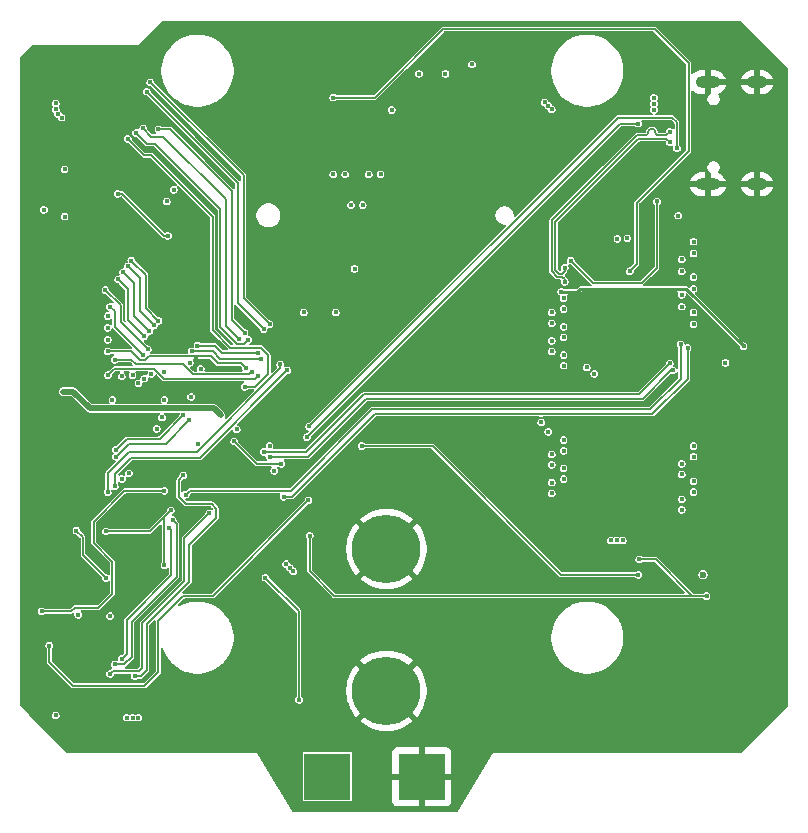
<source format=gbr>
%TF.GenerationSoftware,KiCad,Pcbnew,9.0.0*%
%TF.CreationDate,2025-05-04T18:28:28+01:00*%
%TF.ProjectId,specter,73706563-7465-4722-9e6b-696361645f70,rev?*%
%TF.SameCoordinates,Original*%
%TF.FileFunction,Copper,L2,Inr*%
%TF.FilePolarity,Positive*%
%FSLAX46Y46*%
G04 Gerber Fmt 4.6, Leading zero omitted, Abs format (unit mm)*
G04 Created by KiCad (PCBNEW 9.0.0) date 2025-05-04 18:28:28*
%MOMM*%
%LPD*%
G01*
G04 APERTURE LIST*
%TA.AperFunction,HeatsinkPad*%
%ADD10O,1.800000X1.000000*%
%TD*%
%TA.AperFunction,HeatsinkPad*%
%ADD11O,2.100000X1.000000*%
%TD*%
%TA.AperFunction,ComponentPad*%
%ADD12C,5.800000*%
%TD*%
%TA.AperFunction,ComponentPad*%
%ADD13R,4.000000X4.000000*%
%TD*%
%TA.AperFunction,ViaPad*%
%ADD14C,0.450000*%
%TD*%
%TA.AperFunction,ViaPad*%
%ADD15C,0.600000*%
%TD*%
%TA.AperFunction,Conductor*%
%ADD16C,0.200000*%
%TD*%
%TA.AperFunction,Conductor*%
%ADD17C,0.500000*%
%TD*%
%TA.AperFunction,Conductor*%
%ADD18C,0.220000*%
%TD*%
G04 APERTURE END LIST*
D10*
%TO.N,GND*%
%TO.C,J1*%
X162375000Y-73200000D03*
D11*
X158195000Y-73200000D03*
D10*
X162375000Y-81840000D03*
D11*
X158195000Y-81840000D03*
%TD*%
D12*
%TO.N,GND*%
%TO.C,J3*%
X131000000Y-124725000D03*
X131000000Y-112725000D03*
%TD*%
D13*
%TO.N,GND*%
%TO.C,J8*%
X134000000Y-132000000D03*
%TD*%
%TO.N,/+5v*%
%TO.C,J23*%
X126000000Y-132000000D03*
%TD*%
D14*
%TO.N,/+3.3v*%
X102450000Y-120900000D03*
%TO.N,/VBUS*%
X104750000Y-111162500D03*
X103000000Y-126800000D03*
X107250000Y-115187500D03*
X107600000Y-118400000D03*
%TO.N,GND*%
X159000000Y-70500000D03*
X161500000Y-108000000D03*
X140500000Y-120500000D03*
X159000000Y-69500000D03*
X140000000Y-121500000D03*
X119200000Y-117700000D03*
X133700000Y-77300000D03*
X158500000Y-70000000D03*
X162000000Y-109500000D03*
X162000000Y-108000000D03*
X140500000Y-120000000D03*
X161500000Y-108500000D03*
X106000000Y-105500000D03*
X140500000Y-121500000D03*
X141000000Y-121000000D03*
X120700000Y-117700000D03*
X158000000Y-70500000D03*
X162000000Y-109000000D03*
X123600000Y-126800000D03*
X157500000Y-70500000D03*
X140500000Y-121000000D03*
X111700000Y-99000000D03*
X158000000Y-69500000D03*
X158500000Y-70500000D03*
X110200000Y-124800000D03*
X113100000Y-125250000D03*
X137600000Y-77500000D03*
X119200000Y-119200000D03*
X162500000Y-108000000D03*
X120200000Y-118700000D03*
X162000000Y-108500000D03*
X161500000Y-109000000D03*
X119200000Y-118700000D03*
X135200000Y-77300000D03*
X158500000Y-69500000D03*
X162500000Y-109500000D03*
X119300000Y-125250000D03*
X163000000Y-108500000D03*
X161500000Y-109500000D03*
X119200000Y-118200000D03*
X157500000Y-71000000D03*
X134700000Y-77300000D03*
X141500000Y-120000000D03*
X140000000Y-121000000D03*
X162500000Y-109000000D03*
X157500000Y-69500000D03*
X159000000Y-71000000D03*
X119700000Y-117700000D03*
X140000000Y-120500000D03*
X157500000Y-70000000D03*
X158500000Y-71000000D03*
X156437500Y-117450000D03*
X137100000Y-77500000D03*
X115100000Y-92000000D03*
X141000000Y-121500000D03*
X134200000Y-77300000D03*
X119700000Y-118200000D03*
X140000000Y-120000000D03*
X138600000Y-77500000D03*
X158000000Y-71000000D03*
X127750000Y-79200000D03*
X119700000Y-118700000D03*
X119700000Y-119200000D03*
X129250000Y-79200000D03*
X141500000Y-121000000D03*
X163000000Y-109000000D03*
X163000000Y-109500000D03*
X163000000Y-108000000D03*
X133200000Y-77300000D03*
X120200000Y-118200000D03*
X114900000Y-96500000D03*
X141500000Y-120500000D03*
X141000000Y-120000000D03*
X138100000Y-77500000D03*
X141500000Y-121500000D03*
X120700000Y-118200000D03*
X158000000Y-70000000D03*
X120200000Y-117700000D03*
X120700000Y-118700000D03*
X109700000Y-122400000D03*
X120700000Y-119200000D03*
X120200000Y-119200000D03*
X141000000Y-120500000D03*
X111200000Y-99000000D03*
X162500000Y-108500000D03*
X159000000Y-70000000D03*
%TO.N,/+5v*%
X103000000Y-75500000D03*
X153650000Y-75520000D03*
X109500000Y-127000000D03*
X109000000Y-127000000D03*
X103000000Y-75000000D03*
X144700000Y-75200000D03*
X103500000Y-76200000D03*
X135998395Y-72482660D03*
X103200000Y-75900000D03*
X155700000Y-84500000D03*
X133754721Y-72486115D03*
X138250000Y-71680000D03*
X131450000Y-75550000D03*
D15*
X157800000Y-114900000D03*
D14*
X153650000Y-74520000D03*
X110000000Y-127000000D03*
X153650000Y-75020000D03*
X145000000Y-75500000D03*
X144400000Y-74900000D03*
X107800000Y-100100000D03*
%TO.N,Net-(U1-3V3OUT)*%
X107250000Y-111225000D03*
X112200000Y-114100000D03*
X112750000Y-109450000D03*
%TO.N,/SD_PWR*%
X117000000Y-101400000D03*
X104200000Y-99400000D03*
X103600000Y-99400000D03*
%TO.N,Net-(U2-3V3OUT)*%
X108250000Y-82650000D03*
X112500000Y-86200000D03*
%TO.N,/VBUS*%
X151000000Y-112000000D03*
X123100000Y-114600000D03*
X122800000Y-114300000D03*
X122500000Y-114000000D03*
X150500000Y-112000000D03*
X150000000Y-112000000D03*
%TO.N,/TXL1*%
X112900000Y-110275000D03*
X108000000Y-122500000D03*
%TO.N,/RXL1*%
X108599479Y-122000000D03*
X112625000Y-110925000D03*
%TO.N,Net-(D4-A)*%
X103750000Y-80575000D03*
%TO.N,Net-(D5-A)*%
X103750000Y-84575000D03*
%TO.N,/TXL2*%
X113000000Y-82300000D03*
%TO.N,Net-(D6-A)*%
X102000000Y-84000000D03*
%TO.N,/RXL2*%
X112400000Y-83300000D03*
%TO.N,/+3.3v*%
X124500000Y-111600000D03*
X121500000Y-106100000D03*
X152400000Y-113600000D03*
X118100000Y-103600000D03*
X122100000Y-105500000D03*
X158100000Y-116700000D03*
X124400000Y-108600000D03*
X159700000Y-96950000D03*
%TO.N,/SD_DAT3*%
X110000000Y-98700000D03*
%TO.N,/SD_DAT2*%
X108600000Y-98100000D03*
%TO.N,/SD_DAT0*%
X111995734Y-101589336D03*
%TO.N,/SD_CLK*%
X112200000Y-100100000D03*
%TO.N,/SD_CMD*%
X114454848Y-99845152D03*
%TO.N,/SD_DAT1*%
X111550000Y-102550000D03*
%TO.N,/PCIE_CLK_P*%
X126500000Y-81000000D03*
%TO.N,/PCIE_RX_P*%
X130500000Y-81000000D03*
%TO.N,/PCIE_nRST*%
X128300000Y-89000000D03*
%TO.N,/PCIE_nCLKREQ*%
X150550000Y-86450000D03*
%TO.N,/PCIE_RX_N*%
X129500000Y-81000000D03*
%TO.N,/PCIE_TX_N*%
X128000000Y-83600000D03*
%TO.N,/PCIE_CLK_N*%
X127500000Y-81000000D03*
%TO.N,/PCIE_TX_P*%
X129000000Y-83600000D03*
%TO.N,/PCIE_nWAKE*%
X151400000Y-86400000D03*
%TO.N,/CAM_GPIO1*%
X156500000Y-95700000D03*
X122300000Y-108300000D03*
%TO.N,/DPHY0_D0_P*%
X157000000Y-87700000D03*
X146000000Y-92400000D03*
%TO.N,/DPHY0_D2_P*%
X156000000Y-92200000D03*
X145000000Y-96000000D03*
%TO.N,/CAM_GPIO0*%
X155900000Y-95400000D03*
X114013021Y-108111979D03*
%TO.N,/SCL0*%
X120600000Y-104500000D03*
X155000000Y-97000000D03*
%TO.N,/DPHY_C_P*%
X146000000Y-94800000D03*
X157000000Y-90700000D03*
%TO.N,/DPHY_C_N*%
X146000000Y-93900000D03*
X157000000Y-89700000D03*
%TO.N,/DPHY0_D3_P*%
X157000000Y-93700000D03*
X146000000Y-97200000D03*
%TO.N,/DPHY0_D2_N*%
X145000000Y-95100000D03*
X156000000Y-91200000D03*
%TO.N,/DPHY0_D1_P*%
X156000000Y-89200000D03*
X145000000Y-93600000D03*
%TO.N,/DPHY0_D3_N*%
X146000000Y-96300000D03*
X157000000Y-92700000D03*
%TO.N,/DPHY0_D1_N*%
X156000000Y-88200000D03*
X145000000Y-92700000D03*
%TO.N,/DPHY0_D0_N*%
X146000000Y-91500000D03*
X157000000Y-86700000D03*
%TO.N,/DPHY1_C_N*%
X146000000Y-105900000D03*
X157000000Y-107000000D03*
%TO.N,/DPHY1_C_P*%
X146000000Y-106800000D03*
X157000000Y-107900000D03*
%TO.N,/DPHY1_D2_P*%
X145000000Y-108000000D03*
X156000000Y-109400000D03*
%TO.N,/DPHY1_D0_N*%
X146000000Y-103500000D03*
X157000000Y-104000000D03*
%TO.N,/DPHY1_D1_N*%
X156000000Y-105500000D03*
X145000000Y-104700000D03*
%TO.N,/DPHY1_D1_P*%
X145000000Y-105600000D03*
X156000000Y-106400000D03*
%TO.N,/DPHY1_D2_N*%
X156000000Y-108500000D03*
X145000000Y-107100000D03*
%TO.N,/GPIO14*%
X113800000Y-101400000D03*
X108100000Y-104300000D03*
%TO.N,/GPIO15*%
X114300000Y-101800000D03*
X108100000Y-104900000D03*
%TO.N,/SDA0*%
X155250000Y-97600000D03*
X121100000Y-104925000D03*
%TO.N,/RX_TELEM*%
X116000000Y-109700000D03*
X107600000Y-123300000D03*
%TO.N,/TX_TELEM*%
X113800000Y-106500000D03*
X109700000Y-123500000D03*
%TO.N,/GPIO9*%
X108000000Y-107400000D03*
X122600000Y-97600000D03*
%TO.N,/GPIO10*%
X115280132Y-97475000D03*
X108600000Y-106800000D03*
%TO.N,/CE0*%
X109200000Y-106300000D03*
X114350000Y-96950000D03*
%TO.N,/GPIO11*%
X107400000Y-107900000D03*
X122000000Y-97100000D03*
%TO.N,/GPIO4*%
X109100000Y-78000000D03*
X119000000Y-99000000D03*
%TO.N,/GPIO7*%
X110800000Y-95800000D03*
X107200000Y-90800000D03*
%TO.N,/GPIO6*%
X110400000Y-77100000D03*
X118500000Y-94911251D03*
%TO.N,/GPIO13*%
X111700000Y-77200000D03*
X118992408Y-94407592D03*
%TO.N,/GPIO12*%
X108300000Y-89900000D03*
X110500000Y-94700000D03*
%TO.N,/GPIO5*%
X119300000Y-95000000D03*
X109800000Y-77500000D03*
%TO.N,/GPIO21*%
X109400000Y-88300000D03*
X111700000Y-93400000D03*
%TO.N,/GPIO16*%
X108700000Y-89300000D03*
X110900000Y-94300000D03*
%TO.N,/GPIO20*%
X109100000Y-88800000D03*
X111300000Y-93800000D03*
%TO.N,/GPIO19*%
X120600000Y-94100000D03*
X110700000Y-74000000D03*
%TO.N,/GPIO18*%
X107400000Y-95000000D03*
X110500000Y-98300000D03*
%TO.N,/GPIO17*%
X120100000Y-98100000D03*
X107400000Y-98000000D03*
%TO.N,/GPIO25*%
X110400000Y-96300000D03*
X107600000Y-92200000D03*
%TO.N,/GPIO22*%
X119100000Y-97400000D03*
X107400000Y-96000000D03*
%TO.N,/GPIO24*%
X107400000Y-93000000D03*
X112200000Y-97700000D03*
%TO.N,/GPIO26*%
X121100000Y-93700000D03*
X111000000Y-73200000D03*
%TO.N,/GPIO23*%
X107400000Y-94000000D03*
X111100000Y-97900000D03*
%TO.N,/GPIO27*%
X119600000Y-97700000D03*
X108000000Y-96700000D03*
%TO.N,/EEPROM-nWP*%
X124000000Y-92700000D03*
%TO.N,/SYNC_OUT*%
X126700000Y-92700000D03*
%TO.N,/USBOTG*%
X146600000Y-88300000D03*
X153900000Y-83300000D03*
%TO.N,/PWR_BUT*%
X120750000Y-115150000D03*
X123600000Y-125500000D03*
%TO.N,/ID_SC*%
X120400000Y-96600000D03*
X114500000Y-96000000D03*
%TO.N,/ID_SD*%
X120154031Y-96108063D03*
X115000000Y-95500000D03*
%TO.N,/SD_PWR_ON*%
X118325000Y-102580000D03*
X115003128Y-103820094D03*
%TO.N,/USB3-1-D_P*%
X144100000Y-102000000D03*
%TO.N,/USB2_P*%
X146100000Y-90100000D03*
X155000000Y-77400000D03*
%TO.N,/nPWR_LED*%
X101800000Y-118000000D03*
X112200000Y-107800000D03*
%TO.N,/CC2*%
X124250000Y-103250000D03*
X152300000Y-76700000D03*
%TO.N,/CC1*%
X155600521Y-78800521D03*
X124450000Y-102350000D03*
%TO.N,/VBUS_EN*%
X161242409Y-95557591D03*
X145800000Y-90950000D03*
%TO.N,/USB3-0-D_N*%
X148600000Y-97900000D03*
%TO.N,/USB3-1-D_N*%
X144700000Y-102800000D03*
%TO.N,/LED_nACT*%
X104900000Y-118300000D03*
X109500000Y-98000000D03*
%TO.N,/PCIE_PWR_EN*%
X151600000Y-89200000D03*
X126500000Y-74500000D03*
%TO.N,/USB3-0-D_P*%
X147961637Y-97351396D03*
%TO.N,/USB2_N*%
X155000000Y-78300000D03*
X146100000Y-88900000D03*
%TO.N,/DPHY1_D0_P*%
X146000000Y-104400000D03*
X157000000Y-104900000D03*
%TO.N,/+3.3v*%
X152300000Y-114900000D03*
X121100000Y-104000000D03*
X128900000Y-104000000D03*
%TD*%
D16*
%TO.N,Net-(U1-3V3OUT)*%
X112200000Y-114100000D02*
X112200000Y-110000000D01*
X110975000Y-111225000D02*
X107250000Y-111225000D01*
X112750000Y-109450000D02*
X110975000Y-111225000D01*
%TO.N,/VBUS*%
X105300000Y-113237500D02*
X105300000Y-111712500D01*
X105300000Y-111712500D02*
X104750000Y-111162500D01*
X107250000Y-115187500D02*
X105300000Y-113237500D01*
D17*
%TO.N,/SD_PWR*%
X116425000Y-100825000D02*
X105925000Y-100825000D01*
X104500000Y-99400000D02*
X103600000Y-99400000D01*
X105925000Y-100825000D02*
X104500000Y-99400000D01*
X117000000Y-101400000D02*
X116425000Y-100825000D01*
D16*
%TO.N,Net-(U2-3V3OUT)*%
X108650000Y-82650000D02*
X112200000Y-86200000D01*
X112200000Y-86200000D02*
X112500000Y-86200000D01*
X108250000Y-82650000D02*
X108650000Y-82650000D01*
%TO.N,/TXL1*%
X113225000Y-115075000D02*
X109425000Y-118875000D01*
X109425000Y-118875000D02*
X109425000Y-121875000D01*
X109425000Y-121875000D02*
X108800000Y-122500000D01*
X112900000Y-110275000D02*
X113225000Y-110600000D01*
X113225000Y-110600000D02*
X113225000Y-115075000D01*
X108800000Y-122500000D02*
X108000000Y-122500000D01*
%TO.N,/RXL1*%
X109000000Y-121599479D02*
X108599479Y-122000000D01*
X112625000Y-110925000D02*
X112800000Y-111100000D01*
X112800000Y-114900000D02*
X109000000Y-118700000D01*
X112800000Y-111100000D02*
X112800000Y-114900000D01*
X109000000Y-118700000D02*
X109000000Y-121599479D01*
%TO.N,/+3.3v*%
X111700000Y-123100000D02*
X110500000Y-124300000D01*
X104500000Y-124300000D02*
X102450000Y-122250000D01*
X113800000Y-116700000D02*
X111700000Y-118800000D01*
X124500000Y-114600000D02*
X124500000Y-111600000D01*
X156900000Y-116700000D02*
X126600000Y-116700000D01*
X156900000Y-116700000D02*
X153800000Y-113600000D01*
X110500000Y-124300000D02*
X104500000Y-124300000D01*
X126600000Y-116700000D02*
X124500000Y-114600000D01*
X102450000Y-122250000D02*
X102450000Y-120900000D01*
X111700000Y-118800000D02*
X111700000Y-123100000D01*
X153800000Y-113600000D02*
X152400000Y-113600000D01*
X118100000Y-103600000D02*
X120000000Y-105500000D01*
X116300000Y-116700000D02*
X113800000Y-116700000D01*
X124400000Y-108600000D02*
X116300000Y-116700000D01*
X158100000Y-116700000D02*
X156900000Y-116700000D01*
X120000000Y-105500000D02*
X122100000Y-105500000D01*
%TO.N,/CAM_GPIO1*%
X123000000Y-108300000D02*
X130000000Y-101300000D01*
X153500000Y-101300000D02*
X156500000Y-98300000D01*
X130000000Y-101300000D02*
X153500000Y-101300000D01*
X122300000Y-108300000D02*
X123000000Y-108300000D01*
X156500000Y-98300000D02*
X156500000Y-95700000D01*
%TO.N,/CAM_GPIO0*%
X122900000Y-107800000D02*
X129800000Y-100900000D01*
X129800000Y-100900000D02*
X153300000Y-100900000D01*
X114013021Y-108111979D02*
X114325000Y-107800000D01*
X153300000Y-100900000D02*
X155900000Y-98300000D01*
X114325000Y-107800000D02*
X122900000Y-107800000D01*
X155900000Y-98300000D02*
X155900000Y-95400000D01*
%TO.N,/SCL0*%
X120600000Y-104500000D02*
X124200000Y-104500000D01*
X152400000Y-99600000D02*
X155000000Y-97000000D01*
X124200000Y-104500000D02*
X129100000Y-99600000D01*
X129100000Y-99600000D02*
X152400000Y-99600000D01*
%TO.N,/GPIO14*%
X113800000Y-101400000D02*
X111800000Y-103400000D01*
X109000000Y-103400000D02*
X108100000Y-104300000D01*
X111800000Y-103400000D02*
X109000000Y-103400000D01*
%TO.N,/GPIO15*%
X108101041Y-104900000D02*
X109201041Y-103800000D01*
X108100000Y-104900000D02*
X108101041Y-104900000D01*
X112300000Y-103800000D02*
X114300000Y-101800000D01*
X109201041Y-103800000D02*
X112300000Y-103800000D01*
%TO.N,/SDA0*%
X155100000Y-97600000D02*
X155250000Y-97600000D01*
X129300000Y-100000000D02*
X152700000Y-100000000D01*
X121125000Y-104900000D02*
X124400000Y-104900000D01*
X152700000Y-100000000D02*
X155100000Y-97600000D01*
X121100000Y-104925000D02*
X121125000Y-104900000D01*
X124400000Y-104900000D02*
X129300000Y-100000000D01*
%TO.N,/RX_TELEM*%
X110300000Y-119000000D02*
X113900000Y-115400000D01*
X113900000Y-111800000D02*
X116000000Y-109700000D01*
X110025000Y-123075000D02*
X110300000Y-122800000D01*
X107600000Y-123300000D02*
X107825000Y-123075000D01*
X113900000Y-115400000D02*
X113900000Y-111800000D01*
X110300000Y-122800000D02*
X110300000Y-119000000D01*
X107825000Y-123075000D02*
X110025000Y-123075000D01*
%TO.N,/TX_TELEM*%
X113400000Y-106900000D02*
X113400000Y-108300000D01*
X113800000Y-106500000D02*
X113400000Y-106900000D01*
X116600000Y-109300000D02*
X116600000Y-110100000D01*
X114300000Y-115500000D02*
X110700000Y-119100000D01*
X110700000Y-123000000D02*
X110200000Y-123500000D01*
X110200000Y-123500000D02*
X109700000Y-123500000D01*
X116200000Y-108900000D02*
X116600000Y-109300000D01*
X113400000Y-108300000D02*
X114000000Y-108900000D01*
X114300000Y-112400000D02*
X114300000Y-115500000D01*
X110700000Y-119100000D02*
X110700000Y-123000000D01*
X114000000Y-108900000D02*
X116200000Y-108900000D01*
X116600000Y-110100000D02*
X114300000Y-112400000D01*
%TO.N,/GPIO9*%
X108000000Y-106400000D02*
X109400000Y-105000000D01*
X108000000Y-107400000D02*
X108000000Y-106400000D01*
X109400000Y-105000000D02*
X115200000Y-105000000D01*
X115200000Y-105000000D02*
X122600000Y-97600000D01*
%TO.N,/GPIO11*%
X107400000Y-106300000D02*
X109200000Y-104500000D01*
X109200000Y-104500000D02*
X114924264Y-104500000D01*
X122000000Y-97424264D02*
X122000000Y-97100000D01*
X107400000Y-107900000D02*
X107400000Y-106300000D01*
X114924264Y-104500000D02*
X122000000Y-97424264D01*
%TO.N,/GPIO4*%
X120383063Y-95683063D02*
X121000000Y-96300000D01*
X109100000Y-78000000D02*
X110500000Y-79400000D01*
X119900000Y-99000000D02*
X119000000Y-99000000D01*
X116300000Y-94200000D02*
X117783063Y-95683063D01*
X116300000Y-84600000D02*
X116300000Y-94200000D01*
X121000000Y-96300000D02*
X121000000Y-97900000D01*
X111100000Y-79400000D02*
X116300000Y-84600000D01*
X110500000Y-79400000D02*
X111100000Y-79400000D01*
X121000000Y-97900000D02*
X119900000Y-99000000D01*
X117783063Y-95683063D02*
X120383063Y-95683063D01*
%TO.N,/GPIO7*%
X108500000Y-92100000D02*
X107200000Y-90800000D01*
X110800000Y-95800000D02*
X108500000Y-93500000D01*
X108500000Y-93500000D02*
X108500000Y-92100000D01*
%TO.N,/GPIO6*%
X117400000Y-93811251D02*
X117400000Y-83100000D01*
X112100000Y-77800000D02*
X111100000Y-77800000D01*
X111100000Y-77800000D02*
X110400000Y-77100000D01*
X118500000Y-94911251D02*
X117400000Y-93811251D01*
X117400000Y-83100000D02*
X112100000Y-77800000D01*
%TO.N,/GPIO13*%
X117900000Y-82400000D02*
X117900000Y-93315184D01*
X111700000Y-77200000D02*
X112700000Y-77200000D01*
X117900000Y-93315184D02*
X118992408Y-94407592D01*
X112700000Y-77200000D02*
X117900000Y-82400000D01*
%TO.N,/GPIO12*%
X109100000Y-93300000D02*
X110500000Y-94700000D01*
X109100000Y-90700000D02*
X109100000Y-93300000D01*
X108300000Y-89900000D02*
X109100000Y-90700000D01*
%TO.N,/GPIO5*%
X116900000Y-93912292D02*
X118323959Y-95336251D01*
X109800000Y-77500000D02*
X110700000Y-78400000D01*
X111400000Y-78400000D02*
X116900000Y-83900000D01*
X118323959Y-95336251D02*
X118963749Y-95336251D01*
X116900000Y-83900000D02*
X116900000Y-93912292D01*
X110700000Y-78400000D02*
X111400000Y-78400000D01*
X118963749Y-95336251D02*
X119300000Y-95000000D01*
%TO.N,/GPIO21*%
X109400000Y-88300000D02*
X110600000Y-89500000D01*
X110600000Y-92300000D02*
X111700000Y-93400000D01*
X110600000Y-89500000D02*
X110600000Y-92300000D01*
%TO.N,/GPIO16*%
X109600000Y-93000000D02*
X110900000Y-94300000D01*
X109600000Y-90200000D02*
X109600000Y-93000000D01*
X108700000Y-89300000D02*
X109600000Y-90200000D01*
%TO.N,/GPIO20*%
X110100000Y-89800000D02*
X110100000Y-92600000D01*
X109100000Y-88800000D02*
X110100000Y-89800000D01*
X110100000Y-92600000D02*
X111300000Y-93800000D01*
%TO.N,/GPIO19*%
X118400000Y-81700000D02*
X118400000Y-91900000D01*
X110700000Y-74000000D02*
X118400000Y-81700000D01*
X118400000Y-91900000D02*
X120600000Y-94100000D01*
%TO.N,/GPIO17*%
X119900000Y-98300000D02*
X120100000Y-98100000D01*
X107950520Y-97449480D02*
X111348440Y-97449480D01*
X111348440Y-97449480D02*
X112198960Y-98300000D01*
X112198960Y-98300000D02*
X119900000Y-98300000D01*
X107400000Y-98000000D02*
X107950520Y-97449480D01*
%TO.N,/GPIO25*%
X108000000Y-92600000D02*
X107600000Y-92200000D01*
X110400000Y-96300000D02*
X108000000Y-93900000D01*
X108000000Y-93900000D02*
X108000000Y-92600000D01*
%TO.N,/GPIO22*%
X119100000Y-97400000D02*
X118700000Y-97000000D01*
X118700000Y-97000000D02*
X116700000Y-97000000D01*
X110125000Y-96725000D02*
X109400000Y-96000000D01*
X109400000Y-96000000D02*
X107400000Y-96000000D01*
X110876041Y-96425000D02*
X110576041Y-96725000D01*
X116125000Y-96425000D02*
X110876041Y-96425000D01*
X116700000Y-97000000D02*
X116125000Y-96425000D01*
X110576041Y-96725000D02*
X110125000Y-96725000D01*
%TO.N,/GPIO26*%
X118900000Y-81100000D02*
X118900000Y-91500000D01*
X118900000Y-91500000D02*
X121100000Y-93700000D01*
X111000000Y-73200000D02*
X118900000Y-81100000D01*
%TO.N,/GPIO27*%
X114600000Y-97900000D02*
X113800000Y-97100000D01*
X109800000Y-97100000D02*
X109400000Y-96700000D01*
X113800000Y-97100000D02*
X109800000Y-97100000D01*
X109400000Y-96700000D02*
X108000000Y-96700000D01*
X119600000Y-97700000D02*
X119400000Y-97900000D01*
X119400000Y-97900000D02*
X114600000Y-97900000D01*
%TO.N,/USBOTG*%
X148500000Y-90200000D02*
X152600000Y-90200000D01*
X153900000Y-88900000D02*
X153900000Y-83300000D01*
X146600000Y-88300000D02*
X148500000Y-90200000D01*
X152600000Y-90200000D02*
X153900000Y-88900000D01*
%TO.N,/PWR_BUT*%
X120750000Y-115150000D02*
X123600000Y-118000000D01*
X123600000Y-118000000D02*
X123600000Y-125500000D01*
%TO.N,/ID_SC*%
X116900000Y-96600000D02*
X116300000Y-96000000D01*
X120400000Y-96600000D02*
X116900000Y-96600000D01*
X116300000Y-96000000D02*
X114500000Y-96000000D01*
%TO.N,/ID_SD*%
X120154031Y-96108063D02*
X120145968Y-96100000D01*
X120145968Y-96100000D02*
X117100000Y-96100000D01*
X116500000Y-95500000D02*
X115000000Y-95500000D01*
X117100000Y-96100000D02*
X116500000Y-95500000D01*
%TO.N,/USB2_P*%
X145475736Y-89700000D02*
X145900000Y-89700000D01*
X152800000Y-77700000D02*
X152200000Y-77700000D01*
X149447686Y-80452314D02*
X145000000Y-84900000D01*
X145000000Y-89224264D02*
X145475736Y-89700000D01*
X153160000Y-77403051D02*
X153160000Y-77460000D01*
X146100000Y-89900000D02*
X146100000Y-90100000D01*
X146100000Y-90100000D02*
X146100000Y-90000000D01*
X154700000Y-77700000D02*
X154000000Y-77700000D01*
X152920000Y-77700000D02*
X152800000Y-77700000D01*
X153760000Y-77460000D02*
X153760000Y-77403051D01*
X145000000Y-84900000D02*
X145000000Y-89224264D01*
X153520000Y-77163051D02*
X153400000Y-77163051D01*
X145900000Y-89700000D02*
X146100000Y-89900000D01*
X155000000Y-77400000D02*
X154700000Y-77700000D01*
X152200000Y-77700000D02*
X149447686Y-80452314D01*
X153760000Y-77403051D02*
G75*
G03*
X153520000Y-77163000I-240000J51D01*
G01*
X153400000Y-77163051D02*
G75*
G03*
X153160051Y-77403051I0J-239949D01*
G01*
X154000000Y-77700000D02*
G75*
G02*
X153760000Y-77460000I0J240000D01*
G01*
X153160000Y-77460000D02*
G75*
G02*
X152920000Y-77700000I-240000J0D01*
G01*
%TO.N,/nPWR_LED*%
X108800000Y-107800000D02*
X106200000Y-110400000D01*
X104600000Y-117700000D02*
X104300000Y-118000000D01*
X112200000Y-107800000D02*
X108800000Y-107800000D01*
X107800000Y-113800000D02*
X107800000Y-116500000D01*
X107800000Y-116500000D02*
X106600000Y-117700000D01*
X106200000Y-110400000D02*
X106200000Y-112200000D01*
X106200000Y-112200000D02*
X107800000Y-113800000D01*
X104300000Y-118000000D02*
X101800000Y-118000000D01*
X106600000Y-117700000D02*
X104600000Y-117700000D01*
%TO.N,/CC2*%
X124250000Y-103250000D02*
X150800000Y-76700000D01*
X150800000Y-76700000D02*
X152300000Y-76700000D01*
%TO.N,/CC1*%
X155201041Y-76200000D02*
X155600521Y-76599480D01*
X124450000Y-102350000D02*
X150600000Y-76200000D01*
X150600000Y-76200000D02*
X155201041Y-76200000D01*
X155600521Y-76599480D02*
X155600521Y-78800521D01*
D18*
%TO.N,/VBUS_EN*%
X147415183Y-90700000D02*
X156384817Y-90700000D01*
X147165183Y-90950000D02*
X147415183Y-90700000D01*
X145800000Y-90950000D02*
X147165183Y-90950000D01*
X161242408Y-95557591D02*
X161242409Y-95557591D01*
X156384817Y-90700000D02*
X161242408Y-95557591D01*
D16*
%TO.N,/PCIE_PWR_EN*%
X153700000Y-68700000D02*
X135800000Y-68700000D01*
X135800000Y-68700000D02*
X130000000Y-74500000D01*
X130000000Y-74500000D02*
X126500000Y-74500000D01*
X152200000Y-83400000D02*
X156600000Y-79000000D01*
X151600000Y-89200000D02*
X152200000Y-88600000D01*
X156600000Y-71600000D02*
X153700000Y-68700000D01*
X152200000Y-88600000D02*
X152200000Y-83400000D01*
X156600000Y-79000000D02*
X156600000Y-71600000D01*
%TO.N,/USB2_N*%
X145300000Y-89100000D02*
X145600000Y-89400000D01*
X145300000Y-85024264D02*
X145300000Y-89100000D01*
X146100000Y-89200000D02*
X146100000Y-88900000D01*
X154700000Y-78000000D02*
X152324264Y-78000000D01*
X145600000Y-89400000D02*
X145900000Y-89400000D01*
X155000000Y-78300000D02*
X154700000Y-78000000D01*
X152324264Y-78000000D02*
X145300000Y-85024264D01*
X145900000Y-89400000D02*
X146100000Y-89200000D01*
%TO.N,/+3.3v*%
X145800000Y-114900000D02*
X134900000Y-104000000D01*
X134900000Y-104000000D02*
X128900000Y-104000000D01*
X152300000Y-114900000D02*
X145800000Y-114900000D01*
%TD*%
%TA.AperFunction,Conductor*%
%TO.N,GND*%
G36*
X116059133Y-96644407D02*
G01*
X116070946Y-96654496D01*
X116586426Y-97169976D01*
X116586427Y-97169976D01*
X116586428Y-97169977D01*
X116660117Y-97200500D01*
X116660118Y-97200500D01*
X116739882Y-97200500D01*
X118575943Y-97200500D01*
X118583540Y-97202968D01*
X118591430Y-97201719D01*
X118612084Y-97212242D01*
X118634134Y-97219407D01*
X118645946Y-97229496D01*
X118745503Y-97329052D01*
X118773281Y-97383568D01*
X118774500Y-97399056D01*
X118774500Y-97442853D01*
X118783659Y-97477034D01*
X118796682Y-97525639D01*
X118811325Y-97551001D01*
X118824046Y-97610849D01*
X118799159Y-97666745D01*
X118746170Y-97697337D01*
X118725588Y-97699500D01*
X115685979Y-97699500D01*
X115627788Y-97680593D01*
X115591824Y-97631093D01*
X115590352Y-97574878D01*
X115605632Y-97517853D01*
X115605632Y-97432147D01*
X115583450Y-97349362D01*
X115540597Y-97275138D01*
X115479994Y-97214535D01*
X115405770Y-97171682D01*
X115322985Y-97149500D01*
X115237279Y-97149500D01*
X115154494Y-97171682D01*
X115080270Y-97214535D01*
X115019667Y-97275138D01*
X114976814Y-97349362D01*
X114954632Y-97432147D01*
X114954632Y-97517853D01*
X114969911Y-97574878D01*
X114968440Y-97602957D01*
X114968440Y-97631093D01*
X114966850Y-97633280D01*
X114966709Y-97635978D01*
X114949020Y-97657822D01*
X114932476Y-97680593D01*
X114929903Y-97681428D01*
X114928204Y-97683528D01*
X114874285Y-97699500D01*
X114724058Y-97699500D01*
X114665867Y-97680593D01*
X114654054Y-97670504D01*
X114408575Y-97425025D01*
X114380798Y-97370508D01*
X114390369Y-97310076D01*
X114433634Y-97266811D01*
X114452943Y-97259398D01*
X114475638Y-97253318D01*
X114549862Y-97210465D01*
X114610465Y-97149862D01*
X114653318Y-97075638D01*
X114675500Y-96992853D01*
X114675500Y-96907147D01*
X114653318Y-96824362D01*
X114624240Y-96773998D01*
X114611520Y-96714151D01*
X114636407Y-96658256D01*
X114689395Y-96627663D01*
X114709978Y-96625500D01*
X116000942Y-96625500D01*
X116059133Y-96644407D01*
G37*
%TD.AperFunction*%
%TA.AperFunction,Conductor*%
G36*
X161012834Y-68029407D02*
G01*
X161024647Y-68039496D01*
X164960504Y-71975353D01*
X164988281Y-72029870D01*
X164989500Y-72045357D01*
X164989500Y-125954642D01*
X164970593Y-126012833D01*
X164960504Y-126024646D01*
X161024647Y-129960504D01*
X160970130Y-129988281D01*
X160954643Y-129989500D01*
X140002908Y-129989500D01*
X140001673Y-129988759D01*
X139998708Y-129989500D01*
X139995122Y-129989500D01*
X139994223Y-129989796D01*
X139993508Y-129990412D01*
X139993234Y-129990867D01*
X139993234Y-129990868D01*
X139991660Y-129993490D01*
X139989500Y-129995651D01*
X139989500Y-129997091D01*
X139983804Y-130006583D01*
X137022894Y-134941435D01*
X136976742Y-134981605D01*
X136938002Y-134989500D01*
X123061998Y-134989500D01*
X123003807Y-134970593D01*
X122977106Y-134941435D01*
X121812245Y-133000000D01*
X120016190Y-130006576D01*
X120009622Y-129993533D01*
X120009294Y-129992741D01*
X120008596Y-129992224D01*
X120005727Y-129990098D01*
X123899500Y-129990098D01*
X123899500Y-134009898D01*
X123905331Y-134039214D01*
X123927539Y-134072452D01*
X123927540Y-134072453D01*
X123927543Y-134072457D01*
X123960787Y-134094669D01*
X123990101Y-134100500D01*
X128009898Y-134100499D01*
X128039213Y-134094669D01*
X128072457Y-134072457D01*
X128088916Y-134047824D01*
X131499999Y-134047824D01*
X131506401Y-134107370D01*
X131506403Y-134107381D01*
X131556646Y-134242088D01*
X131556647Y-134242090D01*
X131642807Y-134357184D01*
X131642815Y-134357192D01*
X131757909Y-134443352D01*
X131757911Y-134443353D01*
X131892618Y-134493596D01*
X131892629Y-134493598D01*
X131952176Y-134500000D01*
X133749999Y-134500000D01*
X133750000Y-134499999D01*
X133750000Y-132969863D01*
X133901509Y-133000000D01*
X134098491Y-133000000D01*
X134250000Y-132969863D01*
X134250000Y-134499999D01*
X134250001Y-134500000D01*
X136047824Y-134500000D01*
X136107370Y-134493598D01*
X136107381Y-134493596D01*
X136242088Y-134443353D01*
X136242090Y-134443352D01*
X136357184Y-134357192D01*
X136357192Y-134357184D01*
X136443352Y-134242090D01*
X136443353Y-134242088D01*
X136493596Y-134107381D01*
X136493598Y-134107370D01*
X136500000Y-134047824D01*
X136500000Y-132250001D01*
X136499999Y-132250000D01*
X134969863Y-132250000D01*
X135000000Y-132098491D01*
X135000000Y-131901509D01*
X134969863Y-131750000D01*
X136499999Y-131750000D01*
X136500000Y-131749999D01*
X136500000Y-129952175D01*
X136493598Y-129892629D01*
X136493596Y-129892618D01*
X136443353Y-129757911D01*
X136443352Y-129757909D01*
X136357192Y-129642815D01*
X136357184Y-129642807D01*
X136242090Y-129556647D01*
X136242088Y-129556646D01*
X136107381Y-129506403D01*
X136107370Y-129506401D01*
X136047824Y-129500000D01*
X134250001Y-129500000D01*
X134250000Y-129500001D01*
X134250000Y-131030136D01*
X134098491Y-131000000D01*
X133901509Y-131000000D01*
X133750000Y-131030136D01*
X133750000Y-129500001D01*
X133749999Y-129500000D01*
X131952176Y-129500000D01*
X131892629Y-129506401D01*
X131892618Y-129506403D01*
X131757911Y-129556646D01*
X131757909Y-129556647D01*
X131642815Y-129642807D01*
X131642807Y-129642815D01*
X131556647Y-129757909D01*
X131556646Y-129757911D01*
X131506403Y-129892618D01*
X131506401Y-129892629D01*
X131500000Y-129952175D01*
X131500000Y-131749999D01*
X131500001Y-131750000D01*
X133030137Y-131750000D01*
X133000000Y-131901509D01*
X133000000Y-132098491D01*
X133030137Y-132250000D01*
X131500001Y-132250000D01*
X131500000Y-132250001D01*
X131500000Y-134047824D01*
X131499999Y-134047824D01*
X128088916Y-134047824D01*
X128094669Y-134039213D01*
X128100500Y-134009899D01*
X128100499Y-131901509D01*
X128100499Y-129990101D01*
X128096269Y-129968833D01*
X128094669Y-129960788D01*
X128094669Y-129960787D01*
X128072457Y-129927543D01*
X128039213Y-129905331D01*
X128039212Y-129905330D01*
X128039211Y-129905330D01*
X128009899Y-129899500D01*
X123990101Y-129899500D01*
X123960785Y-129905331D01*
X123927547Y-129927539D01*
X123927542Y-129927544D01*
X123905330Y-129960788D01*
X123899500Y-129990098D01*
X120005727Y-129990098D01*
X120004953Y-129989524D01*
X120004880Y-129989500D01*
X120004349Y-129989500D01*
X120001291Y-129989500D01*
X119998327Y-129988759D01*
X119997092Y-129989500D01*
X104045358Y-129989500D01*
X103987167Y-129970593D01*
X103975354Y-129960504D01*
X100771997Y-126757147D01*
X102674500Y-126757147D01*
X102674500Y-126842853D01*
X102696682Y-126925638D01*
X102739535Y-126999862D01*
X102800138Y-127060465D01*
X102874362Y-127103318D01*
X102957147Y-127125500D01*
X102957149Y-127125500D01*
X103042851Y-127125500D01*
X103042853Y-127125500D01*
X103125638Y-127103318D01*
X103199862Y-127060465D01*
X103260465Y-126999862D01*
X103285126Y-126957147D01*
X108674500Y-126957147D01*
X108674500Y-127042853D01*
X108696682Y-127125638D01*
X108739535Y-127199862D01*
X108800138Y-127260465D01*
X108874362Y-127303318D01*
X108957147Y-127325500D01*
X108957149Y-127325500D01*
X109042851Y-127325500D01*
X109042853Y-127325500D01*
X109125638Y-127303318D01*
X109199862Y-127260465D01*
X109199864Y-127260462D01*
X109200499Y-127260096D01*
X109260348Y-127247374D01*
X109299501Y-127260096D01*
X109300135Y-127260462D01*
X109300138Y-127260465D01*
X109374362Y-127303318D01*
X109457147Y-127325500D01*
X109457149Y-127325500D01*
X109542851Y-127325500D01*
X109542853Y-127325500D01*
X109625638Y-127303318D01*
X109699862Y-127260465D01*
X109699864Y-127260462D01*
X109700499Y-127260096D01*
X109760348Y-127247374D01*
X109799501Y-127260096D01*
X109800135Y-127260462D01*
X109800138Y-127260465D01*
X109874362Y-127303318D01*
X109957147Y-127325500D01*
X109957149Y-127325500D01*
X110042851Y-127325500D01*
X110042853Y-127325500D01*
X110125638Y-127303318D01*
X110199862Y-127260465D01*
X110260465Y-127199862D01*
X110303318Y-127125638D01*
X110325500Y-127042853D01*
X110325500Y-126957147D01*
X110303318Y-126874362D01*
X110260465Y-126800138D01*
X110199862Y-126739535D01*
X110125638Y-126696682D01*
X110042853Y-126674500D01*
X109957147Y-126674500D01*
X109874362Y-126696682D01*
X109800138Y-126739535D01*
X109800136Y-126739536D01*
X109799500Y-126739904D01*
X109739651Y-126752625D01*
X109700500Y-126739904D01*
X109699863Y-126739536D01*
X109699862Y-126739535D01*
X109625638Y-126696682D01*
X109542853Y-126674500D01*
X109457147Y-126674500D01*
X109374362Y-126696682D01*
X109300138Y-126739535D01*
X109300136Y-126739536D01*
X109299500Y-126739904D01*
X109239651Y-126752625D01*
X109200500Y-126739904D01*
X109199863Y-126739536D01*
X109199862Y-126739535D01*
X109125638Y-126696682D01*
X109042853Y-126674500D01*
X108957147Y-126674500D01*
X108874362Y-126696682D01*
X108800138Y-126739535D01*
X108739535Y-126800138D01*
X108696682Y-126874362D01*
X108674500Y-126957147D01*
X103285126Y-126957147D01*
X103303318Y-126925638D01*
X103325500Y-126842853D01*
X103325500Y-126757147D01*
X103303318Y-126674362D01*
X103260465Y-126600138D01*
X103199862Y-126539535D01*
X103125638Y-126496682D01*
X103042853Y-126474500D01*
X102957147Y-126474500D01*
X102874362Y-126496682D01*
X102800138Y-126539535D01*
X102739535Y-126600138D01*
X102696682Y-126674362D01*
X102674500Y-126757147D01*
X100771997Y-126757147D01*
X100039496Y-126024646D01*
X100011719Y-125970129D01*
X100010500Y-125954642D01*
X100010500Y-120857147D01*
X102124500Y-120857147D01*
X102124500Y-120942853D01*
X102146682Y-121025638D01*
X102189535Y-121099862D01*
X102220505Y-121130832D01*
X102248281Y-121185347D01*
X102249500Y-121200834D01*
X102249500Y-122289882D01*
X102280022Y-122363571D01*
X102280023Y-122363572D01*
X102280024Y-122363574D01*
X104330024Y-124413574D01*
X104330023Y-124413574D01*
X104386426Y-124469976D01*
X104460117Y-124500500D01*
X104460118Y-124500500D01*
X110539883Y-124500500D01*
X110586351Y-124481251D01*
X110613574Y-124469976D01*
X111869976Y-123213574D01*
X111900500Y-123139882D01*
X111900500Y-123060118D01*
X111900500Y-121185939D01*
X111919407Y-121127748D01*
X111968907Y-121091784D01*
X112030093Y-121091784D01*
X112079593Y-121127748D01*
X112092943Y-121153239D01*
X112177264Y-121394215D01*
X112177266Y-121394219D01*
X112325916Y-121702895D01*
X112325920Y-121702902D01*
X112325924Y-121702910D01*
X112508211Y-121993018D01*
X112721834Y-122260893D01*
X112964107Y-122503166D01*
X113231982Y-122716789D01*
X113522090Y-122899076D01*
X113522101Y-122899081D01*
X113522104Y-122899083D01*
X113624660Y-122948471D01*
X113830785Y-123047736D01*
X113980542Y-123100138D01*
X114154179Y-123160896D01*
X114154182Y-123160896D01*
X114154183Y-123160897D01*
X114488217Y-123237139D01*
X114828688Y-123275500D01*
X114828689Y-123275500D01*
X115171311Y-123275500D01*
X115171312Y-123275500D01*
X115511783Y-123237139D01*
X115845817Y-123160897D01*
X116169215Y-123047736D01*
X116477910Y-122899076D01*
X116768018Y-122716789D01*
X117035893Y-122503166D01*
X117278166Y-122260893D01*
X117491789Y-121993018D01*
X117674076Y-121702910D01*
X117822736Y-121394215D01*
X117935897Y-121070817D01*
X118012139Y-120736783D01*
X118050500Y-120396312D01*
X118050500Y-120053688D01*
X118012139Y-119713217D01*
X117935897Y-119379183D01*
X117924089Y-119345438D01*
X117822736Y-119055786D01*
X117822736Y-119055785D01*
X117710660Y-118823057D01*
X117674083Y-118747104D01*
X117674079Y-118747097D01*
X117674076Y-118747090D01*
X117491789Y-118456982D01*
X117278166Y-118189107D01*
X117035893Y-117946834D01*
X116768018Y-117733211D01*
X116477910Y-117550924D01*
X116477902Y-117550920D01*
X116477895Y-117550916D01*
X116169215Y-117402264D01*
X116169213Y-117402263D01*
X115845820Y-117289103D01*
X115511781Y-117212860D01*
X115171313Y-117174500D01*
X115171312Y-117174500D01*
X114828688Y-117174500D01*
X114828686Y-117174500D01*
X114488218Y-117212860D01*
X114154179Y-117289103D01*
X113830786Y-117402263D01*
X113830784Y-117402264D01*
X113522104Y-117550916D01*
X113522097Y-117550920D01*
X113522092Y-117550922D01*
X113522090Y-117550924D01*
X113499679Y-117565006D01*
X113487216Y-117572837D01*
X113427884Y-117587786D01*
X113371098Y-117565006D01*
X113338546Y-117513198D01*
X113342663Y-117452151D01*
X113364543Y-117419006D01*
X113854054Y-116929496D01*
X113908570Y-116901719D01*
X113924057Y-116900500D01*
X116339883Y-116900500D01*
X116386351Y-116881251D01*
X116413574Y-116869976D01*
X118176403Y-115107147D01*
X120424500Y-115107147D01*
X120424500Y-115192853D01*
X120446682Y-115275638D01*
X120489535Y-115349862D01*
X120550138Y-115410465D01*
X120624362Y-115453318D01*
X120707147Y-115475500D01*
X120750942Y-115475500D01*
X120809133Y-115494407D01*
X120820946Y-115504496D01*
X123370504Y-118054054D01*
X123398281Y-118108571D01*
X123399500Y-118124058D01*
X123399500Y-125199165D01*
X123380593Y-125257356D01*
X123370505Y-125269168D01*
X123339535Y-125300137D01*
X123296682Y-125374362D01*
X123274500Y-125457147D01*
X123274500Y-125542853D01*
X123296682Y-125625638D01*
X123339535Y-125699862D01*
X123400138Y-125760465D01*
X123474362Y-125803318D01*
X123557147Y-125825500D01*
X123557149Y-125825500D01*
X123642851Y-125825500D01*
X123642853Y-125825500D01*
X123725638Y-125803318D01*
X123799862Y-125760465D01*
X123860465Y-125699862D01*
X123903318Y-125625638D01*
X123925500Y-125542853D01*
X123925500Y-125457147D01*
X123903318Y-125374362D01*
X123860465Y-125300138D01*
X123829495Y-125269168D01*
X123801719Y-125214651D01*
X123800500Y-125199165D01*
X123800500Y-124557971D01*
X127600000Y-124557971D01*
X127600000Y-124892028D01*
X127632743Y-125224481D01*
X127697917Y-125552133D01*
X127794886Y-125871798D01*
X127922726Y-126180431D01*
X127922739Y-126180458D01*
X128080203Y-126475054D01*
X128265802Y-126752821D01*
X128424837Y-126946607D01*
X129527059Y-125844384D01*
X129606112Y-125947407D01*
X129777593Y-126118888D01*
X129880613Y-126197938D01*
X128778391Y-127300161D01*
X128972178Y-127459197D01*
X129249945Y-127644796D01*
X129544541Y-127802260D01*
X129544568Y-127802273D01*
X129853201Y-127930113D01*
X130172866Y-128027082D01*
X130500520Y-128092256D01*
X130500516Y-128092256D01*
X130832972Y-128125000D01*
X131167028Y-128125000D01*
X131499481Y-128092256D01*
X131827133Y-128027082D01*
X132146798Y-127930113D01*
X132455431Y-127802273D01*
X132455458Y-127802260D01*
X132750054Y-127644796D01*
X133027821Y-127459197D01*
X133221607Y-127300161D01*
X132119385Y-126197939D01*
X132222407Y-126118888D01*
X132393888Y-125947407D01*
X132472939Y-125844385D01*
X133575161Y-126946607D01*
X133734197Y-126752821D01*
X133919796Y-126475054D01*
X134077260Y-126180458D01*
X134077273Y-126180431D01*
X134205113Y-125871798D01*
X134302082Y-125552133D01*
X134367256Y-125224481D01*
X134400000Y-124892028D01*
X134400000Y-124557971D01*
X134367256Y-124225518D01*
X134302082Y-123897866D01*
X134205113Y-123578201D01*
X134077273Y-123269568D01*
X134077260Y-123269541D01*
X133919796Y-122974945D01*
X133734197Y-122697178D01*
X133575161Y-122503391D01*
X132472938Y-123605613D01*
X132393888Y-123502593D01*
X132222407Y-123331112D01*
X132119384Y-123252059D01*
X133221607Y-122149837D01*
X133027821Y-121990802D01*
X132750054Y-121805203D01*
X132455458Y-121647739D01*
X132455431Y-121647726D01*
X132146798Y-121519886D01*
X131827133Y-121422917D01*
X131499479Y-121357743D01*
X131499483Y-121357743D01*
X131167028Y-121325000D01*
X130832972Y-121325000D01*
X130500518Y-121357743D01*
X130172866Y-121422917D01*
X129853201Y-121519886D01*
X129544568Y-121647726D01*
X129544541Y-121647739D01*
X129249945Y-121805203D01*
X128972178Y-121990802D01*
X128778391Y-122149837D01*
X129880614Y-123252060D01*
X129777593Y-123331112D01*
X129606112Y-123502593D01*
X129527060Y-123605614D01*
X128424837Y-122503391D01*
X128265802Y-122697178D01*
X128080203Y-122974945D01*
X127922739Y-123269541D01*
X127922726Y-123269568D01*
X127794886Y-123578201D01*
X127697917Y-123897866D01*
X127632743Y-124225518D01*
X127600000Y-124557971D01*
X123800500Y-124557971D01*
X123800500Y-120053686D01*
X144949500Y-120053686D01*
X144949500Y-120396313D01*
X144987860Y-120736781D01*
X145064103Y-121070820D01*
X145177263Y-121394213D01*
X145177264Y-121394215D01*
X145325916Y-121702895D01*
X145325920Y-121702902D01*
X145325924Y-121702910D01*
X145508211Y-121993018D01*
X145721834Y-122260893D01*
X145964107Y-122503166D01*
X146231982Y-122716789D01*
X146522090Y-122899076D01*
X146522101Y-122899081D01*
X146522104Y-122899083D01*
X146624660Y-122948471D01*
X146830785Y-123047736D01*
X146980542Y-123100138D01*
X147154179Y-123160896D01*
X147154182Y-123160896D01*
X147154183Y-123160897D01*
X147488217Y-123237139D01*
X147828688Y-123275500D01*
X147828689Y-123275500D01*
X148171311Y-123275500D01*
X148171312Y-123275500D01*
X148511783Y-123237139D01*
X148845817Y-123160897D01*
X149169215Y-123047736D01*
X149477910Y-122899076D01*
X149768018Y-122716789D01*
X150035893Y-122503166D01*
X150278166Y-122260893D01*
X150491789Y-121993018D01*
X150674076Y-121702910D01*
X150822736Y-121394215D01*
X150935897Y-121070817D01*
X151012139Y-120736783D01*
X151050500Y-120396312D01*
X151050500Y-120053688D01*
X151012139Y-119713217D01*
X150935897Y-119379183D01*
X150924089Y-119345438D01*
X150822736Y-119055786D01*
X150822736Y-119055785D01*
X150710660Y-118823057D01*
X150674083Y-118747104D01*
X150674079Y-118747097D01*
X150674076Y-118747090D01*
X150491789Y-118456982D01*
X150278166Y-118189107D01*
X150035893Y-117946834D01*
X149768018Y-117733211D01*
X149477910Y-117550924D01*
X149477902Y-117550920D01*
X149477895Y-117550916D01*
X149169215Y-117402264D01*
X149169213Y-117402263D01*
X148845820Y-117289103D01*
X148511781Y-117212860D01*
X148171313Y-117174500D01*
X148171312Y-117174500D01*
X147828688Y-117174500D01*
X147828686Y-117174500D01*
X147488218Y-117212860D01*
X147154179Y-117289103D01*
X146830786Y-117402263D01*
X146830784Y-117402264D01*
X146522104Y-117550916D01*
X146522091Y-117550923D01*
X146522090Y-117550924D01*
X146437951Y-117603791D01*
X146231981Y-117733211D01*
X145964108Y-117946833D01*
X145721833Y-118189108D01*
X145508211Y-118456981D01*
X145416262Y-118603318D01*
X145353429Y-118703317D01*
X145325923Y-118747092D01*
X145325916Y-118747104D01*
X145177264Y-119055784D01*
X145177263Y-119055786D01*
X145064103Y-119379179D01*
X144987860Y-119713218D01*
X144949500Y-120053686D01*
X123800500Y-120053686D01*
X123800500Y-117960117D01*
X123769976Y-117886426D01*
X123713574Y-117830023D01*
X123713574Y-117830024D01*
X121104496Y-115220946D01*
X121076719Y-115166429D01*
X121075500Y-115150942D01*
X121075500Y-115107148D01*
X121073548Y-115099862D01*
X121053318Y-115024362D01*
X121010465Y-114950138D01*
X120949862Y-114889535D01*
X120875638Y-114846682D01*
X120792853Y-114824500D01*
X120707147Y-114824500D01*
X120624362Y-114846682D01*
X120550138Y-114889535D01*
X120489535Y-114950138D01*
X120446682Y-115024362D01*
X120424500Y-115107147D01*
X118176403Y-115107147D01*
X119326403Y-113957147D01*
X122174500Y-113957147D01*
X122174500Y-114042853D01*
X122196682Y-114125638D01*
X122239535Y-114199862D01*
X122300138Y-114260465D01*
X122374362Y-114303318D01*
X122415623Y-114314373D01*
X122466936Y-114347697D01*
X122485625Y-114384376D01*
X122496680Y-114425634D01*
X122496681Y-114425637D01*
X122496682Y-114425638D01*
X122539535Y-114499862D01*
X122600138Y-114560465D01*
X122674362Y-114603318D01*
X122715623Y-114614373D01*
X122766936Y-114647697D01*
X122785625Y-114684376D01*
X122796680Y-114725634D01*
X122796681Y-114725637D01*
X122796682Y-114725638D01*
X122839535Y-114799862D01*
X122900138Y-114860465D01*
X122974362Y-114903318D01*
X123057147Y-114925500D01*
X123057149Y-114925500D01*
X123142851Y-114925500D01*
X123142853Y-114925500D01*
X123225638Y-114903318D01*
X123299862Y-114860465D01*
X123360465Y-114799862D01*
X123403318Y-114725638D01*
X123425500Y-114642853D01*
X123425500Y-114557147D01*
X123403318Y-114474362D01*
X123360465Y-114400138D01*
X123299862Y-114339535D01*
X123225638Y-114296682D01*
X123225637Y-114296681D01*
X123225634Y-114296680D01*
X123184376Y-114285625D01*
X123133062Y-114252301D01*
X123114373Y-114215622D01*
X123103318Y-114174362D01*
X123060465Y-114100138D01*
X122999862Y-114039535D01*
X122925638Y-113996682D01*
X122925637Y-113996681D01*
X122925634Y-113996680D01*
X122884376Y-113985625D01*
X122833062Y-113952301D01*
X122814373Y-113915622D01*
X122803318Y-113874362D01*
X122760465Y-113800138D01*
X122699862Y-113739535D01*
X122625638Y-113696682D01*
X122542853Y-113674500D01*
X122457147Y-113674500D01*
X122374362Y-113696682D01*
X122300138Y-113739535D01*
X122239535Y-113800138D01*
X122196682Y-113874362D01*
X122174500Y-113957147D01*
X119326403Y-113957147D01*
X121726403Y-111557147D01*
X124174500Y-111557147D01*
X124174500Y-111642853D01*
X124196682Y-111725638D01*
X124239535Y-111799862D01*
X124270505Y-111830832D01*
X124298281Y-111885347D01*
X124299500Y-111900834D01*
X124299500Y-114639882D01*
X124330022Y-114713571D01*
X124330023Y-114713572D01*
X124330024Y-114713574D01*
X126430023Y-116813572D01*
X126430024Y-116813574D01*
X126486426Y-116869976D01*
X126538530Y-116891558D01*
X126538532Y-116891559D01*
X126538533Y-116891559D01*
X126560117Y-116900500D01*
X126560118Y-116900500D01*
X156860118Y-116900500D01*
X157799165Y-116900500D01*
X157857356Y-116919407D01*
X157869168Y-116929495D01*
X157900138Y-116960465D01*
X157974362Y-117003318D01*
X158057147Y-117025500D01*
X158057149Y-117025500D01*
X158142851Y-117025500D01*
X158142853Y-117025500D01*
X158225638Y-117003318D01*
X158299862Y-116960465D01*
X158360465Y-116899862D01*
X158403318Y-116825638D01*
X158425500Y-116742853D01*
X158425500Y-116657147D01*
X158403318Y-116574362D01*
X158360465Y-116500138D01*
X158299862Y-116439535D01*
X158225638Y-116396682D01*
X158142853Y-116374500D01*
X158057147Y-116374500D01*
X157974362Y-116396682D01*
X157900137Y-116439535D01*
X157869168Y-116470505D01*
X157814651Y-116498281D01*
X157799165Y-116499500D01*
X157024058Y-116499500D01*
X156965867Y-116480593D01*
X156954054Y-116470504D01*
X156285810Y-115802260D01*
X155330823Y-114847273D01*
X157399500Y-114847273D01*
X157399500Y-114952727D01*
X157426793Y-115054587D01*
X157426794Y-115054589D01*
X157426794Y-115054590D01*
X157470041Y-115129495D01*
X157479520Y-115145913D01*
X157554087Y-115220480D01*
X157645413Y-115273207D01*
X157747273Y-115300500D01*
X157747275Y-115300500D01*
X157852725Y-115300500D01*
X157852727Y-115300500D01*
X157954587Y-115273207D01*
X158045913Y-115220480D01*
X158120480Y-115145913D01*
X158173207Y-115054587D01*
X158200500Y-114952727D01*
X158200500Y-114847273D01*
X158173207Y-114745413D01*
X158161789Y-114725637D01*
X158120481Y-114654089D01*
X158120480Y-114654087D01*
X158045913Y-114579520D01*
X158038084Y-114575000D01*
X157954589Y-114526794D01*
X157954588Y-114526793D01*
X157954587Y-114526793D01*
X157852727Y-114499500D01*
X157747273Y-114499500D01*
X157645413Y-114526793D01*
X157645412Y-114526793D01*
X157645410Y-114526794D01*
X157645409Y-114526794D01*
X157554089Y-114579518D01*
X157479518Y-114654089D01*
X157426794Y-114745409D01*
X157426794Y-114745410D01*
X157426793Y-114745412D01*
X157426793Y-114745413D01*
X157399500Y-114847273D01*
X155330823Y-114847273D01*
X153913574Y-113430024D01*
X153913572Y-113430023D01*
X153913571Y-113430022D01*
X153839883Y-113399500D01*
X153839882Y-113399500D01*
X152700835Y-113399500D01*
X152642644Y-113380593D01*
X152630832Y-113370505D01*
X152599862Y-113339535D01*
X152525638Y-113296682D01*
X152442853Y-113274500D01*
X152357147Y-113274500D01*
X152274362Y-113296682D01*
X152200138Y-113339535D01*
X152139535Y-113400138D01*
X152096682Y-113474362D01*
X152074500Y-113557147D01*
X152074500Y-113642853D01*
X152096682Y-113725638D01*
X152139535Y-113799862D01*
X152200138Y-113860465D01*
X152274362Y-113903318D01*
X152357147Y-113925500D01*
X152357149Y-113925500D01*
X152442851Y-113925500D01*
X152442853Y-113925500D01*
X152525638Y-113903318D01*
X152599862Y-113860465D01*
X152630832Y-113829495D01*
X152685349Y-113801719D01*
X152700835Y-113800500D01*
X153675942Y-113800500D01*
X153734133Y-113819407D01*
X153745946Y-113829496D01*
X156246946Y-116330496D01*
X156274723Y-116385013D01*
X156265152Y-116445445D01*
X156221887Y-116488710D01*
X156176942Y-116499500D01*
X126724057Y-116499500D01*
X126665866Y-116480593D01*
X126654053Y-116470504D01*
X125514742Y-115331192D01*
X124729496Y-114545946D01*
X124701719Y-114491429D01*
X124700500Y-114475942D01*
X124700500Y-112557971D01*
X127600000Y-112557971D01*
X127600000Y-112892028D01*
X127632743Y-113224481D01*
X127697917Y-113552133D01*
X127794886Y-113871798D01*
X127922726Y-114180431D01*
X127922739Y-114180458D01*
X128080203Y-114475054D01*
X128265802Y-114752821D01*
X128424837Y-114946607D01*
X129527059Y-113844384D01*
X129606112Y-113947407D01*
X129777593Y-114118888D01*
X129880613Y-114197938D01*
X128778391Y-115300161D01*
X128972178Y-115459197D01*
X129249945Y-115644796D01*
X129544541Y-115802260D01*
X129544568Y-115802273D01*
X129853201Y-115930113D01*
X130172866Y-116027082D01*
X130500520Y-116092256D01*
X130500516Y-116092256D01*
X130832972Y-116125000D01*
X131167028Y-116125000D01*
X131499481Y-116092256D01*
X131827133Y-116027082D01*
X132146798Y-115930113D01*
X132455431Y-115802273D01*
X132455458Y-115802260D01*
X132750054Y-115644796D01*
X133027821Y-115459197D01*
X133221607Y-115300161D01*
X132119385Y-114197939D01*
X132222407Y-114118888D01*
X132393888Y-113947407D01*
X132472939Y-113844385D01*
X133575161Y-114946607D01*
X133734197Y-114752821D01*
X133919796Y-114475054D01*
X134077260Y-114180458D01*
X134077273Y-114180431D01*
X134205113Y-113871798D01*
X134302082Y-113552133D01*
X134367256Y-113224481D01*
X134400000Y-112892028D01*
X134400000Y-112557971D01*
X134367256Y-112225518D01*
X134302082Y-111897866D01*
X134205113Y-111578201D01*
X134077273Y-111269568D01*
X134077260Y-111269541D01*
X133919796Y-110974945D01*
X133734197Y-110697178D01*
X133575161Y-110503391D01*
X132472938Y-111605613D01*
X132393888Y-111502593D01*
X132222407Y-111331112D01*
X132119384Y-111252059D01*
X133221607Y-110149837D01*
X133027821Y-109990802D01*
X132750054Y-109805203D01*
X132455458Y-109647739D01*
X132455431Y-109647726D01*
X132146798Y-109519886D01*
X131827133Y-109422917D01*
X131499479Y-109357743D01*
X131499483Y-109357743D01*
X131167028Y-109325000D01*
X130832972Y-109325000D01*
X130500518Y-109357743D01*
X130172866Y-109422917D01*
X129853201Y-109519886D01*
X129544568Y-109647726D01*
X129544541Y-109647739D01*
X129249945Y-109805203D01*
X128972178Y-109990802D01*
X128778391Y-110149837D01*
X129880614Y-111252060D01*
X129777593Y-111331112D01*
X129606112Y-111502593D01*
X129527060Y-111605614D01*
X128424837Y-110503391D01*
X128265802Y-110697178D01*
X128080203Y-110974945D01*
X127922739Y-111269541D01*
X127922726Y-111269568D01*
X127794886Y-111578201D01*
X127697917Y-111897866D01*
X127632743Y-112225518D01*
X127600000Y-112557971D01*
X124700500Y-112557971D01*
X124700500Y-111900834D01*
X124719407Y-111842643D01*
X124729490Y-111830836D01*
X124760465Y-111799862D01*
X124803318Y-111725638D01*
X124825500Y-111642853D01*
X124825500Y-111557147D01*
X124803318Y-111474362D01*
X124760465Y-111400138D01*
X124699862Y-111339535D01*
X124625638Y-111296682D01*
X124542853Y-111274500D01*
X124457147Y-111274500D01*
X124374362Y-111296682D01*
X124300138Y-111339535D01*
X124239535Y-111400138D01*
X124196682Y-111474362D01*
X124174500Y-111557147D01*
X121726403Y-111557147D01*
X124329054Y-108954496D01*
X124383571Y-108926719D01*
X124399058Y-108925500D01*
X124442851Y-108925500D01*
X124442853Y-108925500D01*
X124525638Y-108903318D01*
X124599862Y-108860465D01*
X124660465Y-108799862D01*
X124703318Y-108725638D01*
X124725500Y-108642853D01*
X124725500Y-108557147D01*
X124703318Y-108474362D01*
X124660465Y-108400138D01*
X124599862Y-108339535D01*
X124525638Y-108296682D01*
X124442853Y-108274500D01*
X124357147Y-108274500D01*
X124274362Y-108296682D01*
X124200138Y-108339535D01*
X124139535Y-108400138D01*
X124096682Y-108474362D01*
X124074500Y-108557148D01*
X124074500Y-108600942D01*
X124055593Y-108659133D01*
X124045504Y-108670946D01*
X116245946Y-116470504D01*
X116191429Y-116498281D01*
X116175942Y-116499500D01*
X113823057Y-116499500D01*
X113764866Y-116480593D01*
X113728902Y-116431093D01*
X113728902Y-116369907D01*
X113753051Y-116330498D01*
X114469976Y-115613574D01*
X114500500Y-115539882D01*
X114500500Y-115460118D01*
X114500500Y-112524057D01*
X114519407Y-112465866D01*
X114529490Y-112454059D01*
X116769976Y-110213574D01*
X116800500Y-110139882D01*
X116800500Y-110060118D01*
X116800500Y-109260118D01*
X116796366Y-109250138D01*
X116769977Y-109186428D01*
X116769976Y-109186427D01*
X116769976Y-109186426D01*
X116713574Y-109130024D01*
X116713572Y-109130023D01*
X116707930Y-109124380D01*
X116707926Y-109124377D01*
X116313573Y-108730023D01*
X116239883Y-108699500D01*
X116239882Y-108699500D01*
X114124058Y-108699500D01*
X114116460Y-108697031D01*
X114108571Y-108698281D01*
X114087915Y-108687756D01*
X114065867Y-108680593D01*
X114054054Y-108670504D01*
X113990033Y-108606483D01*
X113962256Y-108551966D01*
X113971827Y-108491534D01*
X114015092Y-108448269D01*
X114049656Y-108439971D01*
X114049440Y-108438326D01*
X114055871Y-108437479D01*
X114055874Y-108437479D01*
X114138659Y-108415297D01*
X114212883Y-108372444D01*
X114273486Y-108311841D01*
X114316339Y-108237617D01*
X114338521Y-108154832D01*
X114338521Y-108111037D01*
X114340989Y-108103439D01*
X114339740Y-108095550D01*
X114350264Y-108074894D01*
X114357428Y-108052846D01*
X114367517Y-108041033D01*
X114379054Y-108029496D01*
X114433571Y-108001719D01*
X114449058Y-108000500D01*
X121925588Y-108000500D01*
X121983779Y-108019407D01*
X122019743Y-108068907D01*
X122019743Y-108130093D01*
X122011325Y-108148999D01*
X121996682Y-108174360D01*
X121988923Y-108203318D01*
X121974500Y-108257147D01*
X121974500Y-108342853D01*
X121996682Y-108425638D01*
X122039535Y-108499862D01*
X122100138Y-108560465D01*
X122174362Y-108603318D01*
X122257147Y-108625500D01*
X122257149Y-108625500D01*
X122342851Y-108625500D01*
X122342853Y-108625500D01*
X122425638Y-108603318D01*
X122499862Y-108560465D01*
X122530832Y-108529495D01*
X122585349Y-108501719D01*
X122600835Y-108500500D01*
X123039883Y-108500500D01*
X123102985Y-108474362D01*
X123113574Y-108469976D01*
X127626403Y-103957147D01*
X128574500Y-103957147D01*
X128574500Y-104042853D01*
X128596682Y-104125638D01*
X128639535Y-104199862D01*
X128700138Y-104260465D01*
X128774362Y-104303318D01*
X128857147Y-104325500D01*
X128857149Y-104325500D01*
X128942851Y-104325500D01*
X128942853Y-104325500D01*
X129025638Y-104303318D01*
X129099862Y-104260465D01*
X129130832Y-104229495D01*
X129185349Y-104201719D01*
X129200835Y-104200500D01*
X134775942Y-104200500D01*
X134834133Y-104219407D01*
X134845946Y-104229496D01*
X145630024Y-115013574D01*
X145630023Y-115013574D01*
X145686426Y-115069976D01*
X145760117Y-115100500D01*
X145760118Y-115100500D01*
X151999165Y-115100500D01*
X152057356Y-115119407D01*
X152069168Y-115129495D01*
X152100138Y-115160465D01*
X152174362Y-115203318D01*
X152257147Y-115225500D01*
X152257149Y-115225500D01*
X152342851Y-115225500D01*
X152342853Y-115225500D01*
X152425638Y-115203318D01*
X152499862Y-115160465D01*
X152560465Y-115099862D01*
X152603318Y-115025638D01*
X152625500Y-114942853D01*
X152625500Y-114857147D01*
X152603318Y-114774362D01*
X152560465Y-114700138D01*
X152499862Y-114639535D01*
X152425638Y-114596682D01*
X152342853Y-114574500D01*
X152257147Y-114574500D01*
X152174362Y-114596682D01*
X152100137Y-114639535D01*
X152069168Y-114670505D01*
X152014651Y-114698281D01*
X151999165Y-114699500D01*
X145924058Y-114699500D01*
X145865867Y-114680593D01*
X145854054Y-114670504D01*
X143204212Y-112020662D01*
X143140697Y-111957147D01*
X149674500Y-111957147D01*
X149674500Y-112042853D01*
X149696682Y-112125638D01*
X149739535Y-112199862D01*
X149800138Y-112260465D01*
X149874362Y-112303318D01*
X149957147Y-112325500D01*
X149957149Y-112325500D01*
X150042851Y-112325500D01*
X150042853Y-112325500D01*
X150125638Y-112303318D01*
X150199862Y-112260465D01*
X150199864Y-112260462D01*
X150200499Y-112260096D01*
X150260348Y-112247374D01*
X150299501Y-112260096D01*
X150300135Y-112260462D01*
X150300138Y-112260465D01*
X150374362Y-112303318D01*
X150457147Y-112325500D01*
X150457149Y-112325500D01*
X150542851Y-112325500D01*
X150542853Y-112325500D01*
X150625638Y-112303318D01*
X150699862Y-112260465D01*
X150699864Y-112260462D01*
X150700499Y-112260096D01*
X150760348Y-112247374D01*
X150799501Y-112260096D01*
X150800135Y-112260462D01*
X150800138Y-112260465D01*
X150874362Y-112303318D01*
X150957147Y-112325500D01*
X150957149Y-112325500D01*
X151042851Y-112325500D01*
X151042853Y-112325500D01*
X151125638Y-112303318D01*
X151199862Y-112260465D01*
X151260465Y-112199862D01*
X151303318Y-112125638D01*
X151325500Y-112042853D01*
X151325500Y-111957147D01*
X151303318Y-111874362D01*
X151260465Y-111800138D01*
X151199862Y-111739535D01*
X151125638Y-111696682D01*
X151042853Y-111674500D01*
X150957147Y-111674500D01*
X150874362Y-111696682D01*
X150800138Y-111739535D01*
X150800136Y-111739536D01*
X150799500Y-111739904D01*
X150739651Y-111752625D01*
X150700500Y-111739904D01*
X150699863Y-111739536D01*
X150699862Y-111739535D01*
X150625638Y-111696682D01*
X150542853Y-111674500D01*
X150457147Y-111674500D01*
X150374362Y-111696682D01*
X150300138Y-111739535D01*
X150300136Y-111739536D01*
X150299500Y-111739904D01*
X150239651Y-111752625D01*
X150200500Y-111739904D01*
X150199863Y-111739536D01*
X150199862Y-111739535D01*
X150125638Y-111696682D01*
X150042853Y-111674500D01*
X149957147Y-111674500D01*
X149874362Y-111696682D01*
X149800138Y-111739535D01*
X149739535Y-111800138D01*
X149696682Y-111874362D01*
X149674500Y-111957147D01*
X143140697Y-111957147D01*
X141906607Y-110723057D01*
X140540697Y-109357147D01*
X155674500Y-109357147D01*
X155674500Y-109442853D01*
X155696682Y-109525638D01*
X155739535Y-109599862D01*
X155800138Y-109660465D01*
X155874362Y-109703318D01*
X155957147Y-109725500D01*
X155957149Y-109725500D01*
X156042851Y-109725500D01*
X156042853Y-109725500D01*
X156125638Y-109703318D01*
X156199862Y-109660465D01*
X156260465Y-109599862D01*
X156303318Y-109525638D01*
X156325500Y-109442853D01*
X156325500Y-109357147D01*
X156303318Y-109274362D01*
X156260465Y-109200138D01*
X156199862Y-109139535D01*
X156125638Y-109096682D01*
X156042853Y-109074500D01*
X155957147Y-109074500D01*
X155874362Y-109096682D01*
X155800138Y-109139535D01*
X155739535Y-109200138D01*
X155696682Y-109274362D01*
X155674500Y-109357147D01*
X140540697Y-109357147D01*
X139640697Y-108457147D01*
X155674500Y-108457147D01*
X155674500Y-108542853D01*
X155696682Y-108625638D01*
X155739535Y-108699862D01*
X155800138Y-108760465D01*
X155874362Y-108803318D01*
X155957147Y-108825500D01*
X155957149Y-108825500D01*
X156042851Y-108825500D01*
X156042853Y-108825500D01*
X156125638Y-108803318D01*
X156199862Y-108760465D01*
X156260465Y-108699862D01*
X156303318Y-108625638D01*
X156325500Y-108542853D01*
X156325500Y-108457147D01*
X156303318Y-108374362D01*
X156260465Y-108300138D01*
X156199862Y-108239535D01*
X156125638Y-108196682D01*
X156042853Y-108174500D01*
X155957147Y-108174500D01*
X155874362Y-108196682D01*
X155800138Y-108239535D01*
X155739535Y-108300138D01*
X155696682Y-108374362D01*
X155674500Y-108457147D01*
X139640697Y-108457147D01*
X139140697Y-107957147D01*
X144674500Y-107957147D01*
X144674500Y-108042853D01*
X144696682Y-108125638D01*
X144739535Y-108199862D01*
X144800138Y-108260465D01*
X144874362Y-108303318D01*
X144957147Y-108325500D01*
X144957149Y-108325500D01*
X145042851Y-108325500D01*
X145042853Y-108325500D01*
X145125638Y-108303318D01*
X145199862Y-108260465D01*
X145260465Y-108199862D01*
X145303318Y-108125638D01*
X145325500Y-108042853D01*
X145325500Y-107957147D01*
X145303318Y-107874362D01*
X145293379Y-107857147D01*
X156674500Y-107857147D01*
X156674500Y-107942853D01*
X156696682Y-108025638D01*
X156739535Y-108099862D01*
X156800138Y-108160465D01*
X156874362Y-108203318D01*
X156957147Y-108225500D01*
X156957149Y-108225500D01*
X157042851Y-108225500D01*
X157042853Y-108225500D01*
X157125638Y-108203318D01*
X157199862Y-108160465D01*
X157260465Y-108099862D01*
X157303318Y-108025638D01*
X157325500Y-107942853D01*
X157325500Y-107857147D01*
X157303318Y-107774362D01*
X157260465Y-107700138D01*
X157199862Y-107639535D01*
X157125638Y-107596682D01*
X157042853Y-107574500D01*
X156957147Y-107574500D01*
X156874362Y-107596682D01*
X156800138Y-107639535D01*
X156739535Y-107700138D01*
X156696682Y-107774362D01*
X156674500Y-107857147D01*
X145293379Y-107857147D01*
X145260465Y-107800138D01*
X145199862Y-107739535D01*
X145125638Y-107696682D01*
X145042853Y-107674500D01*
X144957147Y-107674500D01*
X144874362Y-107696682D01*
X144800138Y-107739535D01*
X144739535Y-107800138D01*
X144696682Y-107874362D01*
X144674500Y-107957147D01*
X139140697Y-107957147D01*
X138240697Y-107057147D01*
X144674500Y-107057147D01*
X144674500Y-107142853D01*
X144696682Y-107225638D01*
X144739535Y-107299862D01*
X144800138Y-107360465D01*
X144874362Y-107403318D01*
X144957147Y-107425500D01*
X144957149Y-107425500D01*
X145042851Y-107425500D01*
X145042853Y-107425500D01*
X145125638Y-107403318D01*
X145199862Y-107360465D01*
X145260465Y-107299862D01*
X145303318Y-107225638D01*
X145325500Y-107142853D01*
X145325500Y-107057147D01*
X145303318Y-106974362D01*
X145260465Y-106900138D01*
X145199862Y-106839535D01*
X145199859Y-106839533D01*
X145194425Y-106836395D01*
X145194423Y-106836395D01*
X145125638Y-106796682D01*
X145042853Y-106774500D01*
X144957147Y-106774500D01*
X144874362Y-106796682D01*
X144800138Y-106839535D01*
X144739535Y-106900138D01*
X144696682Y-106974362D01*
X144674500Y-107057147D01*
X138240697Y-107057147D01*
X137940697Y-106757147D01*
X145674500Y-106757147D01*
X145674500Y-106842853D01*
X145696682Y-106925638D01*
X145739535Y-106999862D01*
X145800138Y-107060465D01*
X145874362Y-107103318D01*
X145957147Y-107125500D01*
X145957149Y-107125500D01*
X146042851Y-107125500D01*
X146042853Y-107125500D01*
X146125638Y-107103318D01*
X146199862Y-107060465D01*
X146260465Y-106999862D01*
X146285126Y-106957147D01*
X156674500Y-106957147D01*
X156674500Y-107042853D01*
X156696682Y-107125638D01*
X156739535Y-107199862D01*
X156800138Y-107260465D01*
X156874362Y-107303318D01*
X156957147Y-107325500D01*
X156957149Y-107325500D01*
X157042851Y-107325500D01*
X157042853Y-107325500D01*
X157125638Y-107303318D01*
X157199862Y-107260465D01*
X157260465Y-107199862D01*
X157303318Y-107125638D01*
X157325500Y-107042853D01*
X157325500Y-106957147D01*
X157303318Y-106874362D01*
X157260465Y-106800138D01*
X157199862Y-106739535D01*
X157125638Y-106696682D01*
X157042853Y-106674500D01*
X156957147Y-106674500D01*
X156874362Y-106696682D01*
X156800138Y-106739535D01*
X156739535Y-106800138D01*
X156696682Y-106874362D01*
X156674500Y-106957147D01*
X146285126Y-106957147D01*
X146303318Y-106925638D01*
X146325500Y-106842853D01*
X146325500Y-106757147D01*
X146303318Y-106674362D01*
X146260465Y-106600138D01*
X146199862Y-106539535D01*
X146125638Y-106496682D01*
X146042853Y-106474500D01*
X145957147Y-106474500D01*
X145874362Y-106496682D01*
X145800138Y-106539535D01*
X145739535Y-106600138D01*
X145696682Y-106674362D01*
X145674500Y-106757147D01*
X137940697Y-106757147D01*
X137540697Y-106357147D01*
X155674500Y-106357147D01*
X155674500Y-106442853D01*
X155696682Y-106525638D01*
X155739535Y-106599862D01*
X155800138Y-106660465D01*
X155874362Y-106703318D01*
X155957147Y-106725500D01*
X155957149Y-106725500D01*
X156042851Y-106725500D01*
X156042853Y-106725500D01*
X156125638Y-106703318D01*
X156199862Y-106660465D01*
X156260465Y-106599862D01*
X156303318Y-106525638D01*
X156325500Y-106442853D01*
X156325500Y-106357147D01*
X156303318Y-106274362D01*
X156260465Y-106200138D01*
X156199862Y-106139535D01*
X156125638Y-106096682D01*
X156042853Y-106074500D01*
X155957147Y-106074500D01*
X155874362Y-106096682D01*
X155800138Y-106139535D01*
X155739535Y-106200138D01*
X155696682Y-106274362D01*
X155674500Y-106357147D01*
X137540697Y-106357147D01*
X136740697Y-105557147D01*
X144674500Y-105557147D01*
X144674500Y-105642853D01*
X144696682Y-105725638D01*
X144739535Y-105799862D01*
X144800138Y-105860465D01*
X144874362Y-105903318D01*
X144957147Y-105925500D01*
X144957149Y-105925500D01*
X145042851Y-105925500D01*
X145042853Y-105925500D01*
X145125638Y-105903318D01*
X145199862Y-105860465D01*
X145203180Y-105857147D01*
X145674500Y-105857147D01*
X145674500Y-105942853D01*
X145696682Y-106025638D01*
X145739535Y-106099862D01*
X145800138Y-106160465D01*
X145874362Y-106203318D01*
X145957147Y-106225500D01*
X145957149Y-106225500D01*
X146042851Y-106225500D01*
X146042853Y-106225500D01*
X146125638Y-106203318D01*
X146199862Y-106160465D01*
X146260465Y-106099862D01*
X146303318Y-106025638D01*
X146325500Y-105942853D01*
X146325500Y-105857147D01*
X146303318Y-105774362D01*
X146260465Y-105700138D01*
X146199862Y-105639535D01*
X146125638Y-105596682D01*
X146042853Y-105574500D01*
X145957147Y-105574500D01*
X145874362Y-105596682D01*
X145800138Y-105639535D01*
X145739535Y-105700138D01*
X145696682Y-105774362D01*
X145674500Y-105857147D01*
X145203180Y-105857147D01*
X145260465Y-105799862D01*
X145303318Y-105725638D01*
X145325500Y-105642853D01*
X145325500Y-105557147D01*
X145303318Y-105474362D01*
X145293379Y-105457147D01*
X155674500Y-105457147D01*
X155674500Y-105542853D01*
X155696682Y-105625638D01*
X155739535Y-105699862D01*
X155800138Y-105760465D01*
X155874362Y-105803318D01*
X155957147Y-105825500D01*
X155957149Y-105825500D01*
X156042851Y-105825500D01*
X156042853Y-105825500D01*
X156125638Y-105803318D01*
X156199862Y-105760465D01*
X156260465Y-105699862D01*
X156303318Y-105625638D01*
X156325500Y-105542853D01*
X156325500Y-105457147D01*
X156303318Y-105374362D01*
X156260465Y-105300138D01*
X156199862Y-105239535D01*
X156125638Y-105196682D01*
X156042853Y-105174500D01*
X155957147Y-105174500D01*
X155874362Y-105196682D01*
X155800138Y-105239535D01*
X155739535Y-105300138D01*
X155696682Y-105374362D01*
X155674500Y-105457147D01*
X145293379Y-105457147D01*
X145260465Y-105400138D01*
X145199862Y-105339535D01*
X145125638Y-105296682D01*
X145042853Y-105274500D01*
X144957147Y-105274500D01*
X144874362Y-105296682D01*
X144800138Y-105339535D01*
X144739535Y-105400138D01*
X144696682Y-105474362D01*
X144674500Y-105557147D01*
X136740697Y-105557147D01*
X135840697Y-104657147D01*
X144674500Y-104657147D01*
X144674500Y-104742853D01*
X144696682Y-104825638D01*
X144739535Y-104899862D01*
X144800138Y-104960465D01*
X144874362Y-105003318D01*
X144957147Y-105025500D01*
X144957149Y-105025500D01*
X145042851Y-105025500D01*
X145042853Y-105025500D01*
X145125638Y-105003318D01*
X145199862Y-104960465D01*
X145260465Y-104899862D01*
X145285126Y-104857147D01*
X156674500Y-104857147D01*
X156674500Y-104942853D01*
X156696682Y-105025638D01*
X156739535Y-105099862D01*
X156800138Y-105160465D01*
X156874362Y-105203318D01*
X156957147Y-105225500D01*
X156957149Y-105225500D01*
X157042851Y-105225500D01*
X157042853Y-105225500D01*
X157125638Y-105203318D01*
X157199862Y-105160465D01*
X157260465Y-105099862D01*
X157303318Y-105025638D01*
X157325500Y-104942853D01*
X157325500Y-104857147D01*
X157303318Y-104774362D01*
X157260465Y-104700138D01*
X157199862Y-104639535D01*
X157125638Y-104596682D01*
X157042853Y-104574500D01*
X156957147Y-104574500D01*
X156874362Y-104596682D01*
X156800138Y-104639535D01*
X156739535Y-104700138D01*
X156696682Y-104774362D01*
X156674500Y-104857147D01*
X145285126Y-104857147D01*
X145303318Y-104825638D01*
X145325500Y-104742853D01*
X145325500Y-104657147D01*
X145303318Y-104574362D01*
X145260465Y-104500138D01*
X145199862Y-104439535D01*
X145199859Y-104439533D01*
X145194425Y-104436395D01*
X145194423Y-104436395D01*
X145125638Y-104396682D01*
X145042853Y-104374500D01*
X144957147Y-104374500D01*
X144874362Y-104396682D01*
X144800138Y-104439535D01*
X144739535Y-104500138D01*
X144696682Y-104574362D01*
X144674500Y-104657147D01*
X135840697Y-104657147D01*
X135540697Y-104357147D01*
X145674500Y-104357147D01*
X145674500Y-104442853D01*
X145696682Y-104525638D01*
X145739535Y-104599862D01*
X145800138Y-104660465D01*
X145874362Y-104703318D01*
X145957147Y-104725500D01*
X145957149Y-104725500D01*
X146042851Y-104725500D01*
X146042853Y-104725500D01*
X146125638Y-104703318D01*
X146199862Y-104660465D01*
X146260465Y-104599862D01*
X146303318Y-104525638D01*
X146325500Y-104442853D01*
X146325500Y-104357147D01*
X146303318Y-104274362D01*
X146260465Y-104200138D01*
X146199862Y-104139535D01*
X146125638Y-104096682D01*
X146042853Y-104074500D01*
X145957147Y-104074500D01*
X145874362Y-104096682D01*
X145800138Y-104139535D01*
X145739535Y-104200138D01*
X145696682Y-104274362D01*
X145674500Y-104357147D01*
X135540697Y-104357147D01*
X135140697Y-103957147D01*
X156674500Y-103957147D01*
X156674500Y-104042853D01*
X156696682Y-104125638D01*
X156739535Y-104199862D01*
X156800138Y-104260465D01*
X156874362Y-104303318D01*
X156957147Y-104325500D01*
X156957149Y-104325500D01*
X157042851Y-104325500D01*
X157042853Y-104325500D01*
X157125638Y-104303318D01*
X157199862Y-104260465D01*
X157260465Y-104199862D01*
X157303318Y-104125638D01*
X157325500Y-104042853D01*
X157325500Y-103957147D01*
X157303318Y-103874362D01*
X157260465Y-103800138D01*
X157199862Y-103739535D01*
X157125638Y-103696682D01*
X157042853Y-103674500D01*
X156957147Y-103674500D01*
X156874362Y-103696682D01*
X156800138Y-103739535D01*
X156739535Y-103800138D01*
X156696682Y-103874362D01*
X156674500Y-103957147D01*
X135140697Y-103957147D01*
X135013574Y-103830024D01*
X135013572Y-103830023D01*
X135013571Y-103830022D01*
X134939883Y-103799500D01*
X134939882Y-103799500D01*
X129200835Y-103799500D01*
X129142644Y-103780593D01*
X129130832Y-103770505D01*
X129099862Y-103739535D01*
X129025638Y-103696682D01*
X128942853Y-103674500D01*
X128857147Y-103674500D01*
X128774362Y-103696682D01*
X128700138Y-103739535D01*
X128639535Y-103800138D01*
X128596682Y-103874362D01*
X128574500Y-103957147D01*
X127626403Y-103957147D01*
X128126403Y-103457147D01*
X145674500Y-103457147D01*
X145674500Y-103542853D01*
X145696682Y-103625638D01*
X145739535Y-103699862D01*
X145800138Y-103760465D01*
X145874362Y-103803318D01*
X145957147Y-103825500D01*
X145957149Y-103825500D01*
X146042851Y-103825500D01*
X146042853Y-103825500D01*
X146125638Y-103803318D01*
X146199862Y-103760465D01*
X146260465Y-103699862D01*
X146303318Y-103625638D01*
X146325500Y-103542853D01*
X146325500Y-103457147D01*
X146303318Y-103374362D01*
X146260465Y-103300138D01*
X146199862Y-103239535D01*
X146125638Y-103196682D01*
X146042853Y-103174500D01*
X145957147Y-103174500D01*
X145874362Y-103196682D01*
X145800138Y-103239535D01*
X145739535Y-103300138D01*
X145696682Y-103374362D01*
X145674500Y-103457147D01*
X128126403Y-103457147D01*
X128826403Y-102757147D01*
X144374500Y-102757147D01*
X144374500Y-102842853D01*
X144396682Y-102925638D01*
X144439535Y-102999862D01*
X144500138Y-103060465D01*
X144574362Y-103103318D01*
X144657147Y-103125500D01*
X144657149Y-103125500D01*
X144742851Y-103125500D01*
X144742853Y-103125500D01*
X144825638Y-103103318D01*
X144899862Y-103060465D01*
X144960465Y-102999862D01*
X145003318Y-102925638D01*
X145025500Y-102842853D01*
X145025500Y-102757147D01*
X145003318Y-102674362D01*
X144960465Y-102600138D01*
X144899862Y-102539535D01*
X144825638Y-102496682D01*
X144742853Y-102474500D01*
X144657147Y-102474500D01*
X144574362Y-102496682D01*
X144500138Y-102539535D01*
X144439535Y-102600138D01*
X144396682Y-102674362D01*
X144374500Y-102757147D01*
X128826403Y-102757147D01*
X130054054Y-101529496D01*
X130108571Y-101501719D01*
X130124058Y-101500500D01*
X143954544Y-101500500D01*
X144012735Y-101519407D01*
X144048699Y-101568907D01*
X144048699Y-101630093D01*
X144012735Y-101679593D01*
X143980169Y-101695126D01*
X143974362Y-101696682D01*
X143900138Y-101739535D01*
X143839535Y-101800138D01*
X143796682Y-101874362D01*
X143774500Y-101957147D01*
X143774500Y-102042853D01*
X143796682Y-102125638D01*
X143839535Y-102199862D01*
X143900138Y-102260465D01*
X143974362Y-102303318D01*
X144057147Y-102325500D01*
X144057149Y-102325500D01*
X144142851Y-102325500D01*
X144142853Y-102325500D01*
X144225638Y-102303318D01*
X144299862Y-102260465D01*
X144360465Y-102199862D01*
X144403318Y-102125638D01*
X144425500Y-102042853D01*
X144425500Y-101957147D01*
X144403318Y-101874362D01*
X144360465Y-101800138D01*
X144299862Y-101739535D01*
X144225638Y-101696682D01*
X144219831Y-101695126D01*
X144168518Y-101661802D01*
X144146592Y-101604681D01*
X144162428Y-101545580D01*
X144209978Y-101507075D01*
X144245456Y-101500500D01*
X153539883Y-101500500D01*
X153602652Y-101474500D01*
X153613574Y-101469976D01*
X156669976Y-98413574D01*
X156700500Y-98339882D01*
X156700500Y-98260118D01*
X156700500Y-96907147D01*
X159374500Y-96907147D01*
X159374500Y-96992853D01*
X159396682Y-97075638D01*
X159439535Y-97149862D01*
X159500138Y-97210465D01*
X159574362Y-97253318D01*
X159657147Y-97275500D01*
X159657149Y-97275500D01*
X159742851Y-97275500D01*
X159742853Y-97275500D01*
X159825638Y-97253318D01*
X159899862Y-97210465D01*
X159960465Y-97149862D01*
X160003318Y-97075638D01*
X160025500Y-96992853D01*
X160025500Y-96907147D01*
X160003318Y-96824362D01*
X159960465Y-96750138D01*
X159899862Y-96689535D01*
X159825638Y-96646682D01*
X159742853Y-96624500D01*
X159657147Y-96624500D01*
X159574362Y-96646682D01*
X159500138Y-96689535D01*
X159439535Y-96750138D01*
X159396682Y-96824362D01*
X159374500Y-96907147D01*
X156700500Y-96907147D01*
X156700500Y-96000834D01*
X156719407Y-95942643D01*
X156729490Y-95930836D01*
X156760465Y-95899862D01*
X156803318Y-95825638D01*
X156825500Y-95742853D01*
X156825500Y-95657147D01*
X156803318Y-95574362D01*
X156760465Y-95500138D01*
X156699862Y-95439535D01*
X156625638Y-95396682D01*
X156542853Y-95374500D01*
X156457147Y-95374500D01*
X156415754Y-95385591D01*
X156374360Y-95396682D01*
X156366347Y-95401309D01*
X156306498Y-95414027D01*
X156250604Y-95389138D01*
X156221225Y-95341194D01*
X156203318Y-95274362D01*
X156160465Y-95200138D01*
X156099862Y-95139535D01*
X156025638Y-95096682D01*
X155942853Y-95074500D01*
X155857147Y-95074500D01*
X155774362Y-95096682D01*
X155700138Y-95139535D01*
X155639535Y-95200138D01*
X155596682Y-95274362D01*
X155574500Y-95357147D01*
X155574500Y-95442853D01*
X155596682Y-95525638D01*
X155639535Y-95599862D01*
X155670505Y-95630832D01*
X155698281Y-95685347D01*
X155699500Y-95700834D01*
X155699500Y-97358083D01*
X155680593Y-97416274D01*
X155631093Y-97452238D01*
X155569907Y-97452238D01*
X155520407Y-97416274D01*
X155514765Y-97407585D01*
X155510466Y-97400140D01*
X155510465Y-97400138D01*
X155449862Y-97339535D01*
X155375638Y-97296682D01*
X155375637Y-97296681D01*
X155375634Y-97296680D01*
X155352106Y-97290376D01*
X155300792Y-97257052D01*
X155278866Y-97199930D01*
X155291993Y-97145252D01*
X155303318Y-97125638D01*
X155325500Y-97042853D01*
X155325500Y-96957147D01*
X155303318Y-96874362D01*
X155260465Y-96800138D01*
X155199862Y-96739535D01*
X155125638Y-96696682D01*
X155042853Y-96674500D01*
X154957147Y-96674500D01*
X154874362Y-96696682D01*
X154800138Y-96739535D01*
X154739535Y-96800138D01*
X154696682Y-96874362D01*
X154684451Y-96920011D01*
X154674500Y-96957148D01*
X154674500Y-97000942D01*
X154655593Y-97059133D01*
X154645504Y-97070946D01*
X152345946Y-99370504D01*
X152291429Y-99398281D01*
X152275942Y-99399500D01*
X129139882Y-99399500D01*
X129060117Y-99399500D01*
X129038533Y-99408440D01*
X129012479Y-99419232D01*
X128986425Y-99430024D01*
X128930023Y-99486425D01*
X128930024Y-99486426D01*
X124145946Y-104270504D01*
X124091429Y-104298281D01*
X124075942Y-104299500D01*
X121474412Y-104299500D01*
X121416221Y-104280593D01*
X121380257Y-104231093D01*
X121380257Y-104169907D01*
X121388675Y-104151001D01*
X121395295Y-104139535D01*
X121403318Y-104125638D01*
X121425500Y-104042853D01*
X121425500Y-103957147D01*
X121403318Y-103874362D01*
X121360465Y-103800138D01*
X121299862Y-103739535D01*
X121225638Y-103696682D01*
X121142853Y-103674500D01*
X121057147Y-103674500D01*
X120974362Y-103696682D01*
X120900138Y-103739535D01*
X120839535Y-103800138D01*
X120796682Y-103874362D01*
X120775211Y-103954496D01*
X120774500Y-103957148D01*
X120774500Y-104042852D01*
X120778306Y-104057057D01*
X120775103Y-104118158D01*
X120736598Y-104165708D01*
X120677497Y-104181543D01*
X120657057Y-104178306D01*
X120642853Y-104174500D01*
X120557147Y-104174500D01*
X120474362Y-104196682D01*
X120400138Y-104239535D01*
X120339535Y-104300138D01*
X120296682Y-104374362D01*
X120274500Y-104457147D01*
X120274500Y-104542853D01*
X120296682Y-104625638D01*
X120339535Y-104699862D01*
X120400138Y-104760465D01*
X120474362Y-104803318D01*
X120557147Y-104825500D01*
X120557149Y-104825500D01*
X120642851Y-104825500D01*
X120642853Y-104825500D01*
X120649876Y-104823618D01*
X120710976Y-104826818D01*
X120758527Y-104865322D01*
X120774500Y-104919244D01*
X120774500Y-104967853D01*
X120796682Y-105050638D01*
X120839535Y-105124862D01*
X120845171Y-105130498D01*
X120872947Y-105185013D01*
X120863376Y-105245445D01*
X120820111Y-105288710D01*
X120775166Y-105299500D01*
X120124058Y-105299500D01*
X120065867Y-105280593D01*
X120054054Y-105270504D01*
X118454496Y-103670946D01*
X118426719Y-103616429D01*
X118425500Y-103600942D01*
X118425500Y-103557148D01*
X118424474Y-103553318D01*
X118403318Y-103474362D01*
X118360465Y-103400138D01*
X118299862Y-103339535D01*
X118225638Y-103296682D01*
X118225635Y-103296681D01*
X118224157Y-103296285D01*
X118224156Y-103296285D01*
X118142853Y-103274500D01*
X118057147Y-103274500D01*
X117974362Y-103296682D01*
X117900138Y-103339535D01*
X117839535Y-103400138D01*
X117796682Y-103474362D01*
X117774500Y-103557147D01*
X117774500Y-103642853D01*
X117796682Y-103725638D01*
X117839535Y-103799862D01*
X117900138Y-103860465D01*
X117974362Y-103903318D01*
X118057147Y-103925500D01*
X118100942Y-103925500D01*
X118159133Y-103944407D01*
X118170946Y-103954496D01*
X119830024Y-105613574D01*
X119830023Y-105613574D01*
X119886426Y-105669976D01*
X119960117Y-105700500D01*
X119960118Y-105700500D01*
X121200166Y-105700500D01*
X121258357Y-105719407D01*
X121294321Y-105768907D01*
X121294321Y-105830093D01*
X121270171Y-105869501D01*
X121239535Y-105900138D01*
X121196682Y-105974362D01*
X121174500Y-106057147D01*
X121174500Y-106142853D01*
X121196682Y-106225638D01*
X121239535Y-106299862D01*
X121300138Y-106360465D01*
X121374362Y-106403318D01*
X121457147Y-106425500D01*
X121457149Y-106425500D01*
X121542851Y-106425500D01*
X121542853Y-106425500D01*
X121625638Y-106403318D01*
X121699862Y-106360465D01*
X121760465Y-106299862D01*
X121803318Y-106225638D01*
X121825500Y-106142853D01*
X121825500Y-106057147D01*
X121803318Y-105974362D01*
X121760465Y-105900138D01*
X121760463Y-105900136D01*
X121760462Y-105900134D01*
X121757615Y-105896424D01*
X121737192Y-105838748D01*
X121754571Y-105780082D01*
X121803113Y-105742836D01*
X121864277Y-105741235D01*
X121896424Y-105757615D01*
X121900134Y-105760462D01*
X121900136Y-105760463D01*
X121900138Y-105760465D01*
X121974362Y-105803318D01*
X122057147Y-105825500D01*
X122057149Y-105825500D01*
X122142851Y-105825500D01*
X122142853Y-105825500D01*
X122225638Y-105803318D01*
X122299862Y-105760465D01*
X122360465Y-105699862D01*
X122403318Y-105625638D01*
X122425500Y-105542853D01*
X122425500Y-105457147D01*
X122403318Y-105374362D01*
X122360465Y-105300138D01*
X122329828Y-105269501D01*
X122302053Y-105214987D01*
X122311624Y-105154555D01*
X122354889Y-105111290D01*
X122399834Y-105100500D01*
X124439883Y-105100500D01*
X124486351Y-105081251D01*
X124513574Y-105069976D01*
X129354053Y-100229495D01*
X129408570Y-100201719D01*
X129424057Y-100200500D01*
X152739883Y-100200500D01*
X152786351Y-100181251D01*
X152813574Y-100169976D01*
X155049142Y-97934406D01*
X155103657Y-97906631D01*
X155144764Y-97908784D01*
X155207147Y-97925500D01*
X155207149Y-97925500D01*
X155292851Y-97925500D01*
X155292853Y-97925500D01*
X155375638Y-97903318D01*
X155449862Y-97860465D01*
X155510465Y-97799862D01*
X155514764Y-97792414D01*
X155560233Y-97751475D01*
X155621083Y-97745079D01*
X155674071Y-97775672D01*
X155698958Y-97831567D01*
X155699500Y-97841916D01*
X155699500Y-98175942D01*
X155680593Y-98234133D01*
X155670504Y-98245946D01*
X153245946Y-100670504D01*
X153191429Y-100698281D01*
X153175942Y-100699500D01*
X129760117Y-100699500D01*
X129686428Y-100730022D01*
X122845946Y-107570504D01*
X122791429Y-107598281D01*
X122775942Y-107599500D01*
X114285117Y-107599500D01*
X114211426Y-107630023D01*
X114083966Y-107757483D01*
X114029450Y-107785260D01*
X114013963Y-107786479D01*
X113970168Y-107786479D01*
X113887383Y-107808661D01*
X113813159Y-107851514D01*
X113769501Y-107895171D01*
X113714987Y-107922947D01*
X113654555Y-107913376D01*
X113611290Y-107870111D01*
X113600500Y-107825166D01*
X113600500Y-107024057D01*
X113602968Y-107016459D01*
X113601719Y-107008570D01*
X113612243Y-106987914D01*
X113619407Y-106965866D01*
X113629496Y-106954053D01*
X113729053Y-106854496D01*
X113783570Y-106826719D01*
X113799057Y-106825500D01*
X113842851Y-106825500D01*
X113842853Y-106825500D01*
X113925638Y-106803318D01*
X113999862Y-106760465D01*
X114060465Y-106699862D01*
X114103318Y-106625638D01*
X114125500Y-106542853D01*
X114125500Y-106457147D01*
X114103318Y-106374362D01*
X114060465Y-106300138D01*
X113999862Y-106239535D01*
X113925638Y-106196682D01*
X113842853Y-106174500D01*
X113757147Y-106174500D01*
X113674362Y-106196682D01*
X113600138Y-106239535D01*
X113539535Y-106300138D01*
X113496682Y-106374362D01*
X113483367Y-106424057D01*
X113474500Y-106457148D01*
X113474500Y-106500942D01*
X113455593Y-106559133D01*
X113445504Y-106570944D01*
X113286426Y-106730023D01*
X113286426Y-106730024D01*
X113286425Y-106730023D01*
X113230023Y-106786426D01*
X113199500Y-106860117D01*
X113199500Y-108339882D01*
X113230022Y-108413571D01*
X113230023Y-108413572D01*
X113230024Y-108413574D01*
X113830024Y-109013574D01*
X113830023Y-109013574D01*
X113886426Y-109069976D01*
X113960117Y-109100500D01*
X113960118Y-109100500D01*
X116075943Y-109100500D01*
X116134134Y-109119407D01*
X116145940Y-109129490D01*
X116266589Y-109250138D01*
X116274128Y-109257677D01*
X116301905Y-109312194D01*
X116292334Y-109372626D01*
X116249069Y-109415891D01*
X116188637Y-109425462D01*
X116154624Y-109413417D01*
X116125640Y-109396683D01*
X116125639Y-109396682D01*
X116125638Y-109396682D01*
X116042853Y-109374500D01*
X115957147Y-109374500D01*
X115874362Y-109396682D01*
X115800138Y-109439535D01*
X115739535Y-109500138D01*
X115696682Y-109574362D01*
X115676453Y-109649861D01*
X115674500Y-109657148D01*
X115674500Y-109700942D01*
X115655593Y-109759133D01*
X115645504Y-109770945D01*
X113786426Y-111630023D01*
X113786426Y-111630024D01*
X113786425Y-111630023D01*
X113730023Y-111686426D01*
X113699500Y-111760117D01*
X113699500Y-115275942D01*
X113680593Y-115334133D01*
X113670504Y-115345946D01*
X110186426Y-118830024D01*
X110186425Y-118830023D01*
X110130023Y-118886426D01*
X110099500Y-118960117D01*
X110099500Y-122675942D01*
X110097031Y-122683539D01*
X110098281Y-122691429D01*
X110087756Y-122712084D01*
X110080593Y-122734133D01*
X110070504Y-122745946D01*
X109970946Y-122845504D01*
X109916429Y-122873281D01*
X109900942Y-122874500D01*
X108917517Y-122874500D01*
X108859326Y-122855593D01*
X108823362Y-122806093D01*
X108823362Y-122744907D01*
X108859326Y-122695407D01*
X108879631Y-122684036D01*
X108899171Y-122675942D01*
X108913574Y-122669976D01*
X109538572Y-122044976D01*
X109538574Y-122044976D01*
X109594976Y-121988574D01*
X109625500Y-121914882D01*
X109625500Y-118999057D01*
X109644407Y-118940866D01*
X109654490Y-118929059D01*
X113394976Y-115188574D01*
X113425500Y-115114882D01*
X113425500Y-115035117D01*
X113425500Y-110560118D01*
X113415288Y-110535465D01*
X113394977Y-110486428D01*
X113394976Y-110486427D01*
X113394976Y-110486426D01*
X113338574Y-110430024D01*
X113338572Y-110430023D01*
X113332930Y-110424380D01*
X113332926Y-110424377D01*
X113254496Y-110345946D01*
X113226719Y-110291429D01*
X113225500Y-110275943D01*
X113225500Y-110232148D01*
X113220523Y-110213574D01*
X113203318Y-110149362D01*
X113160465Y-110075138D01*
X113099862Y-110014535D01*
X113025638Y-109971682D01*
X112942853Y-109949500D01*
X112895456Y-109949500D01*
X112837265Y-109930593D01*
X112801301Y-109881093D01*
X112801301Y-109819907D01*
X112837265Y-109770407D01*
X112869830Y-109754873D01*
X112875638Y-109753318D01*
X112949862Y-109710465D01*
X113010465Y-109649862D01*
X113053318Y-109575638D01*
X113075500Y-109492853D01*
X113075500Y-109407147D01*
X113053318Y-109324362D01*
X113010465Y-109250138D01*
X112949862Y-109189535D01*
X112875638Y-109146682D01*
X112792853Y-109124500D01*
X112707147Y-109124500D01*
X112624362Y-109146682D01*
X112550138Y-109189535D01*
X112489535Y-109250138D01*
X112446682Y-109324362D01*
X112424500Y-109407148D01*
X112424500Y-109450942D01*
X112405593Y-109509133D01*
X112395504Y-109520946D01*
X110920946Y-110995504D01*
X110866429Y-111023281D01*
X110850942Y-111024500D01*
X107550835Y-111024500D01*
X107492644Y-111005593D01*
X107480832Y-110995505D01*
X107449862Y-110964535D01*
X107446576Y-110962638D01*
X107375638Y-110921682D01*
X107292853Y-110899500D01*
X107207147Y-110899500D01*
X107124362Y-110921682D01*
X107050138Y-110964535D01*
X106989535Y-111025138D01*
X106946682Y-111099362D01*
X106924500Y-111182147D01*
X106924500Y-111267853D01*
X106946682Y-111350638D01*
X106989535Y-111424862D01*
X107050138Y-111485465D01*
X107124362Y-111528318D01*
X107207147Y-111550500D01*
X107207149Y-111550500D01*
X107292851Y-111550500D01*
X107292853Y-111550500D01*
X107375638Y-111528318D01*
X107449862Y-111485465D01*
X107480832Y-111454495D01*
X107535349Y-111426719D01*
X107550835Y-111425500D01*
X111014883Y-111425500D01*
X111061351Y-111406251D01*
X111088574Y-111394976D01*
X111830498Y-110653051D01*
X111885013Y-110625276D01*
X111945445Y-110634847D01*
X111988710Y-110678112D01*
X111999500Y-110723057D01*
X111999500Y-113799165D01*
X111980593Y-113857356D01*
X111970505Y-113869168D01*
X111939535Y-113900137D01*
X111930595Y-113915622D01*
X111896682Y-113974362D01*
X111874500Y-114057147D01*
X111874500Y-114142853D01*
X111896682Y-114225638D01*
X111939535Y-114299862D01*
X112000138Y-114360465D01*
X112074362Y-114403318D01*
X112157147Y-114425500D01*
X112157149Y-114425500D01*
X112242851Y-114425500D01*
X112242853Y-114425500D01*
X112325638Y-114403318D01*
X112399862Y-114360465D01*
X112430498Y-114329828D01*
X112485013Y-114302053D01*
X112545445Y-114311624D01*
X112588710Y-114354889D01*
X112599500Y-114399834D01*
X112599500Y-114775942D01*
X112580593Y-114834133D01*
X112570504Y-114845946D01*
X108886426Y-118530024D01*
X108886425Y-118530023D01*
X108830023Y-118586426D01*
X108799500Y-118660117D01*
X108799500Y-121475421D01*
X108797031Y-121483018D01*
X108798281Y-121490908D01*
X108787756Y-121511563D01*
X108780593Y-121533612D01*
X108770504Y-121545425D01*
X108670425Y-121645504D01*
X108615908Y-121673281D01*
X108600421Y-121674500D01*
X108556626Y-121674500D01*
X108473841Y-121696682D01*
X108399617Y-121739535D01*
X108339014Y-121800138D01*
X108296161Y-121874362D01*
X108273979Y-121957147D01*
X108273979Y-122042853D01*
X108288029Y-122095292D01*
X108284827Y-122156391D01*
X108246322Y-122203941D01*
X108187222Y-122219777D01*
X108142905Y-122206651D01*
X108125638Y-122196682D01*
X108122891Y-122195946D01*
X108042853Y-122174500D01*
X107957147Y-122174500D01*
X107874362Y-122196682D01*
X107800138Y-122239535D01*
X107739535Y-122300138D01*
X107696682Y-122374362D01*
X107674500Y-122457147D01*
X107674500Y-122542853D01*
X107696682Y-122625638D01*
X107739535Y-122699862D01*
X107771607Y-122731934D01*
X107799383Y-122786449D01*
X107789812Y-122846881D01*
X107760016Y-122881866D01*
X107750440Y-122888863D01*
X107711426Y-122905024D01*
X107665537Y-122950912D01*
X107659356Y-122955430D01*
X107637199Y-122962697D01*
X107616428Y-122973281D01*
X107601305Y-122974471D01*
X107601218Y-122974500D01*
X107601163Y-122974482D01*
X107600942Y-122974500D01*
X107557147Y-122974500D01*
X107474362Y-122996682D01*
X107400138Y-123039535D01*
X107339535Y-123100138D01*
X107296682Y-123174362D01*
X107274500Y-123257147D01*
X107274500Y-123342853D01*
X107296682Y-123425638D01*
X107339535Y-123499862D01*
X107400138Y-123560465D01*
X107474362Y-123603318D01*
X107557147Y-123625500D01*
X107557149Y-123625500D01*
X107642851Y-123625500D01*
X107642853Y-123625500D01*
X107725638Y-123603318D01*
X107799862Y-123560465D01*
X107860465Y-123499862D01*
X107903318Y-123425638D01*
X107923886Y-123348876D01*
X107957209Y-123297563D01*
X108014330Y-123275636D01*
X108019512Y-123275500D01*
X109294153Y-123275500D01*
X109352344Y-123294407D01*
X109388308Y-123343907D01*
X109389779Y-123400121D01*
X109374500Y-123457147D01*
X109374500Y-123542853D01*
X109396682Y-123625638D01*
X109439535Y-123699862D01*
X109500138Y-123760465D01*
X109574362Y-123803318D01*
X109657147Y-123825500D01*
X109657149Y-123825500D01*
X109742851Y-123825500D01*
X109742853Y-123825500D01*
X109825638Y-123803318D01*
X109899862Y-123760465D01*
X109930832Y-123729495D01*
X109985349Y-123701719D01*
X110000835Y-123700500D01*
X110239883Y-123700500D01*
X110286351Y-123681251D01*
X110313574Y-123669976D01*
X110869976Y-123113574D01*
X110900500Y-123039882D01*
X110900500Y-122960118D01*
X110900500Y-119224057D01*
X110919407Y-119165866D01*
X110929490Y-119154059D01*
X111330498Y-118753051D01*
X111385013Y-118725276D01*
X111445445Y-118734847D01*
X111488710Y-118778112D01*
X111499500Y-118823057D01*
X111499500Y-122975942D01*
X111480593Y-123034133D01*
X111470504Y-123045946D01*
X110445946Y-124070504D01*
X110391429Y-124098281D01*
X110375942Y-124099500D01*
X104624058Y-124099500D01*
X104565867Y-124080593D01*
X104554054Y-124070504D01*
X102679496Y-122195946D01*
X102651719Y-122141429D01*
X102650500Y-122125942D01*
X102650500Y-121200834D01*
X102669407Y-121142643D01*
X102679490Y-121130836D01*
X102710465Y-121099862D01*
X102753318Y-121025638D01*
X102775500Y-120942853D01*
X102775500Y-120857147D01*
X102753318Y-120774362D01*
X102710465Y-120700138D01*
X102649862Y-120639535D01*
X102575638Y-120596682D01*
X102492853Y-120574500D01*
X102407147Y-120574500D01*
X102324362Y-120596682D01*
X102250138Y-120639535D01*
X102189535Y-120700138D01*
X102146682Y-120774362D01*
X102124500Y-120857147D01*
X100010500Y-120857147D01*
X100010500Y-117957147D01*
X101474500Y-117957147D01*
X101474500Y-118042853D01*
X101496682Y-118125638D01*
X101539535Y-118199862D01*
X101600138Y-118260465D01*
X101674362Y-118303318D01*
X101757147Y-118325500D01*
X101757149Y-118325500D01*
X101842851Y-118325500D01*
X101842853Y-118325500D01*
X101925638Y-118303318D01*
X101999862Y-118260465D01*
X102030832Y-118229495D01*
X102085349Y-118201719D01*
X102100835Y-118200500D01*
X104339883Y-118200500D01*
X104376728Y-118185238D01*
X104413574Y-118169976D01*
X104413576Y-118169973D01*
X104420926Y-118165063D01*
X104479813Y-118148451D01*
X104537218Y-118169625D01*
X104571214Y-118220497D01*
X104573391Y-118250658D01*
X104574500Y-118250658D01*
X104574500Y-118257147D01*
X104574500Y-118342853D01*
X104596682Y-118425638D01*
X104639535Y-118499862D01*
X104700138Y-118560465D01*
X104774362Y-118603318D01*
X104857147Y-118625500D01*
X104857149Y-118625500D01*
X104942851Y-118625500D01*
X104942853Y-118625500D01*
X105025638Y-118603318D01*
X105099862Y-118560465D01*
X105160465Y-118499862D01*
X105203318Y-118425638D01*
X105221670Y-118357147D01*
X107274500Y-118357147D01*
X107274500Y-118442853D01*
X107296682Y-118525638D01*
X107339535Y-118599862D01*
X107400138Y-118660465D01*
X107474362Y-118703318D01*
X107557147Y-118725500D01*
X107557149Y-118725500D01*
X107642851Y-118725500D01*
X107642853Y-118725500D01*
X107725638Y-118703318D01*
X107799862Y-118660465D01*
X107860465Y-118599862D01*
X107903318Y-118525638D01*
X107925500Y-118442853D01*
X107925500Y-118357147D01*
X107903318Y-118274362D01*
X107860465Y-118200138D01*
X107799862Y-118139535D01*
X107725638Y-118096682D01*
X107642853Y-118074500D01*
X107557147Y-118074500D01*
X107474362Y-118096682D01*
X107400138Y-118139535D01*
X107339535Y-118200138D01*
X107296682Y-118274362D01*
X107274500Y-118357147D01*
X105221670Y-118357147D01*
X105225500Y-118342853D01*
X105225500Y-118257147D01*
X105203318Y-118174362D01*
X105160465Y-118100138D01*
X105129828Y-118069501D01*
X105102053Y-118014987D01*
X105111624Y-117954555D01*
X105154889Y-117911290D01*
X105199834Y-117900500D01*
X106639883Y-117900500D01*
X106702985Y-117874362D01*
X106713574Y-117869976D01*
X107969976Y-116613574D01*
X108000500Y-116539882D01*
X108000500Y-116460118D01*
X108000500Y-113760118D01*
X107998384Y-113755010D01*
X107969976Y-113686426D01*
X107913574Y-113630023D01*
X107913574Y-113630024D01*
X106429496Y-112145946D01*
X106401719Y-112091429D01*
X106400500Y-112075942D01*
X106400500Y-110524058D01*
X106419407Y-110465867D01*
X106429496Y-110454054D01*
X108854054Y-108029496D01*
X108908571Y-108001719D01*
X108924058Y-108000500D01*
X111899165Y-108000500D01*
X111957356Y-108019407D01*
X111969168Y-108029495D01*
X112000138Y-108060465D01*
X112074362Y-108103318D01*
X112157147Y-108125500D01*
X112157149Y-108125500D01*
X112242851Y-108125500D01*
X112242853Y-108125500D01*
X112325638Y-108103318D01*
X112399862Y-108060465D01*
X112460465Y-107999862D01*
X112503318Y-107925638D01*
X112525500Y-107842853D01*
X112525500Y-107757147D01*
X112503318Y-107674362D01*
X112460465Y-107600138D01*
X112399862Y-107539535D01*
X112325638Y-107496682D01*
X112242853Y-107474500D01*
X112157147Y-107474500D01*
X112074362Y-107496682D01*
X112000137Y-107539535D01*
X111969168Y-107570505D01*
X111914651Y-107598281D01*
X111899165Y-107599500D01*
X108760117Y-107599500D01*
X108686428Y-107630022D01*
X106086426Y-110230024D01*
X106086425Y-110230023D01*
X106030023Y-110286426D01*
X105999500Y-110360117D01*
X105999500Y-112239882D01*
X106030022Y-112313571D01*
X106030023Y-112313572D01*
X106030024Y-112313574D01*
X107570505Y-113854055D01*
X107598281Y-113908570D01*
X107599500Y-113924057D01*
X107599500Y-114841955D01*
X107580593Y-114900146D01*
X107531093Y-114936110D01*
X107469907Y-114936110D01*
X107451001Y-114927692D01*
X107375639Y-114884182D01*
X107348043Y-114876788D01*
X107292853Y-114862000D01*
X107292851Y-114862000D01*
X107249057Y-114862000D01*
X107190866Y-114843093D01*
X107179053Y-114833004D01*
X105529496Y-113183446D01*
X105501719Y-113128929D01*
X105500500Y-113113442D01*
X105500500Y-111672617D01*
X105469977Y-111598928D01*
X105469976Y-111598927D01*
X105469976Y-111598926D01*
X105413574Y-111542524D01*
X105413572Y-111542523D01*
X105407930Y-111536880D01*
X105407926Y-111536877D01*
X105104496Y-111233446D01*
X105076719Y-111178930D01*
X105075500Y-111163443D01*
X105075500Y-111119648D01*
X105075500Y-111119647D01*
X105053318Y-111036862D01*
X105010465Y-110962638D01*
X104949862Y-110902035D01*
X104875638Y-110859182D01*
X104792853Y-110837000D01*
X104707147Y-110837000D01*
X104624362Y-110859182D01*
X104550138Y-110902035D01*
X104489535Y-110962638D01*
X104446682Y-111036862D01*
X104424500Y-111119647D01*
X104424500Y-111205353D01*
X104446682Y-111288138D01*
X104489535Y-111362362D01*
X104550138Y-111422965D01*
X104624362Y-111465818D01*
X104707147Y-111488000D01*
X104750943Y-111488000D01*
X104809134Y-111506907D01*
X104820946Y-111516996D01*
X105070503Y-111766552D01*
X105098281Y-111821069D01*
X105099500Y-111836556D01*
X105099500Y-113277382D01*
X105130022Y-113351071D01*
X105130023Y-113351072D01*
X105130024Y-113351074D01*
X106031252Y-114252301D01*
X106895504Y-115116553D01*
X106923281Y-115171070D01*
X106924500Y-115186557D01*
X106924500Y-115230353D01*
X106946682Y-115313138D01*
X106989535Y-115387362D01*
X107050138Y-115447965D01*
X107124362Y-115490818D01*
X107207147Y-115513000D01*
X107207149Y-115513000D01*
X107292851Y-115513000D01*
X107292853Y-115513000D01*
X107375638Y-115490818D01*
X107449862Y-115447965D01*
X107449864Y-115447962D01*
X107451000Y-115447307D01*
X107510848Y-115434586D01*
X107566744Y-115459473D01*
X107597337Y-115512461D01*
X107599500Y-115533044D01*
X107599500Y-116375942D01*
X107580593Y-116434133D01*
X107570504Y-116445946D01*
X106545946Y-117470504D01*
X106491429Y-117498281D01*
X106475942Y-117499500D01*
X104560117Y-117499500D01*
X104486426Y-117530023D01*
X104245945Y-117770504D01*
X104191429Y-117798281D01*
X104175942Y-117799500D01*
X102100835Y-117799500D01*
X102042644Y-117780593D01*
X102030832Y-117770505D01*
X101999862Y-117739535D01*
X101988908Y-117733211D01*
X101925638Y-117696682D01*
X101842853Y-117674500D01*
X101757147Y-117674500D01*
X101674362Y-117696682D01*
X101600138Y-117739535D01*
X101539535Y-117800138D01*
X101496682Y-117874362D01*
X101474500Y-117957147D01*
X100010500Y-117957147D01*
X100010500Y-102507147D01*
X111224500Y-102507147D01*
X111224500Y-102592853D01*
X111246682Y-102675638D01*
X111289535Y-102749862D01*
X111350138Y-102810465D01*
X111424362Y-102853318D01*
X111507147Y-102875500D01*
X111507149Y-102875500D01*
X111592851Y-102875500D01*
X111592853Y-102875500D01*
X111675638Y-102853318D01*
X111749862Y-102810465D01*
X111810465Y-102749862D01*
X111853318Y-102675638D01*
X111875500Y-102592853D01*
X111875500Y-102507147D01*
X111853318Y-102424362D01*
X111810465Y-102350138D01*
X111749862Y-102289535D01*
X111675638Y-102246682D01*
X111592853Y-102224500D01*
X111507147Y-102224500D01*
X111424362Y-102246682D01*
X111350138Y-102289535D01*
X111289535Y-102350138D01*
X111246682Y-102424362D01*
X111224500Y-102507147D01*
X100010500Y-102507147D01*
X100010500Y-99353856D01*
X103249500Y-99353856D01*
X103249500Y-99446144D01*
X103273386Y-99535288D01*
X103319531Y-99615212D01*
X103384788Y-99680469D01*
X103464712Y-99726614D01*
X103553856Y-99750500D01*
X104313810Y-99750500D01*
X104372001Y-99769407D01*
X104383814Y-99779496D01*
X105644531Y-101040212D01*
X105644530Y-101040212D01*
X105709787Y-101105468D01*
X105709789Y-101105470D01*
X105752318Y-101130024D01*
X105789712Y-101151614D01*
X105878856Y-101175500D01*
X111710236Y-101175500D01*
X111768427Y-101194407D01*
X111804391Y-101243907D01*
X111804391Y-101305093D01*
X111780241Y-101344501D01*
X111735269Y-101389474D01*
X111692416Y-101463698D01*
X111670234Y-101546483D01*
X111670234Y-101632189D01*
X111692416Y-101714974D01*
X111735269Y-101789198D01*
X111795872Y-101849801D01*
X111870096Y-101892654D01*
X111952881Y-101914836D01*
X111952883Y-101914836D01*
X112038585Y-101914836D01*
X112038587Y-101914836D01*
X112121372Y-101892654D01*
X112195596Y-101849801D01*
X112256199Y-101789198D01*
X112299052Y-101714974D01*
X112321234Y-101632189D01*
X112321234Y-101546483D01*
X112299052Y-101463698D01*
X112256199Y-101389474D01*
X112211226Y-101344501D01*
X112183451Y-101289987D01*
X112193022Y-101229555D01*
X112236287Y-101186290D01*
X112281232Y-101175500D01*
X113394153Y-101175500D01*
X113415723Y-101182508D01*
X113438159Y-101185818D01*
X113444244Y-101191775D01*
X113452344Y-101194407D01*
X113465675Y-101212756D01*
X113481881Y-101228621D01*
X113482720Y-101236215D01*
X113488308Y-101243907D01*
X113492093Y-101288948D01*
X113491259Y-101294600D01*
X113474500Y-101357147D01*
X113474500Y-101408204D01*
X113473440Y-101415390D01*
X113462912Y-101436606D01*
X113455593Y-101459133D01*
X113446383Y-101469916D01*
X113446243Y-101470199D01*
X113446060Y-101470294D01*
X113445504Y-101470946D01*
X111745946Y-103170504D01*
X111691429Y-103198281D01*
X111675942Y-103199500D01*
X108960117Y-103199500D01*
X108886428Y-103230022D01*
X108170946Y-103945504D01*
X108116429Y-103973281D01*
X108100942Y-103974500D01*
X108057147Y-103974500D01*
X107974362Y-103996682D01*
X107900138Y-104039535D01*
X107839535Y-104100138D01*
X107796682Y-104174362D01*
X107774500Y-104257147D01*
X107774500Y-104342853D01*
X107796682Y-104425638D01*
X107839535Y-104499862D01*
X107869671Y-104529998D01*
X107897447Y-104584513D01*
X107887876Y-104644945D01*
X107869672Y-104670000D01*
X107839535Y-104700138D01*
X107796682Y-104774362D01*
X107774500Y-104857147D01*
X107774500Y-104942853D01*
X107796682Y-105025638D01*
X107839535Y-105099862D01*
X107900138Y-105160465D01*
X107974362Y-105203318D01*
X107997041Y-105209394D01*
X108048356Y-105242716D01*
X108070284Y-105299837D01*
X108054450Y-105358938D01*
X108041424Y-105375025D01*
X107746473Y-105669976D01*
X107286426Y-106130023D01*
X107286426Y-106130024D01*
X107286425Y-106130023D01*
X107230023Y-106186426D01*
X107199500Y-106260117D01*
X107199500Y-107599165D01*
X107180593Y-107657356D01*
X107170505Y-107669168D01*
X107139535Y-107700137D01*
X107124892Y-107725500D01*
X107096682Y-107774362D01*
X107074500Y-107857147D01*
X107074500Y-107942853D01*
X107096682Y-108025638D01*
X107139535Y-108099862D01*
X107200138Y-108160465D01*
X107274362Y-108203318D01*
X107357147Y-108225500D01*
X107357149Y-108225500D01*
X107442851Y-108225500D01*
X107442853Y-108225500D01*
X107525638Y-108203318D01*
X107599862Y-108160465D01*
X107660465Y-108099862D01*
X107703318Y-108025638D01*
X107725500Y-107942853D01*
X107725500Y-107857147D01*
X107711353Y-107804350D01*
X107714555Y-107743252D01*
X107753060Y-107695702D01*
X107812161Y-107679866D01*
X107856480Y-107692994D01*
X107874362Y-107703318D01*
X107957147Y-107725500D01*
X107957149Y-107725500D01*
X108042851Y-107725500D01*
X108042853Y-107725500D01*
X108125638Y-107703318D01*
X108199862Y-107660465D01*
X108260465Y-107599862D01*
X108303318Y-107525638D01*
X108325500Y-107442853D01*
X108325500Y-107357147D01*
X108303318Y-107274362D01*
X108260465Y-107200138D01*
X108260463Y-107200136D01*
X108260462Y-107200134D01*
X108257615Y-107196424D01*
X108237192Y-107138748D01*
X108254571Y-107080082D01*
X108303113Y-107042836D01*
X108364277Y-107041235D01*
X108396424Y-107057615D01*
X108400134Y-107060462D01*
X108400136Y-107060463D01*
X108400138Y-107060465D01*
X108474362Y-107103318D01*
X108557147Y-107125500D01*
X108557149Y-107125500D01*
X108642851Y-107125500D01*
X108642853Y-107125500D01*
X108725638Y-107103318D01*
X108799862Y-107060465D01*
X108860465Y-106999862D01*
X108903318Y-106925638D01*
X108925500Y-106842853D01*
X108925500Y-106757147D01*
X108911353Y-106704350D01*
X108914555Y-106643252D01*
X108953060Y-106595702D01*
X109012161Y-106579866D01*
X109056480Y-106592994D01*
X109074362Y-106603318D01*
X109157147Y-106625500D01*
X109157149Y-106625500D01*
X109242851Y-106625500D01*
X109242853Y-106625500D01*
X109325638Y-106603318D01*
X109399862Y-106560465D01*
X109460465Y-106499862D01*
X109503318Y-106425638D01*
X109525500Y-106342853D01*
X109525500Y-106257147D01*
X109503318Y-106174362D01*
X109460465Y-106100138D01*
X109399862Y-106039535D01*
X109325638Y-105996682D01*
X109242853Y-105974500D01*
X109157147Y-105974500D01*
X109074362Y-105996682D01*
X109000138Y-106039535D01*
X108939535Y-106100138D01*
X108896682Y-106174362D01*
X108874500Y-106257147D01*
X108874500Y-106342853D01*
X108886439Y-106387411D01*
X108888646Y-106395646D01*
X108885443Y-106456748D01*
X108846938Y-106504298D01*
X108787837Y-106520133D01*
X108743520Y-106507006D01*
X108725639Y-106496682D01*
X108698043Y-106489288D01*
X108642853Y-106474500D01*
X108557147Y-106474500D01*
X108525238Y-106483050D01*
X108474360Y-106496682D01*
X108445377Y-106513416D01*
X108385528Y-106526137D01*
X108329633Y-106501249D01*
X108299041Y-106448261D01*
X108305438Y-106387411D01*
X108325871Y-106357678D01*
X109454054Y-105229496D01*
X109508571Y-105201719D01*
X109524058Y-105200500D01*
X115239883Y-105200500D01*
X115302652Y-105174500D01*
X115313574Y-105169976D01*
X117276401Y-103207147D01*
X123924500Y-103207147D01*
X123924500Y-103292853D01*
X123946682Y-103375638D01*
X123989535Y-103449862D01*
X124050138Y-103510465D01*
X124124362Y-103553318D01*
X124207147Y-103575500D01*
X124207149Y-103575500D01*
X124292851Y-103575500D01*
X124292853Y-103575500D01*
X124375638Y-103553318D01*
X124449862Y-103510465D01*
X124510465Y-103449862D01*
X124553318Y-103375638D01*
X124575500Y-103292853D01*
X124575500Y-103249058D01*
X124594407Y-103190867D01*
X124604496Y-103179054D01*
X129926403Y-97857147D01*
X148274500Y-97857147D01*
X148274500Y-97942853D01*
X148296682Y-98025638D01*
X148339535Y-98099862D01*
X148400138Y-98160465D01*
X148474362Y-98203318D01*
X148557147Y-98225500D01*
X148557149Y-98225500D01*
X148642851Y-98225500D01*
X148642853Y-98225500D01*
X148725638Y-98203318D01*
X148799862Y-98160465D01*
X148860465Y-98099862D01*
X148903318Y-98025638D01*
X148925500Y-97942853D01*
X148925500Y-97857147D01*
X148903318Y-97774362D01*
X148860465Y-97700138D01*
X148799862Y-97639535D01*
X148725638Y-97596682D01*
X148642853Y-97574500D01*
X148557147Y-97574500D01*
X148474362Y-97596682D01*
X148400135Y-97639537D01*
X148392848Y-97646823D01*
X148392836Y-97646836D01*
X148339535Y-97700138D01*
X148322831Y-97729070D01*
X148322827Y-97729075D01*
X148296682Y-97774360D01*
X148289849Y-97799862D01*
X148274500Y-97857147D01*
X129926403Y-97857147D01*
X130626403Y-97157147D01*
X145674500Y-97157147D01*
X145674500Y-97242853D01*
X145696682Y-97325638D01*
X145739535Y-97399862D01*
X145800138Y-97460465D01*
X145874362Y-97503318D01*
X145957147Y-97525500D01*
X145957149Y-97525500D01*
X146042851Y-97525500D01*
X146042853Y-97525500D01*
X146125638Y-97503318D01*
X146199862Y-97460465D01*
X146260465Y-97399862D01*
X146303318Y-97325638D01*
X146307899Y-97308543D01*
X147636137Y-97308543D01*
X147636137Y-97394249D01*
X147658319Y-97477034D01*
X147701172Y-97551258D01*
X147761775Y-97611861D01*
X147835999Y-97654714D01*
X147918784Y-97676896D01*
X147918786Y-97676896D01*
X148004488Y-97676896D01*
X148004490Y-97676896D01*
X148087275Y-97654714D01*
X148161499Y-97611861D01*
X148222102Y-97551258D01*
X148264955Y-97477034D01*
X148287137Y-97394249D01*
X148287137Y-97308543D01*
X148264955Y-97225758D01*
X148222102Y-97151534D01*
X148161499Y-97090931D01*
X148087275Y-97048078D01*
X148004490Y-97025896D01*
X147918784Y-97025896D01*
X147835999Y-97048078D01*
X147761775Y-97090931D01*
X147701172Y-97151534D01*
X147658319Y-97225758D01*
X147636137Y-97308543D01*
X146307899Y-97308543D01*
X146325500Y-97242853D01*
X146325500Y-97157147D01*
X146303318Y-97074362D01*
X146260465Y-97000138D01*
X146199862Y-96939535D01*
X146125638Y-96896682D01*
X146042853Y-96874500D01*
X145957147Y-96874500D01*
X145874362Y-96896682D01*
X145800138Y-96939535D01*
X145739535Y-97000138D01*
X145696682Y-97074362D01*
X145674500Y-97157147D01*
X130626403Y-97157147D01*
X131826403Y-95957147D01*
X144674500Y-95957147D01*
X144674500Y-96042853D01*
X144696682Y-96125638D01*
X144739535Y-96199862D01*
X144800138Y-96260465D01*
X144874362Y-96303318D01*
X144957147Y-96325500D01*
X144957149Y-96325500D01*
X145042851Y-96325500D01*
X145042853Y-96325500D01*
X145125638Y-96303318D01*
X145199862Y-96260465D01*
X145203180Y-96257147D01*
X145674500Y-96257147D01*
X145674500Y-96342853D01*
X145696682Y-96425638D01*
X145739535Y-96499862D01*
X145800138Y-96560465D01*
X145874362Y-96603318D01*
X145957147Y-96625500D01*
X145957149Y-96625500D01*
X146042851Y-96625500D01*
X146042853Y-96625500D01*
X146125638Y-96603318D01*
X146199862Y-96560465D01*
X146260465Y-96499862D01*
X146303318Y-96425638D01*
X146325500Y-96342853D01*
X146325500Y-96257147D01*
X146303318Y-96174362D01*
X146260465Y-96100138D01*
X146199862Y-96039535D01*
X146125638Y-95996682D01*
X146042853Y-95974500D01*
X145957147Y-95974500D01*
X145874362Y-95996682D01*
X145800138Y-96039535D01*
X145739535Y-96100138D01*
X145696682Y-96174362D01*
X145674500Y-96257147D01*
X145203180Y-96257147D01*
X145260465Y-96199862D01*
X145303318Y-96125638D01*
X145325500Y-96042853D01*
X145325500Y-95957147D01*
X145303318Y-95874362D01*
X145260465Y-95800138D01*
X145199862Y-95739535D01*
X145125638Y-95696682D01*
X145042853Y-95674500D01*
X144957147Y-95674500D01*
X144874362Y-95696682D01*
X144800138Y-95739535D01*
X144739535Y-95800138D01*
X144696682Y-95874362D01*
X144674500Y-95957147D01*
X131826403Y-95957147D01*
X132726403Y-95057147D01*
X144674500Y-95057147D01*
X144674500Y-95142853D01*
X144696682Y-95225638D01*
X144739535Y-95299862D01*
X144800138Y-95360465D01*
X144874362Y-95403318D01*
X144957147Y-95425500D01*
X144957149Y-95425500D01*
X145042851Y-95425500D01*
X145042853Y-95425500D01*
X145125638Y-95403318D01*
X145199862Y-95360465D01*
X145260465Y-95299862D01*
X145303318Y-95225638D01*
X145325500Y-95142853D01*
X145325500Y-95057147D01*
X145303318Y-94974362D01*
X145260465Y-94900138D01*
X145199862Y-94839535D01*
X145199859Y-94839533D01*
X145194425Y-94836395D01*
X145194423Y-94836395D01*
X145125638Y-94796682D01*
X145042853Y-94774500D01*
X144957147Y-94774500D01*
X144874362Y-94796682D01*
X144800138Y-94839535D01*
X144739535Y-94900138D01*
X144696682Y-94974362D01*
X144674500Y-95057147D01*
X132726403Y-95057147D01*
X133026403Y-94757147D01*
X145674500Y-94757147D01*
X145674500Y-94842853D01*
X145696682Y-94925638D01*
X145739535Y-94999862D01*
X145800138Y-95060465D01*
X145874362Y-95103318D01*
X145957147Y-95125500D01*
X145957149Y-95125500D01*
X146042851Y-95125500D01*
X146042853Y-95125500D01*
X146125638Y-95103318D01*
X146199862Y-95060465D01*
X146260465Y-94999862D01*
X146303318Y-94925638D01*
X146325500Y-94842853D01*
X146325500Y-94757147D01*
X146303318Y-94674362D01*
X146260465Y-94600138D01*
X146199862Y-94539535D01*
X146125638Y-94496682D01*
X146042853Y-94474500D01*
X145957147Y-94474500D01*
X145874362Y-94496682D01*
X145800138Y-94539535D01*
X145739535Y-94600138D01*
X145696682Y-94674362D01*
X145674500Y-94757147D01*
X133026403Y-94757147D01*
X134226403Y-93557147D01*
X144674500Y-93557147D01*
X144674500Y-93642853D01*
X144696682Y-93725638D01*
X144739535Y-93799862D01*
X144800138Y-93860465D01*
X144874362Y-93903318D01*
X144957147Y-93925500D01*
X144957149Y-93925500D01*
X145042851Y-93925500D01*
X145042853Y-93925500D01*
X145125638Y-93903318D01*
X145199862Y-93860465D01*
X145203180Y-93857147D01*
X145674500Y-93857147D01*
X145674500Y-93942853D01*
X145696682Y-94025638D01*
X145739535Y-94099862D01*
X145800138Y-94160465D01*
X145874362Y-94203318D01*
X145957147Y-94225500D01*
X145957149Y-94225500D01*
X146042851Y-94225500D01*
X146042853Y-94225500D01*
X146125638Y-94203318D01*
X146199862Y-94160465D01*
X146260465Y-94099862D01*
X146303318Y-94025638D01*
X146325500Y-93942853D01*
X146325500Y-93857147D01*
X146303318Y-93774362D01*
X146260465Y-93700138D01*
X146217474Y-93657147D01*
X156674500Y-93657147D01*
X156674500Y-93742853D01*
X156696682Y-93825638D01*
X156739535Y-93899862D01*
X156800138Y-93960465D01*
X156874362Y-94003318D01*
X156957147Y-94025500D01*
X156957149Y-94025500D01*
X157042851Y-94025500D01*
X157042853Y-94025500D01*
X157125638Y-94003318D01*
X157199862Y-93960465D01*
X157260465Y-93899862D01*
X157303318Y-93825638D01*
X157325500Y-93742853D01*
X157325500Y-93657147D01*
X157303318Y-93574362D01*
X157260465Y-93500138D01*
X157199862Y-93439535D01*
X157125638Y-93396682D01*
X157042853Y-93374500D01*
X156957147Y-93374500D01*
X156874362Y-93396682D01*
X156800138Y-93439535D01*
X156739535Y-93500138D01*
X156696682Y-93574362D01*
X156674500Y-93657147D01*
X146217474Y-93657147D01*
X146199862Y-93639535D01*
X146125638Y-93596682D01*
X146042853Y-93574500D01*
X145957147Y-93574500D01*
X145874362Y-93596682D01*
X145800138Y-93639535D01*
X145739535Y-93700138D01*
X145696682Y-93774362D01*
X145674500Y-93857147D01*
X145203180Y-93857147D01*
X145260465Y-93799862D01*
X145303318Y-93725638D01*
X145325500Y-93642853D01*
X145325500Y-93557147D01*
X145303318Y-93474362D01*
X145260465Y-93400138D01*
X145199862Y-93339535D01*
X145125638Y-93296682D01*
X145042853Y-93274500D01*
X144957147Y-93274500D01*
X144874362Y-93296682D01*
X144800138Y-93339535D01*
X144739535Y-93400138D01*
X144696682Y-93474362D01*
X144674500Y-93557147D01*
X134226403Y-93557147D01*
X135126403Y-92657147D01*
X144674500Y-92657147D01*
X144674500Y-92742853D01*
X144696682Y-92825638D01*
X144739535Y-92899862D01*
X144800138Y-92960465D01*
X144874362Y-93003318D01*
X144957147Y-93025500D01*
X144957149Y-93025500D01*
X145042851Y-93025500D01*
X145042853Y-93025500D01*
X145125638Y-93003318D01*
X145199862Y-92960465D01*
X145260465Y-92899862D01*
X145303318Y-92825638D01*
X145325500Y-92742853D01*
X145325500Y-92657147D01*
X145303318Y-92574362D01*
X145260465Y-92500138D01*
X145199862Y-92439535D01*
X145199859Y-92439533D01*
X145194425Y-92436395D01*
X145194423Y-92436395D01*
X145125638Y-92396682D01*
X145042853Y-92374500D01*
X144957147Y-92374500D01*
X144874362Y-92396682D01*
X144800138Y-92439535D01*
X144739535Y-92500138D01*
X144696682Y-92574362D01*
X144674500Y-92657147D01*
X135126403Y-92657147D01*
X135426403Y-92357147D01*
X145674500Y-92357147D01*
X145674500Y-92442853D01*
X145696682Y-92525638D01*
X145739535Y-92599862D01*
X145800138Y-92660465D01*
X145874362Y-92703318D01*
X145957147Y-92725500D01*
X145957149Y-92725500D01*
X146042851Y-92725500D01*
X146042853Y-92725500D01*
X146125638Y-92703318D01*
X146199862Y-92660465D01*
X146203180Y-92657147D01*
X156674500Y-92657147D01*
X156674500Y-92742853D01*
X156696682Y-92825638D01*
X156739535Y-92899862D01*
X156800138Y-92960465D01*
X156874362Y-93003318D01*
X156957147Y-93025500D01*
X156957149Y-93025500D01*
X157042851Y-93025500D01*
X157042853Y-93025500D01*
X157125638Y-93003318D01*
X157199862Y-92960465D01*
X157260465Y-92899862D01*
X157303318Y-92825638D01*
X157325500Y-92742853D01*
X157325500Y-92657147D01*
X157303318Y-92574362D01*
X157260465Y-92500138D01*
X157199862Y-92439535D01*
X157125638Y-92396682D01*
X157042853Y-92374500D01*
X156957147Y-92374500D01*
X156874362Y-92396682D01*
X156800138Y-92439535D01*
X156739535Y-92500138D01*
X156696682Y-92574362D01*
X156674500Y-92657147D01*
X146203180Y-92657147D01*
X146260465Y-92599862D01*
X146303318Y-92525638D01*
X146325500Y-92442853D01*
X146325500Y-92357147D01*
X146303318Y-92274362D01*
X146260465Y-92200138D01*
X146217474Y-92157147D01*
X155674500Y-92157147D01*
X155674500Y-92242853D01*
X155696682Y-92325638D01*
X155739535Y-92399862D01*
X155800138Y-92460465D01*
X155874362Y-92503318D01*
X155957147Y-92525500D01*
X155957149Y-92525500D01*
X156042851Y-92525500D01*
X156042853Y-92525500D01*
X156125638Y-92503318D01*
X156199862Y-92460465D01*
X156260465Y-92399862D01*
X156303318Y-92325638D01*
X156325500Y-92242853D01*
X156325500Y-92157147D01*
X156303318Y-92074362D01*
X156260465Y-92000138D01*
X156199862Y-91939535D01*
X156125638Y-91896682D01*
X156042853Y-91874500D01*
X155957147Y-91874500D01*
X155874362Y-91896682D01*
X155800138Y-91939535D01*
X155739535Y-92000138D01*
X155696682Y-92074362D01*
X155674500Y-92157147D01*
X146217474Y-92157147D01*
X146199862Y-92139535D01*
X146125638Y-92096682D01*
X146042853Y-92074500D01*
X145957147Y-92074500D01*
X145874362Y-92096682D01*
X145800138Y-92139535D01*
X145739535Y-92200138D01*
X145696682Y-92274362D01*
X145674500Y-92357147D01*
X135426403Y-92357147D01*
X150854054Y-76929496D01*
X150908571Y-76901719D01*
X150924058Y-76900500D01*
X151999165Y-76900500D01*
X152057356Y-76919407D01*
X152069168Y-76929495D01*
X152100138Y-76960465D01*
X152174362Y-77003318D01*
X152257147Y-77025500D01*
X152257149Y-77025500D01*
X152342851Y-77025500D01*
X152342853Y-77025500D01*
X152425638Y-77003318D01*
X152499862Y-76960465D01*
X152560465Y-76899862D01*
X152603318Y-76825638D01*
X152625500Y-76742853D01*
X152625500Y-76657147D01*
X152603318Y-76574362D01*
X152594794Y-76559598D01*
X152588675Y-76548999D01*
X152575954Y-76489151D01*
X152600841Y-76433255D01*
X152653830Y-76402663D01*
X152674412Y-76400500D01*
X155076983Y-76400500D01*
X155135174Y-76419407D01*
X155146987Y-76429496D01*
X155371025Y-76653534D01*
X155398802Y-76708051D01*
X155400021Y-76723538D01*
X155400021Y-77100687D01*
X155381114Y-77158878D01*
X155331614Y-77194842D01*
X155270428Y-77194842D01*
X155231019Y-77170692D01*
X155199862Y-77139535D01*
X155125638Y-77096682D01*
X155042853Y-77074500D01*
X154957147Y-77074500D01*
X154874362Y-77096682D01*
X154800138Y-77139535D01*
X154739535Y-77200138D01*
X154696682Y-77274362D01*
X154675528Y-77353313D01*
X154674500Y-77357148D01*
X154674500Y-77400500D01*
X154655593Y-77458691D01*
X154606093Y-77494655D01*
X154575500Y-77499500D01*
X154059500Y-77499500D01*
X154044626Y-77494667D01*
X154028989Y-77494681D01*
X154016262Y-77485451D01*
X154001309Y-77480593D01*
X153992115Y-77467939D01*
X153979458Y-77458760D01*
X153974600Y-77443831D01*
X153965345Y-77431093D01*
X153960500Y-77400586D01*
X153960500Y-77400481D01*
X153960500Y-77363169D01*
X153960467Y-77363090D01*
X153960459Y-77353313D01*
X153960466Y-77353288D01*
X153960459Y-77353207D01*
X153960461Y-77345100D01*
X153930461Y-77233058D01*
X153930449Y-77233037D01*
X153872482Y-77132602D01*
X153872481Y-77132601D01*
X153790472Y-77050576D01*
X153790473Y-77050576D01*
X153690027Y-76992575D01*
X153690028Y-76992575D01*
X153622063Y-76974362D01*
X153577994Y-76962552D01*
X153577991Y-76962551D01*
X153577990Y-76962551D01*
X153559883Y-76962551D01*
X153559882Y-76962551D01*
X153441058Y-76962551D01*
X153440897Y-76962499D01*
X153341999Y-76962500D01*
X153229951Y-76992528D01*
X153129495Y-77050535D01*
X153047480Y-77132567D01*
X153047478Y-77132569D01*
X152989492Y-77233037D01*
X152989491Y-77233039D01*
X152959489Y-77345089D01*
X152959489Y-77345091D01*
X152959500Y-77400481D01*
X152940604Y-77458675D01*
X152891111Y-77494649D01*
X152860500Y-77499500D01*
X152160117Y-77499500D01*
X152086428Y-77530022D01*
X152086426Y-77530024D01*
X149334112Y-80282338D01*
X144886426Y-84730024D01*
X144886425Y-84730023D01*
X144830023Y-84786426D01*
X144799500Y-84860117D01*
X144799500Y-89264146D01*
X144830022Y-89337835D01*
X144830023Y-89337836D01*
X144830024Y-89337838D01*
X145362162Y-89869976D01*
X145362163Y-89869976D01*
X145362164Y-89869977D01*
X145435853Y-89900500D01*
X145435854Y-89900500D01*
X145515618Y-89900500D01*
X145687454Y-89900500D01*
X145745645Y-89919407D01*
X145781609Y-89968907D01*
X145783081Y-90025122D01*
X145774500Y-90057147D01*
X145774500Y-90142853D01*
X145796682Y-90225638D01*
X145839535Y-90299862D01*
X145900138Y-90360465D01*
X145974362Y-90403318D01*
X146057147Y-90425500D01*
X146057149Y-90425500D01*
X146142851Y-90425500D01*
X146142853Y-90425500D01*
X146225638Y-90403318D01*
X146299862Y-90360465D01*
X146360465Y-90299862D01*
X146403318Y-90225638D01*
X146425500Y-90142853D01*
X146425500Y-90057147D01*
X146403318Y-89974362D01*
X146360465Y-89900138D01*
X146300318Y-89839991D01*
X146278860Y-89807875D01*
X146269976Y-89786426D01*
X146243668Y-89760118D01*
X146213574Y-89730023D01*
X146213574Y-89730024D01*
X146103553Y-89620003D01*
X146075776Y-89565486D01*
X146085347Y-89505054D01*
X146103551Y-89479998D01*
X146269976Y-89313574D01*
X146300500Y-89239882D01*
X146300500Y-89200834D01*
X146319407Y-89142643D01*
X146329490Y-89130836D01*
X146360465Y-89099862D01*
X146403318Y-89025638D01*
X146425500Y-88942853D01*
X146425500Y-88857147D01*
X146403318Y-88774362D01*
X146392994Y-88756480D01*
X146389357Y-88739370D01*
X146381187Y-88723902D01*
X146383153Y-88710186D01*
X146380272Y-88696632D01*
X146387387Y-88680649D01*
X146389870Y-88663336D01*
X146399521Y-88653396D01*
X146405158Y-88640736D01*
X146420309Y-88631988D01*
X146432494Y-88619440D01*
X146444355Y-88618105D01*
X146458146Y-88610143D01*
X146492779Y-88608982D01*
X146498631Y-88609821D01*
X146557147Y-88625500D01*
X146608001Y-88625500D01*
X146614991Y-88626502D01*
X146636421Y-88637027D01*
X146659133Y-88644407D01*
X146669537Y-88653293D01*
X146669910Y-88653476D01*
X146670040Y-88653722D01*
X146670946Y-88654496D01*
X148336948Y-90320498D01*
X148364724Y-90375013D01*
X148355153Y-90435445D01*
X148311888Y-90478710D01*
X148266943Y-90489500D01*
X147373312Y-90489500D01*
X147295944Y-90521546D01*
X147106986Y-90710504D01*
X147052470Y-90738281D01*
X147036983Y-90739500D01*
X146090834Y-90739500D01*
X146032643Y-90720593D01*
X146020836Y-90710509D01*
X145999862Y-90689535D01*
X145925638Y-90646682D01*
X145842853Y-90624500D01*
X145757147Y-90624500D01*
X145674362Y-90646682D01*
X145600138Y-90689535D01*
X145539535Y-90750138D01*
X145496682Y-90824362D01*
X145474500Y-90907147D01*
X145474500Y-90992853D01*
X145496682Y-91075638D01*
X145539535Y-91149862D01*
X145600138Y-91210465D01*
X145657780Y-91243744D01*
X145698720Y-91289213D01*
X145705116Y-91350063D01*
X145698240Y-91367984D01*
X145699165Y-91368368D01*
X145696683Y-91374359D01*
X145696682Y-91374361D01*
X145696682Y-91374362D01*
X145674500Y-91457147D01*
X145674500Y-91542853D01*
X145696682Y-91625638D01*
X145739535Y-91699862D01*
X145800138Y-91760465D01*
X145874362Y-91803318D01*
X145957147Y-91825500D01*
X145957149Y-91825500D01*
X146042851Y-91825500D01*
X146042853Y-91825500D01*
X146125638Y-91803318D01*
X146199862Y-91760465D01*
X146260465Y-91699862D01*
X146303318Y-91625638D01*
X146325500Y-91542853D01*
X146325500Y-91457147D01*
X146303318Y-91374362D01*
X146265580Y-91308998D01*
X146252860Y-91249151D01*
X146277747Y-91193256D01*
X146330735Y-91162663D01*
X146351318Y-91160500D01*
X147207054Y-91160500D01*
X147284422Y-91128453D01*
X147422894Y-90989981D01*
X147473380Y-90939496D01*
X147527896Y-90911719D01*
X147543383Y-90910500D01*
X155619815Y-90910500D01*
X155678006Y-90929407D01*
X155713970Y-90978907D01*
X155713970Y-91040093D01*
X155705551Y-91059000D01*
X155696683Y-91074359D01*
X155696682Y-91074361D01*
X155696682Y-91074362D01*
X155674500Y-91157147D01*
X155674500Y-91242853D01*
X155696682Y-91325638D01*
X155739535Y-91399862D01*
X155800138Y-91460465D01*
X155874362Y-91503318D01*
X155957147Y-91525500D01*
X155957149Y-91525500D01*
X156042851Y-91525500D01*
X156042853Y-91525500D01*
X156125638Y-91503318D01*
X156199862Y-91460465D01*
X156260465Y-91399862D01*
X156303318Y-91325638D01*
X156325500Y-91242853D01*
X156325500Y-91177383D01*
X156344407Y-91119192D01*
X156393907Y-91083228D01*
X156455093Y-91083228D01*
X156494504Y-91107379D01*
X160887913Y-95500788D01*
X160915690Y-95555305D01*
X160916909Y-95570792D01*
X160916909Y-95600444D01*
X160939091Y-95683229D01*
X160981944Y-95757453D01*
X161042547Y-95818056D01*
X161116771Y-95860909D01*
X161199556Y-95883091D01*
X161199558Y-95883091D01*
X161285260Y-95883091D01*
X161285262Y-95883091D01*
X161368047Y-95860909D01*
X161442271Y-95818056D01*
X161502874Y-95757453D01*
X161545727Y-95683229D01*
X161567909Y-95600444D01*
X161567909Y-95514738D01*
X161545727Y-95431953D01*
X161502874Y-95357729D01*
X161442271Y-95297126D01*
X161368047Y-95254273D01*
X161285262Y-95232091D01*
X161285260Y-95232091D01*
X161255608Y-95232091D01*
X161197417Y-95213184D01*
X161185604Y-95203095D01*
X157128231Y-91145722D01*
X157100454Y-91091205D01*
X157110025Y-91030773D01*
X157148732Y-90989984D01*
X157199862Y-90960465D01*
X157260465Y-90899862D01*
X157303318Y-90825638D01*
X157325500Y-90742853D01*
X157325500Y-90657147D01*
X157303318Y-90574362D01*
X157260465Y-90500138D01*
X157199862Y-90439535D01*
X157125638Y-90396682D01*
X157042853Y-90374500D01*
X156957147Y-90374500D01*
X156874362Y-90396682D01*
X156800138Y-90439535D01*
X156739534Y-90500139D01*
X156710016Y-90551265D01*
X156664545Y-90592206D01*
X156603695Y-90598600D01*
X156554278Y-90571769D01*
X156504056Y-90521547D01*
X156504054Y-90521546D01*
X156504053Y-90521545D01*
X156426688Y-90489500D01*
X152833057Y-90489500D01*
X152774866Y-90470593D01*
X152738902Y-90421093D01*
X152738902Y-90359907D01*
X152763051Y-90320498D01*
X153426403Y-89657147D01*
X156674500Y-89657147D01*
X156674500Y-89742853D01*
X156696682Y-89825638D01*
X156739535Y-89899862D01*
X156800138Y-89960465D01*
X156874362Y-90003318D01*
X156957147Y-90025500D01*
X156957149Y-90025500D01*
X157042851Y-90025500D01*
X157042853Y-90025500D01*
X157125638Y-90003318D01*
X157199862Y-89960465D01*
X157260465Y-89899862D01*
X157303318Y-89825638D01*
X157325500Y-89742853D01*
X157325500Y-89657147D01*
X157303318Y-89574362D01*
X157260465Y-89500138D01*
X157199862Y-89439535D01*
X157125638Y-89396682D01*
X157042853Y-89374500D01*
X156957147Y-89374500D01*
X156874362Y-89396682D01*
X156800138Y-89439535D01*
X156739535Y-89500138D01*
X156696682Y-89574362D01*
X156674500Y-89657147D01*
X153426403Y-89657147D01*
X153926403Y-89157147D01*
X155674500Y-89157147D01*
X155674500Y-89242853D01*
X155696682Y-89325638D01*
X155739535Y-89399862D01*
X155800138Y-89460465D01*
X155874362Y-89503318D01*
X155957147Y-89525500D01*
X155957149Y-89525500D01*
X156042851Y-89525500D01*
X156042853Y-89525500D01*
X156125638Y-89503318D01*
X156199862Y-89460465D01*
X156260465Y-89399862D01*
X156303318Y-89325638D01*
X156325500Y-89242853D01*
X156325500Y-89157147D01*
X156303318Y-89074362D01*
X156260465Y-89000138D01*
X156199862Y-88939535D01*
X156125638Y-88896682D01*
X156042853Y-88874500D01*
X155957147Y-88874500D01*
X155874362Y-88896682D01*
X155800138Y-88939535D01*
X155739535Y-89000138D01*
X155696682Y-89074362D01*
X155674500Y-89157147D01*
X153926403Y-89157147D01*
X154069976Y-89013574D01*
X154100500Y-88939882D01*
X154100500Y-88860118D01*
X154100500Y-88157147D01*
X155674500Y-88157147D01*
X155674500Y-88242853D01*
X155696682Y-88325638D01*
X155739535Y-88399862D01*
X155800138Y-88460465D01*
X155874362Y-88503318D01*
X155957147Y-88525500D01*
X155957149Y-88525500D01*
X156042851Y-88525500D01*
X156042853Y-88525500D01*
X156125638Y-88503318D01*
X156199862Y-88460465D01*
X156260465Y-88399862D01*
X156303318Y-88325638D01*
X156325500Y-88242853D01*
X156325500Y-88157147D01*
X156303318Y-88074362D01*
X156260465Y-88000138D01*
X156199862Y-87939535D01*
X156125638Y-87896682D01*
X156042853Y-87874500D01*
X155957147Y-87874500D01*
X155874362Y-87896682D01*
X155800138Y-87939535D01*
X155739535Y-88000138D01*
X155696682Y-88074362D01*
X155674500Y-88157147D01*
X154100500Y-88157147D01*
X154100500Y-87657147D01*
X156674500Y-87657147D01*
X156674500Y-87742853D01*
X156696682Y-87825638D01*
X156739535Y-87899862D01*
X156800138Y-87960465D01*
X156874362Y-88003318D01*
X156957147Y-88025500D01*
X156957149Y-88025500D01*
X157042851Y-88025500D01*
X157042853Y-88025500D01*
X157125638Y-88003318D01*
X157199862Y-87960465D01*
X157260465Y-87899862D01*
X157303318Y-87825638D01*
X157325500Y-87742853D01*
X157325500Y-87657147D01*
X157303318Y-87574362D01*
X157260465Y-87500138D01*
X157199862Y-87439535D01*
X157125638Y-87396682D01*
X157042853Y-87374500D01*
X156957147Y-87374500D01*
X156874362Y-87396682D01*
X156800138Y-87439535D01*
X156739535Y-87500138D01*
X156696682Y-87574362D01*
X156674500Y-87657147D01*
X154100500Y-87657147D01*
X154100500Y-86657147D01*
X156674500Y-86657147D01*
X156674500Y-86742853D01*
X156696682Y-86825638D01*
X156739535Y-86899862D01*
X156800138Y-86960465D01*
X156874362Y-87003318D01*
X156957147Y-87025500D01*
X156957149Y-87025500D01*
X157042851Y-87025500D01*
X157042853Y-87025500D01*
X157125638Y-87003318D01*
X157199862Y-86960465D01*
X157260465Y-86899862D01*
X157303318Y-86825638D01*
X157325500Y-86742853D01*
X157325500Y-86657147D01*
X157303318Y-86574362D01*
X157260465Y-86500138D01*
X157199862Y-86439535D01*
X157125638Y-86396682D01*
X157042853Y-86374500D01*
X156957147Y-86374500D01*
X156874362Y-86396682D01*
X156800138Y-86439535D01*
X156739535Y-86500138D01*
X156696682Y-86574362D01*
X156674500Y-86657147D01*
X154100500Y-86657147D01*
X154100500Y-84457147D01*
X155374500Y-84457147D01*
X155374500Y-84542853D01*
X155396682Y-84625638D01*
X155439535Y-84699862D01*
X155500138Y-84760465D01*
X155574362Y-84803318D01*
X155657147Y-84825500D01*
X155657149Y-84825500D01*
X155742851Y-84825500D01*
X155742853Y-84825500D01*
X155825638Y-84803318D01*
X155899862Y-84760465D01*
X155960465Y-84699862D01*
X156003318Y-84625638D01*
X156025500Y-84542853D01*
X156025500Y-84457147D01*
X156003318Y-84374362D01*
X155960465Y-84300138D01*
X155899862Y-84239535D01*
X155825638Y-84196682D01*
X155742853Y-84174500D01*
X155657147Y-84174500D01*
X155574362Y-84196682D01*
X155500138Y-84239535D01*
X155439535Y-84300138D01*
X155396682Y-84374362D01*
X155374500Y-84457147D01*
X154100500Y-84457147D01*
X154100500Y-83600834D01*
X154119407Y-83542643D01*
X154129490Y-83530836D01*
X154160465Y-83499862D01*
X154203318Y-83425638D01*
X154225500Y-83342853D01*
X154225500Y-83257147D01*
X154203318Y-83174362D01*
X154160465Y-83100138D01*
X154099862Y-83039535D01*
X154025638Y-82996682D01*
X153942853Y-82974500D01*
X153857147Y-82974500D01*
X153774362Y-82996682D01*
X153700138Y-83039535D01*
X153639535Y-83100138D01*
X153596682Y-83174362D01*
X153574500Y-83257147D01*
X153574500Y-83342853D01*
X153596682Y-83425638D01*
X153639535Y-83499862D01*
X153670505Y-83530832D01*
X153698281Y-83585347D01*
X153699500Y-83600834D01*
X153699500Y-88775942D01*
X153680593Y-88834133D01*
X153670504Y-88845946D01*
X152545946Y-89970504D01*
X152491429Y-89998281D01*
X152475942Y-89999500D01*
X148624058Y-89999500D01*
X148565867Y-89980593D01*
X148554054Y-89970504D01*
X146954496Y-88370946D01*
X146926719Y-88316429D01*
X146925500Y-88300942D01*
X146925500Y-88257148D01*
X146921669Y-88242851D01*
X146903318Y-88174362D01*
X146860465Y-88100138D01*
X146799862Y-88039535D01*
X146725638Y-87996682D01*
X146642853Y-87974500D01*
X146557147Y-87974500D01*
X146474362Y-87996682D01*
X146400138Y-88039535D01*
X146339535Y-88100138D01*
X146296682Y-88174362D01*
X146274500Y-88257147D01*
X146274500Y-88342853D01*
X146289288Y-88398043D01*
X146296682Y-88425639D01*
X146307006Y-88443520D01*
X146319727Y-88503368D01*
X146294840Y-88559264D01*
X146241851Y-88589856D01*
X146195647Y-88588646D01*
X146142853Y-88574500D01*
X146057147Y-88574500D01*
X145974362Y-88596682D01*
X145900138Y-88639535D01*
X145839535Y-88700138D01*
X145796682Y-88774362D01*
X145774500Y-88857147D01*
X145774500Y-88942853D01*
X145778700Y-88958527D01*
X145796682Y-89025639D01*
X145811325Y-89051001D01*
X145813524Y-89061347D01*
X145819743Y-89069907D01*
X145819743Y-89090604D01*
X145824046Y-89110849D01*
X145819743Y-89120513D01*
X145819743Y-89131093D01*
X145807577Y-89147837D01*
X145799159Y-89166745D01*
X145789997Y-89172034D01*
X145783779Y-89180593D01*
X145764094Y-89186988D01*
X145746170Y-89197337D01*
X145725588Y-89199500D01*
X145724058Y-89199500D01*
X145665867Y-89180593D01*
X145654054Y-89170504D01*
X145529496Y-89045946D01*
X145501719Y-88991429D01*
X145500500Y-88975942D01*
X145500500Y-86407147D01*
X150224500Y-86407147D01*
X150224500Y-86492853D01*
X150246682Y-86575638D01*
X150289535Y-86649862D01*
X150350138Y-86710465D01*
X150424362Y-86753318D01*
X150507147Y-86775500D01*
X150507149Y-86775500D01*
X150592851Y-86775500D01*
X150592853Y-86775500D01*
X150675638Y-86753318D01*
X150749862Y-86710465D01*
X150810465Y-86649862D01*
X150853318Y-86575638D01*
X150875500Y-86492853D01*
X150875500Y-86407147D01*
X150862103Y-86357147D01*
X151074500Y-86357147D01*
X151074500Y-86442853D01*
X151096682Y-86525638D01*
X151139535Y-86599862D01*
X151200138Y-86660465D01*
X151274362Y-86703318D01*
X151357147Y-86725500D01*
X151357149Y-86725500D01*
X151442851Y-86725500D01*
X151442853Y-86725500D01*
X151525638Y-86703318D01*
X151599862Y-86660465D01*
X151660465Y-86599862D01*
X151703318Y-86525638D01*
X151725500Y-86442853D01*
X151725500Y-86357147D01*
X151703318Y-86274362D01*
X151660465Y-86200138D01*
X151599862Y-86139535D01*
X151525638Y-86096682D01*
X151442853Y-86074500D01*
X151357147Y-86074500D01*
X151274362Y-86096682D01*
X151200138Y-86139535D01*
X151139535Y-86200138D01*
X151096682Y-86274362D01*
X151074500Y-86357147D01*
X150862103Y-86357147D01*
X150853318Y-86324362D01*
X150810465Y-86250138D01*
X150749862Y-86189535D01*
X150675638Y-86146682D01*
X150592853Y-86124500D01*
X150507147Y-86124500D01*
X150424362Y-86146682D01*
X150350138Y-86189535D01*
X150289535Y-86250138D01*
X150246682Y-86324362D01*
X150224500Y-86407147D01*
X145500500Y-86407147D01*
X145500500Y-85148321D01*
X145519407Y-85090130D01*
X145529496Y-85078317D01*
X152378317Y-78229496D01*
X152432834Y-78201719D01*
X152448321Y-78200500D01*
X154575500Y-78200500D01*
X154633691Y-78219407D01*
X154669655Y-78268907D01*
X154674500Y-78299500D01*
X154674500Y-78342853D01*
X154696682Y-78425638D01*
X154739535Y-78499862D01*
X154800138Y-78560465D01*
X154874362Y-78603318D01*
X154957147Y-78625500D01*
X154957149Y-78625500D01*
X155042851Y-78625500D01*
X155042853Y-78625500D01*
X155125638Y-78603318D01*
X155144299Y-78592543D01*
X155204146Y-78579821D01*
X155260042Y-78604706D01*
X155290636Y-78657693D01*
X155289427Y-78703901D01*
X155275021Y-78757667D01*
X155275021Y-78757668D01*
X155275021Y-78843374D01*
X155297203Y-78926159D01*
X155340056Y-79000383D01*
X155400659Y-79060986D01*
X155474883Y-79103839D01*
X155557668Y-79126021D01*
X155557670Y-79126021D01*
X155643372Y-79126021D01*
X155643374Y-79126021D01*
X155726159Y-79103839D01*
X155800383Y-79060986D01*
X155860986Y-79000383D01*
X155903839Y-78926159D01*
X155926021Y-78843374D01*
X155926021Y-78757668D01*
X155903839Y-78674883D01*
X155860986Y-78600659D01*
X155830016Y-78569689D01*
X155802240Y-78515172D01*
X155801021Y-78499686D01*
X155801021Y-76559597D01*
X155770497Y-76485906D01*
X155714096Y-76429504D01*
X155314614Y-76030023D01*
X155240924Y-75999500D01*
X155240923Y-75999500D01*
X153839955Y-75999500D01*
X153781764Y-75980593D01*
X153745800Y-75931093D01*
X153745800Y-75869907D01*
X153781764Y-75820407D01*
X153790455Y-75814764D01*
X153815933Y-75800053D01*
X153849862Y-75780465D01*
X153910465Y-75719862D01*
X153953318Y-75645638D01*
X153975500Y-75562853D01*
X153975500Y-75477147D01*
X153953318Y-75394362D01*
X153910465Y-75320138D01*
X153910462Y-75320135D01*
X153910096Y-75319501D01*
X153897374Y-75259652D01*
X153910096Y-75220499D01*
X153910462Y-75219864D01*
X153910465Y-75219862D01*
X153953318Y-75145638D01*
X153975500Y-75062853D01*
X153975500Y-74977147D01*
X153953318Y-74894362D01*
X153910465Y-74820138D01*
X153910462Y-74820135D01*
X153910096Y-74819501D01*
X153897374Y-74759652D01*
X153910096Y-74720499D01*
X153910462Y-74719864D01*
X153910465Y-74719862D01*
X153953318Y-74645638D01*
X153975500Y-74562853D01*
X153975500Y-74477147D01*
X153953318Y-74394362D01*
X153910465Y-74320138D01*
X153849862Y-74259535D01*
X153775638Y-74216682D01*
X153692853Y-74194500D01*
X153607147Y-74194500D01*
X153524362Y-74216682D01*
X153450138Y-74259535D01*
X153389535Y-74320138D01*
X153346682Y-74394362D01*
X153324500Y-74477147D01*
X153324500Y-74562853D01*
X153346682Y-74645638D01*
X153389535Y-74719862D01*
X153389536Y-74719863D01*
X153389904Y-74720500D01*
X153402625Y-74780349D01*
X153389904Y-74819500D01*
X153389536Y-74820136D01*
X153389535Y-74820138D01*
X153346682Y-74894362D01*
X153324500Y-74977147D01*
X153324500Y-75062853D01*
X153346682Y-75145638D01*
X153389535Y-75219862D01*
X153389536Y-75219863D01*
X153389904Y-75220500D01*
X153402625Y-75280349D01*
X153389904Y-75319500D01*
X153389536Y-75320136D01*
X153389535Y-75320138D01*
X153346682Y-75394362D01*
X153324500Y-75477147D01*
X153324500Y-75562853D01*
X153346682Y-75645638D01*
X153389535Y-75719862D01*
X153450138Y-75780465D01*
X153450140Y-75780466D01*
X153509545Y-75814764D01*
X153550486Y-75860233D01*
X153556882Y-75921084D01*
X153526289Y-75974072D01*
X153470393Y-75998958D01*
X153460045Y-75999500D01*
X150560117Y-75999500D01*
X150486428Y-76030022D01*
X141944504Y-84571945D01*
X141889987Y-84599722D01*
X141829555Y-84590151D01*
X141786290Y-84546886D01*
X141775500Y-84501941D01*
X141775500Y-84398621D01*
X141775499Y-84398617D01*
X141770829Y-84375138D01*
X141745698Y-84248795D01*
X141687240Y-84107665D01*
X141687240Y-84107664D01*
X141643933Y-84042851D01*
X141602370Y-83980648D01*
X141494352Y-83872630D01*
X141367337Y-83787761D01*
X141367336Y-83787760D01*
X141367334Y-83787759D01*
X141226205Y-83729302D01*
X141076382Y-83699500D01*
X141076380Y-83699500D01*
X140923620Y-83699500D01*
X140923617Y-83699500D01*
X140773795Y-83729302D01*
X140773793Y-83729302D01*
X140632665Y-83787759D01*
X140632664Y-83787759D01*
X140505648Y-83872630D01*
X140505644Y-83872633D01*
X140397633Y-83980644D01*
X140397630Y-83980648D01*
X140312759Y-84107664D01*
X140312759Y-84107665D01*
X140254302Y-84248793D01*
X140254302Y-84248795D01*
X140224500Y-84398617D01*
X140224500Y-84551382D01*
X140254302Y-84701204D01*
X140254302Y-84701206D01*
X140312759Y-84842334D01*
X140312759Y-84842335D01*
X140336802Y-84878317D01*
X140397630Y-84969352D01*
X140505648Y-85077370D01*
X140632663Y-85162239D01*
X140773795Y-85220698D01*
X140923620Y-85250500D01*
X140923621Y-85250500D01*
X141026941Y-85250500D01*
X141085132Y-85269407D01*
X141121096Y-85318907D01*
X141121096Y-85380093D01*
X141096945Y-85419504D01*
X124520946Y-101995504D01*
X124466429Y-102023281D01*
X124450942Y-102024500D01*
X124407147Y-102024500D01*
X124324362Y-102046682D01*
X124250138Y-102089535D01*
X124189535Y-102150138D01*
X124146682Y-102224362D01*
X124124500Y-102307147D01*
X124124500Y-102392853D01*
X124146682Y-102475638D01*
X124189535Y-102549862D01*
X124250138Y-102610465D01*
X124324362Y-102653318D01*
X124347041Y-102659394D01*
X124355913Y-102665155D01*
X124366364Y-102666811D01*
X124380997Y-102681444D01*
X124398356Y-102692716D01*
X124402148Y-102702594D01*
X124409629Y-102710075D01*
X124412866Y-102730515D01*
X124420284Y-102749837D01*
X124417545Y-102760057D01*
X124419201Y-102770507D01*
X124409805Y-102788947D01*
X124404450Y-102808938D01*
X124391425Y-102825024D01*
X124373599Y-102842851D01*
X124320945Y-102895504D01*
X124266431Y-102923281D01*
X124250943Y-102924500D01*
X124207147Y-102924500D01*
X124124362Y-102946682D01*
X124050138Y-102989535D01*
X123989535Y-103050138D01*
X123946682Y-103124362D01*
X123924500Y-103207147D01*
X117276401Y-103207147D01*
X117848919Y-102634628D01*
X117903434Y-102606853D01*
X117963866Y-102616424D01*
X118007131Y-102659689D01*
X118014545Y-102679005D01*
X118021682Y-102705638D01*
X118064535Y-102779862D01*
X118125138Y-102840465D01*
X118199362Y-102883318D01*
X118282147Y-102905500D01*
X118282149Y-102905500D01*
X118367851Y-102905500D01*
X118367853Y-102905500D01*
X118450638Y-102883318D01*
X118524862Y-102840465D01*
X118585465Y-102779862D01*
X118628318Y-102705638D01*
X118650500Y-102622853D01*
X118650500Y-102537147D01*
X118628318Y-102454362D01*
X118585465Y-102380138D01*
X118524862Y-102319535D01*
X118450638Y-102276682D01*
X118424009Y-102269546D01*
X118372697Y-102236224D01*
X118350770Y-102179103D01*
X118366605Y-102120002D01*
X118379625Y-102103922D01*
X122529053Y-97954496D01*
X122583570Y-97926719D01*
X122599057Y-97925500D01*
X122642851Y-97925500D01*
X122642853Y-97925500D01*
X122725638Y-97903318D01*
X122799862Y-97860465D01*
X122860465Y-97799862D01*
X122903318Y-97725638D01*
X122925500Y-97642853D01*
X122925500Y-97557147D01*
X122903318Y-97474362D01*
X122860465Y-97400138D01*
X122799862Y-97339535D01*
X122725638Y-97296682D01*
X122642853Y-97274500D01*
X122557147Y-97274500D01*
X122501957Y-97289288D01*
X122474361Y-97296682D01*
X122456478Y-97307007D01*
X122396629Y-97319726D01*
X122340734Y-97294838D01*
X122310143Y-97241850D01*
X122311353Y-97195647D01*
X122325500Y-97142853D01*
X122325500Y-97057147D01*
X122303318Y-96974362D01*
X122260465Y-96900138D01*
X122199862Y-96839535D01*
X122125638Y-96796682D01*
X122042853Y-96774500D01*
X121957147Y-96774500D01*
X121874362Y-96796682D01*
X121800138Y-96839535D01*
X121739535Y-96900138D01*
X121696682Y-96974362D01*
X121674500Y-97057147D01*
X121674500Y-97142853D01*
X121681768Y-97169976D01*
X121696682Y-97225639D01*
X121738636Y-97298306D01*
X121751357Y-97358154D01*
X121726470Y-97414050D01*
X121722903Y-97417808D01*
X121369504Y-97771208D01*
X121314987Y-97798986D01*
X121254555Y-97789415D01*
X121211290Y-97746150D01*
X121200500Y-97701205D01*
X121200500Y-96260117D01*
X121169976Y-96186426D01*
X121113574Y-96130023D01*
X121113574Y-96130024D01*
X120496637Y-95513087D01*
X120496635Y-95513086D01*
X120496634Y-95513085D01*
X120422946Y-95482563D01*
X120422945Y-95482563D01*
X119484649Y-95482563D01*
X119426458Y-95463656D01*
X119390494Y-95414156D01*
X119390494Y-95352970D01*
X119426458Y-95303470D01*
X119435137Y-95297833D01*
X119499862Y-95260465D01*
X119560465Y-95199862D01*
X119603318Y-95125638D01*
X119625500Y-95042853D01*
X119625500Y-94957147D01*
X119603318Y-94874362D01*
X119560465Y-94800138D01*
X119499862Y-94739535D01*
X119425638Y-94696682D01*
X119356026Y-94678029D01*
X119304712Y-94644705D01*
X119282786Y-94587584D01*
X119294295Y-94539659D01*
X119293243Y-94539224D01*
X119295721Y-94533237D01*
X119295726Y-94533230D01*
X119317908Y-94450445D01*
X119317908Y-94364739D01*
X119295726Y-94281954D01*
X119252873Y-94207730D01*
X119192270Y-94147127D01*
X119118046Y-94104274D01*
X119035261Y-94082092D01*
X119035259Y-94082092D01*
X118991466Y-94082092D01*
X118933275Y-94063185D01*
X118921462Y-94053096D01*
X118129496Y-93261130D01*
X118101719Y-93206613D01*
X118100500Y-93191126D01*
X118100500Y-92123057D01*
X118119407Y-92064866D01*
X118168907Y-92028902D01*
X118230093Y-92028902D01*
X118269501Y-92053051D01*
X120245505Y-94029055D01*
X120273281Y-94083570D01*
X120274500Y-94099057D01*
X120274500Y-94142853D01*
X120296682Y-94225638D01*
X120339535Y-94299862D01*
X120400138Y-94360465D01*
X120474362Y-94403318D01*
X120557147Y-94425500D01*
X120557149Y-94425500D01*
X120642851Y-94425500D01*
X120642853Y-94425500D01*
X120725638Y-94403318D01*
X120799862Y-94360465D01*
X120860465Y-94299862D01*
X120903318Y-94225638D01*
X120925500Y-94142853D01*
X120925500Y-94119244D01*
X120944407Y-94061053D01*
X120993907Y-94025089D01*
X121050123Y-94023618D01*
X121057147Y-94025500D01*
X121057149Y-94025500D01*
X121142851Y-94025500D01*
X121142853Y-94025500D01*
X121225638Y-94003318D01*
X121299862Y-93960465D01*
X121360465Y-93899862D01*
X121403318Y-93825638D01*
X121425500Y-93742853D01*
X121425500Y-93657147D01*
X121403318Y-93574362D01*
X121360465Y-93500138D01*
X121299862Y-93439535D01*
X121225638Y-93396682D01*
X121142853Y-93374500D01*
X121142851Y-93374500D01*
X121099058Y-93374500D01*
X121040867Y-93355593D01*
X121029054Y-93345504D01*
X120340697Y-92657147D01*
X123674500Y-92657147D01*
X123674500Y-92742853D01*
X123696682Y-92825638D01*
X123739535Y-92899862D01*
X123800138Y-92960465D01*
X123874362Y-93003318D01*
X123957147Y-93025500D01*
X123957149Y-93025500D01*
X124042851Y-93025500D01*
X124042853Y-93025500D01*
X124125638Y-93003318D01*
X124199862Y-92960465D01*
X124260465Y-92899862D01*
X124303318Y-92825638D01*
X124325500Y-92742853D01*
X124325500Y-92657147D01*
X126374500Y-92657147D01*
X126374500Y-92742853D01*
X126396682Y-92825638D01*
X126439535Y-92899862D01*
X126500138Y-92960465D01*
X126574362Y-93003318D01*
X126657147Y-93025500D01*
X126657149Y-93025500D01*
X126742851Y-93025500D01*
X126742853Y-93025500D01*
X126825638Y-93003318D01*
X126899862Y-92960465D01*
X126960465Y-92899862D01*
X127003318Y-92825638D01*
X127025500Y-92742853D01*
X127025500Y-92657147D01*
X127003318Y-92574362D01*
X126960465Y-92500138D01*
X126899862Y-92439535D01*
X126825638Y-92396682D01*
X126742853Y-92374500D01*
X126657147Y-92374500D01*
X126574362Y-92396682D01*
X126500138Y-92439535D01*
X126439535Y-92500138D01*
X126396682Y-92574362D01*
X126374500Y-92657147D01*
X124325500Y-92657147D01*
X124303318Y-92574362D01*
X124260465Y-92500138D01*
X124199862Y-92439535D01*
X124125638Y-92396682D01*
X124042853Y-92374500D01*
X123957147Y-92374500D01*
X123874362Y-92396682D01*
X123800138Y-92439535D01*
X123739535Y-92500138D01*
X123696682Y-92574362D01*
X123674500Y-92657147D01*
X120340697Y-92657147D01*
X119129496Y-91445946D01*
X119101719Y-91391429D01*
X119100500Y-91375942D01*
X119100500Y-88957147D01*
X127974500Y-88957147D01*
X127974500Y-89042853D01*
X127996682Y-89125638D01*
X128039535Y-89199862D01*
X128100138Y-89260465D01*
X128174362Y-89303318D01*
X128257147Y-89325500D01*
X128257149Y-89325500D01*
X128342851Y-89325500D01*
X128342853Y-89325500D01*
X128425638Y-89303318D01*
X128499862Y-89260465D01*
X128560465Y-89199862D01*
X128603318Y-89125638D01*
X128625500Y-89042853D01*
X128625500Y-88957147D01*
X128603318Y-88874362D01*
X128560465Y-88800138D01*
X128499862Y-88739535D01*
X128425638Y-88696682D01*
X128342853Y-88674500D01*
X128257147Y-88674500D01*
X128174362Y-88696682D01*
X128100138Y-88739535D01*
X128039535Y-88800138D01*
X127996682Y-88874362D01*
X127974500Y-88957147D01*
X119100500Y-88957147D01*
X119100500Y-84373994D01*
X119974500Y-84373994D01*
X119974500Y-84576005D01*
X120013908Y-84774124D01*
X120013910Y-84774130D01*
X120091213Y-84960755D01*
X120203439Y-85128714D01*
X120203442Y-85128718D01*
X120346282Y-85271558D01*
X120514244Y-85383786D01*
X120700873Y-85461091D01*
X120898997Y-85500500D01*
X120898998Y-85500500D01*
X121101002Y-85500500D01*
X121101003Y-85500500D01*
X121299127Y-85461091D01*
X121485756Y-85383786D01*
X121653718Y-85271558D01*
X121796558Y-85128718D01*
X121908786Y-84960756D01*
X121986091Y-84774127D01*
X122025500Y-84576003D01*
X122025500Y-84373997D01*
X121986091Y-84175873D01*
X121908786Y-83989244D01*
X121796558Y-83821282D01*
X121653718Y-83678442D01*
X121651473Y-83676942D01*
X121585670Y-83632974D01*
X121485755Y-83566213D01*
X121463868Y-83557147D01*
X127674500Y-83557147D01*
X127674500Y-83642853D01*
X127696682Y-83725638D01*
X127739535Y-83799862D01*
X127800138Y-83860465D01*
X127874362Y-83903318D01*
X127957147Y-83925500D01*
X127957149Y-83925500D01*
X128042851Y-83925500D01*
X128042853Y-83925500D01*
X128125638Y-83903318D01*
X128199862Y-83860465D01*
X128260465Y-83799862D01*
X128303318Y-83725638D01*
X128325500Y-83642853D01*
X128325500Y-83557147D01*
X128674500Y-83557147D01*
X128674500Y-83642853D01*
X128696682Y-83725638D01*
X128739535Y-83799862D01*
X128800138Y-83860465D01*
X128874362Y-83903318D01*
X128957147Y-83925500D01*
X128957149Y-83925500D01*
X129042851Y-83925500D01*
X129042853Y-83925500D01*
X129125638Y-83903318D01*
X129199862Y-83860465D01*
X129260465Y-83799862D01*
X129303318Y-83725638D01*
X129325500Y-83642853D01*
X129325500Y-83557147D01*
X129303318Y-83474362D01*
X129260465Y-83400138D01*
X129199862Y-83339535D01*
X129125638Y-83296682D01*
X129042853Y-83274500D01*
X128957147Y-83274500D01*
X128874362Y-83296682D01*
X128800138Y-83339535D01*
X128739535Y-83400138D01*
X128696682Y-83474362D01*
X128674500Y-83557147D01*
X128325500Y-83557147D01*
X128303318Y-83474362D01*
X128260465Y-83400138D01*
X128199862Y-83339535D01*
X128125638Y-83296682D01*
X128042853Y-83274500D01*
X127957147Y-83274500D01*
X127874362Y-83296682D01*
X127800138Y-83339535D01*
X127739535Y-83400138D01*
X127696682Y-83474362D01*
X127674500Y-83557147D01*
X121463868Y-83557147D01*
X121299130Y-83488910D01*
X121299124Y-83488908D01*
X121101005Y-83449500D01*
X121101003Y-83449500D01*
X120898997Y-83449500D01*
X120898994Y-83449500D01*
X120700875Y-83488908D01*
X120700869Y-83488910D01*
X120514244Y-83566213D01*
X120346285Y-83678439D01*
X120203439Y-83821285D01*
X120091213Y-83989244D01*
X120013910Y-84175869D01*
X120013908Y-84175875D01*
X119974500Y-84373994D01*
X119100500Y-84373994D01*
X119100500Y-81060116D01*
X119070856Y-80988548D01*
X119070855Y-80988547D01*
X119069976Y-80986426D01*
X119040698Y-80957147D01*
X126174500Y-80957147D01*
X126174500Y-81042853D01*
X126196682Y-81125638D01*
X126239535Y-81199862D01*
X126300138Y-81260465D01*
X126374362Y-81303318D01*
X126457147Y-81325500D01*
X126457149Y-81325500D01*
X126542851Y-81325500D01*
X126542853Y-81325500D01*
X126625638Y-81303318D01*
X126699862Y-81260465D01*
X126760465Y-81199862D01*
X126803318Y-81125638D01*
X126825500Y-81042853D01*
X126825500Y-80957147D01*
X127174500Y-80957147D01*
X127174500Y-81042853D01*
X127196682Y-81125638D01*
X127239535Y-81199862D01*
X127300138Y-81260465D01*
X127374362Y-81303318D01*
X127457147Y-81325500D01*
X127457149Y-81325500D01*
X127542851Y-81325500D01*
X127542853Y-81325500D01*
X127625638Y-81303318D01*
X127699862Y-81260465D01*
X127760465Y-81199862D01*
X127803318Y-81125638D01*
X127825500Y-81042853D01*
X127825500Y-80957147D01*
X129174500Y-80957147D01*
X129174500Y-81042853D01*
X129196682Y-81125638D01*
X129239535Y-81199862D01*
X129300138Y-81260465D01*
X129374362Y-81303318D01*
X129457147Y-81325500D01*
X129457149Y-81325500D01*
X129542851Y-81325500D01*
X129542853Y-81325500D01*
X129625638Y-81303318D01*
X129699862Y-81260465D01*
X129760465Y-81199862D01*
X129803318Y-81125638D01*
X129825500Y-81042853D01*
X129825500Y-80957147D01*
X130174500Y-80957147D01*
X130174500Y-81042853D01*
X130196682Y-81125638D01*
X130239535Y-81199862D01*
X130300138Y-81260465D01*
X130374362Y-81303318D01*
X130457147Y-81325500D01*
X130457149Y-81325500D01*
X130542851Y-81325500D01*
X130542853Y-81325500D01*
X130625638Y-81303318D01*
X130699862Y-81260465D01*
X130760465Y-81199862D01*
X130803318Y-81125638D01*
X130825500Y-81042853D01*
X130825500Y-80957147D01*
X130803318Y-80874362D01*
X130760465Y-80800138D01*
X130699862Y-80739535D01*
X130625638Y-80696682D01*
X130542853Y-80674500D01*
X130457147Y-80674500D01*
X130374362Y-80696682D01*
X130300138Y-80739535D01*
X130239535Y-80800138D01*
X130196682Y-80874362D01*
X130174500Y-80957147D01*
X129825500Y-80957147D01*
X129803318Y-80874362D01*
X129760465Y-80800138D01*
X129699862Y-80739535D01*
X129625638Y-80696682D01*
X129542853Y-80674500D01*
X129457147Y-80674500D01*
X129374362Y-80696682D01*
X129300138Y-80739535D01*
X129239535Y-80800138D01*
X129196682Y-80874362D01*
X129174500Y-80957147D01*
X127825500Y-80957147D01*
X127803318Y-80874362D01*
X127760465Y-80800138D01*
X127699862Y-80739535D01*
X127625638Y-80696682D01*
X127542853Y-80674500D01*
X127457147Y-80674500D01*
X127374362Y-80696682D01*
X127300138Y-80739535D01*
X127239535Y-80800138D01*
X127196682Y-80874362D01*
X127174500Y-80957147D01*
X126825500Y-80957147D01*
X126803318Y-80874362D01*
X126760465Y-80800138D01*
X126699862Y-80739535D01*
X126625638Y-80696682D01*
X126542853Y-80674500D01*
X126457147Y-80674500D01*
X126374362Y-80696682D01*
X126300138Y-80739535D01*
X126239535Y-80800138D01*
X126196682Y-80874362D01*
X126174500Y-80957147D01*
X119040698Y-80957147D01*
X119013574Y-80930023D01*
X119013574Y-80930024D01*
X113590697Y-75507147D01*
X131124500Y-75507147D01*
X131124500Y-75592853D01*
X131146682Y-75675638D01*
X131189535Y-75749862D01*
X131250138Y-75810465D01*
X131324362Y-75853318D01*
X131407147Y-75875500D01*
X131407149Y-75875500D01*
X131492851Y-75875500D01*
X131492853Y-75875500D01*
X131575638Y-75853318D01*
X131649862Y-75810465D01*
X131710465Y-75749862D01*
X131753318Y-75675638D01*
X131775500Y-75592853D01*
X131775500Y-75507147D01*
X131753318Y-75424362D01*
X131710465Y-75350138D01*
X131649862Y-75289535D01*
X131575638Y-75246682D01*
X131492853Y-75224500D01*
X131407147Y-75224500D01*
X131324362Y-75246682D01*
X131250138Y-75289535D01*
X131189535Y-75350138D01*
X131146682Y-75424362D01*
X131124500Y-75507147D01*
X113590697Y-75507147D01*
X111354496Y-73270946D01*
X111326719Y-73216429D01*
X111325500Y-73200942D01*
X111325500Y-73157148D01*
X111325500Y-73157147D01*
X111303318Y-73074362D01*
X111260465Y-73000138D01*
X111199862Y-72939535D01*
X111125638Y-72896682D01*
X111042853Y-72874500D01*
X110957147Y-72874500D01*
X110874362Y-72896682D01*
X110800138Y-72939535D01*
X110739535Y-73000138D01*
X110696682Y-73074362D01*
X110674500Y-73157147D01*
X110674500Y-73242853D01*
X110696682Y-73325638D01*
X110739535Y-73399862D01*
X110800138Y-73460465D01*
X110874362Y-73503318D01*
X110957147Y-73525500D01*
X111000942Y-73525500D01*
X111059133Y-73544407D01*
X111070946Y-73554496D01*
X118670504Y-81154054D01*
X118698281Y-81208571D01*
X118699500Y-81224058D01*
X118699500Y-81476943D01*
X118692336Y-81498990D01*
X118688710Y-81521888D01*
X118683061Y-81527536D01*
X118680593Y-81535134D01*
X118661836Y-81548761D01*
X118645445Y-81565153D01*
X118637555Y-81566402D01*
X118631093Y-81571098D01*
X118607908Y-81571098D01*
X118585013Y-81574724D01*
X118577896Y-81571098D01*
X118569907Y-81571098D01*
X118530498Y-81546948D01*
X118513574Y-81530024D01*
X118513572Y-81530023D01*
X114783049Y-77799500D01*
X111054496Y-74070946D01*
X111026719Y-74016429D01*
X111025500Y-74000942D01*
X111025500Y-73957148D01*
X111020562Y-73938718D01*
X111003318Y-73874362D01*
X110960465Y-73800138D01*
X110899862Y-73739535D01*
X110825638Y-73696682D01*
X110742853Y-73674500D01*
X110657147Y-73674500D01*
X110574362Y-73696682D01*
X110500138Y-73739535D01*
X110439535Y-73800138D01*
X110396682Y-73874362D01*
X110374500Y-73957147D01*
X110374500Y-74042853D01*
X110396682Y-74125638D01*
X110439535Y-74199862D01*
X110500138Y-74260465D01*
X110574362Y-74303318D01*
X110657147Y-74325500D01*
X110700942Y-74325500D01*
X110759133Y-74344407D01*
X110770946Y-74354496D01*
X118170504Y-81754053D01*
X118198281Y-81808570D01*
X118199500Y-81824057D01*
X118199500Y-82176942D01*
X118180593Y-82235133D01*
X118131093Y-82271097D01*
X118069907Y-82271097D01*
X118030496Y-82246946D01*
X118013574Y-82230024D01*
X115668050Y-79884500D01*
X112813574Y-77030024D01*
X112813572Y-77030023D01*
X112813571Y-77030022D01*
X112739883Y-76999500D01*
X112739882Y-76999500D01*
X112000835Y-76999500D01*
X111942644Y-76980593D01*
X111930832Y-76970505D01*
X111899862Y-76939535D01*
X111834362Y-76901719D01*
X111825638Y-76896682D01*
X111742853Y-76874500D01*
X111657147Y-76874500D01*
X111574362Y-76896682D01*
X111500138Y-76939535D01*
X111439535Y-77000138D01*
X111396682Y-77074362D01*
X111374500Y-77157147D01*
X111374500Y-77242853D01*
X111396682Y-77325638D01*
X111439535Y-77399862D01*
X111470171Y-77430498D01*
X111480694Y-77451151D01*
X111494321Y-77469907D01*
X111494321Y-77477896D01*
X111497947Y-77485013D01*
X111494321Y-77507907D01*
X111494321Y-77531093D01*
X111489625Y-77537555D01*
X111488376Y-77545445D01*
X111471984Y-77561836D01*
X111458357Y-77580593D01*
X111450759Y-77583061D01*
X111445111Y-77588710D01*
X111400166Y-77599500D01*
X111224056Y-77599500D01*
X111165865Y-77580593D01*
X111154052Y-77570503D01*
X110754496Y-77170946D01*
X110726719Y-77116430D01*
X110725500Y-77100943D01*
X110725500Y-77057148D01*
X110725500Y-77057147D01*
X110703318Y-76974362D01*
X110660465Y-76900138D01*
X110599862Y-76839535D01*
X110525638Y-76796682D01*
X110442853Y-76774500D01*
X110357147Y-76774500D01*
X110274362Y-76796682D01*
X110200138Y-76839535D01*
X110139535Y-76900138D01*
X110096682Y-76974362D01*
X110076261Y-77050577D01*
X110074500Y-77057148D01*
X110074500Y-77111154D01*
X110055593Y-77169345D01*
X110006093Y-77205309D01*
X109944907Y-77205309D01*
X109926008Y-77196895D01*
X109925642Y-77196684D01*
X109925640Y-77196683D01*
X109925639Y-77196682D01*
X109925638Y-77196682D01*
X109842853Y-77174500D01*
X109757147Y-77174500D01*
X109674362Y-77196682D01*
X109600138Y-77239535D01*
X109539535Y-77300138D01*
X109496682Y-77374362D01*
X109474500Y-77457147D01*
X109474500Y-77542853D01*
X109496682Y-77625638D01*
X109539535Y-77699862D01*
X109600138Y-77760465D01*
X109674362Y-77803318D01*
X109757147Y-77825500D01*
X109800942Y-77825500D01*
X109859133Y-77844407D01*
X109870946Y-77854496D01*
X110530024Y-78513574D01*
X110530023Y-78513574D01*
X110586426Y-78569976D01*
X110660117Y-78600500D01*
X110660118Y-78600500D01*
X111275942Y-78600500D01*
X111334133Y-78619407D01*
X111345946Y-78629496D01*
X116670504Y-83954054D01*
X116698281Y-84008571D01*
X116699500Y-84024058D01*
X116699500Y-93952174D01*
X116730022Y-94025863D01*
X116730023Y-94025864D01*
X116730024Y-94025866D01*
X117378520Y-94674362D01*
X118017717Y-95313559D01*
X118028241Y-95334214D01*
X118041868Y-95352970D01*
X118041868Y-95360959D01*
X118045494Y-95368076D01*
X118041868Y-95390970D01*
X118041868Y-95414156D01*
X118037172Y-95420618D01*
X118035923Y-95428508D01*
X118019531Y-95444899D01*
X118005904Y-95463656D01*
X117998306Y-95466124D01*
X117992658Y-95471773D01*
X117947713Y-95482563D01*
X117907121Y-95482563D01*
X117848930Y-95463656D01*
X117837117Y-95453567D01*
X116529496Y-94145946D01*
X116501719Y-94091429D01*
X116500500Y-94075942D01*
X116500500Y-84560117D01*
X116469976Y-84486426D01*
X116413574Y-84430023D01*
X116413574Y-84430024D01*
X111213574Y-79230024D01*
X111213572Y-79230023D01*
X111213571Y-79230022D01*
X111139883Y-79199500D01*
X111139882Y-79199500D01*
X110624058Y-79199500D01*
X110565867Y-79180593D01*
X110554054Y-79170504D01*
X109454496Y-78070946D01*
X109426719Y-78016429D01*
X109425500Y-78000942D01*
X109425500Y-77957148D01*
X109425500Y-77957147D01*
X109403318Y-77874362D01*
X109360465Y-77800138D01*
X109299862Y-77739535D01*
X109225638Y-77696682D01*
X109142853Y-77674500D01*
X109057147Y-77674500D01*
X108974362Y-77696682D01*
X108900138Y-77739535D01*
X108839535Y-77800138D01*
X108796682Y-77874362D01*
X108774500Y-77957147D01*
X108774500Y-78042853D01*
X108796682Y-78125638D01*
X108839535Y-78199862D01*
X108900138Y-78260465D01*
X108974362Y-78303318D01*
X109057147Y-78325500D01*
X109100942Y-78325500D01*
X109159133Y-78344407D01*
X109170946Y-78354496D01*
X110330024Y-79513574D01*
X110330023Y-79513574D01*
X110386426Y-79569976D01*
X110460117Y-79600500D01*
X110460118Y-79600500D01*
X110975942Y-79600500D01*
X111034133Y-79619407D01*
X111045946Y-79629496D01*
X113274125Y-81857675D01*
X113301902Y-81912192D01*
X113292331Y-81972624D01*
X113249066Y-82015889D01*
X113188634Y-82025460D01*
X113154624Y-82013417D01*
X113125638Y-81996682D01*
X113042853Y-81974500D01*
X112957147Y-81974500D01*
X112874362Y-81996682D01*
X112800138Y-82039535D01*
X112739535Y-82100138D01*
X112696682Y-82174362D01*
X112674500Y-82257147D01*
X112674500Y-82342853D01*
X112696682Y-82425638D01*
X112739535Y-82499862D01*
X112800138Y-82560465D01*
X112874362Y-82603318D01*
X112957147Y-82625500D01*
X112957149Y-82625500D01*
X113042851Y-82625500D01*
X113042853Y-82625500D01*
X113125638Y-82603318D01*
X113199862Y-82560465D01*
X113260465Y-82499862D01*
X113303318Y-82425638D01*
X113325500Y-82342853D01*
X113325500Y-82257147D01*
X113303318Y-82174362D01*
X113286583Y-82145376D01*
X113273862Y-82085530D01*
X113298748Y-82029635D01*
X113351736Y-81999042D01*
X113412586Y-82005437D01*
X113442324Y-82025874D01*
X116070504Y-84654054D01*
X116098281Y-84708571D01*
X116099500Y-84724058D01*
X116099500Y-94239882D01*
X116130022Y-94313571D01*
X116130023Y-94313572D01*
X116130024Y-94313574D01*
X116841950Y-95025500D01*
X117546946Y-95730496D01*
X117574723Y-95785013D01*
X117565152Y-95845445D01*
X117521887Y-95888710D01*
X117476942Y-95899500D01*
X117224058Y-95899500D01*
X117165867Y-95880593D01*
X117154054Y-95870504D01*
X116883992Y-95600442D01*
X116613574Y-95330024D01*
X116613572Y-95330023D01*
X116613571Y-95330022D01*
X116539883Y-95299500D01*
X116539882Y-95299500D01*
X115300835Y-95299500D01*
X115242644Y-95280593D01*
X115230832Y-95270505D01*
X115199862Y-95239535D01*
X115125638Y-95196682D01*
X115042853Y-95174500D01*
X114957147Y-95174500D01*
X114874362Y-95196682D01*
X114800138Y-95239535D01*
X114739535Y-95300138D01*
X114696682Y-95374362D01*
X114674500Y-95457147D01*
X114674500Y-95542853D01*
X114678306Y-95557057D01*
X114675103Y-95618158D01*
X114636598Y-95665708D01*
X114577497Y-95681543D01*
X114557057Y-95678306D01*
X114542853Y-95674500D01*
X114457147Y-95674500D01*
X114374362Y-95696682D01*
X114300138Y-95739535D01*
X114239535Y-95800138D01*
X114196682Y-95874362D01*
X114174500Y-95957147D01*
X114174500Y-96042853D01*
X114189779Y-96099878D01*
X114186577Y-96160978D01*
X114148072Y-96208528D01*
X114094153Y-96224500D01*
X111074834Y-96224500D01*
X111016643Y-96205593D01*
X110980679Y-96156093D01*
X110980679Y-96094907D01*
X111004828Y-96055498D01*
X111060465Y-95999862D01*
X111103318Y-95925638D01*
X111125500Y-95842853D01*
X111125500Y-95757147D01*
X111103318Y-95674362D01*
X111060465Y-95600138D01*
X110999862Y-95539535D01*
X110925638Y-95496682D01*
X110842853Y-95474500D01*
X110842851Y-95474500D01*
X110799058Y-95474500D01*
X110740867Y-95455593D01*
X110729054Y-95445504D01*
X110478054Y-95194504D01*
X110450277Y-95139987D01*
X110459848Y-95079555D01*
X110503113Y-95036290D01*
X110536667Y-95028234D01*
X110536419Y-95026347D01*
X110542850Y-95025500D01*
X110542853Y-95025500D01*
X110625638Y-95003318D01*
X110699862Y-94960465D01*
X110760465Y-94899862D01*
X110803318Y-94825638D01*
X110825500Y-94742853D01*
X110825500Y-94724500D01*
X110844407Y-94666309D01*
X110893907Y-94630345D01*
X110924500Y-94625500D01*
X110942851Y-94625500D01*
X110942853Y-94625500D01*
X111025638Y-94603318D01*
X111099862Y-94560465D01*
X111160465Y-94499862D01*
X111203318Y-94425638D01*
X111225500Y-94342853D01*
X111225500Y-94257147D01*
X111223618Y-94250123D01*
X111226818Y-94189024D01*
X111265322Y-94141473D01*
X111319244Y-94125500D01*
X111342851Y-94125500D01*
X111342853Y-94125500D01*
X111425638Y-94103318D01*
X111499862Y-94060465D01*
X111560465Y-93999862D01*
X111603318Y-93925638D01*
X111625500Y-93842853D01*
X111625500Y-93824500D01*
X111644407Y-93766309D01*
X111693907Y-93730345D01*
X111724500Y-93725500D01*
X111742851Y-93725500D01*
X111742853Y-93725500D01*
X111825638Y-93703318D01*
X111899862Y-93660465D01*
X111960465Y-93599862D01*
X112003318Y-93525638D01*
X112025500Y-93442853D01*
X112025500Y-93357147D01*
X112003318Y-93274362D01*
X111960465Y-93200138D01*
X111899862Y-93139535D01*
X111825638Y-93096682D01*
X111742853Y-93074500D01*
X111742851Y-93074500D01*
X111699058Y-93074500D01*
X111640867Y-93055593D01*
X111629054Y-93045504D01*
X110829496Y-92245946D01*
X110801719Y-92191429D01*
X110800500Y-92175942D01*
X110800500Y-89460117D01*
X110769976Y-89386426D01*
X110713574Y-89330023D01*
X110713574Y-89330024D01*
X109754496Y-88370946D01*
X109726719Y-88316429D01*
X109725500Y-88300942D01*
X109725500Y-88257148D01*
X109721669Y-88242851D01*
X109703318Y-88174362D01*
X109660465Y-88100138D01*
X109599862Y-88039535D01*
X109525638Y-87996682D01*
X109442853Y-87974500D01*
X109357147Y-87974500D01*
X109274362Y-87996682D01*
X109200138Y-88039535D01*
X109139535Y-88100138D01*
X109096682Y-88174362D01*
X109074500Y-88257148D01*
X109074500Y-88342855D01*
X109080626Y-88365718D01*
X109077423Y-88426819D01*
X109038917Y-88474368D01*
X109010623Y-88486965D01*
X108974365Y-88496680D01*
X108924447Y-88525500D01*
X108900138Y-88539535D01*
X108839535Y-88600138D01*
X108796682Y-88674362D01*
X108774500Y-88757147D01*
X108774500Y-88842853D01*
X108776381Y-88849876D01*
X108773182Y-88910976D01*
X108734678Y-88958527D01*
X108680756Y-88974500D01*
X108657147Y-88974500D01*
X108574362Y-88996682D01*
X108500138Y-89039535D01*
X108439535Y-89100138D01*
X108396682Y-89174362D01*
X108374500Y-89257147D01*
X108374500Y-89342853D01*
X108396682Y-89425638D01*
X108396890Y-89425999D01*
X108396952Y-89426290D01*
X108399165Y-89431632D01*
X108398175Y-89432042D01*
X108409613Y-89485845D01*
X108384729Y-89541741D01*
X108331742Y-89572336D01*
X108311155Y-89574500D01*
X108257147Y-89574500D01*
X108174362Y-89596682D01*
X108100138Y-89639535D01*
X108039535Y-89700138D01*
X107996682Y-89774362D01*
X107974500Y-89857147D01*
X107974500Y-89942853D01*
X107996682Y-90025638D01*
X108039535Y-90099862D01*
X108100138Y-90160465D01*
X108174362Y-90203318D01*
X108257147Y-90225500D01*
X108300942Y-90225500D01*
X108359133Y-90244407D01*
X108370946Y-90254496D01*
X108870504Y-90754054D01*
X108898281Y-90808571D01*
X108899500Y-90824058D01*
X108899500Y-93339883D01*
X108904244Y-93351337D01*
X108909045Y-93412333D01*
X108877075Y-93464502D01*
X108820547Y-93487917D01*
X108761052Y-93473633D01*
X108742776Y-93459226D01*
X108729496Y-93445946D01*
X108701719Y-93391429D01*
X108700500Y-93375942D01*
X108700500Y-92060117D01*
X108669976Y-91986426D01*
X108613574Y-91930023D01*
X108613574Y-91930024D01*
X107554496Y-90870946D01*
X107526719Y-90816429D01*
X107525500Y-90800942D01*
X107525500Y-90757148D01*
X107521669Y-90742851D01*
X107503318Y-90674362D01*
X107460465Y-90600138D01*
X107399862Y-90539535D01*
X107325638Y-90496682D01*
X107242853Y-90474500D01*
X107157147Y-90474500D01*
X107074362Y-90496682D01*
X107000138Y-90539535D01*
X106939535Y-90600138D01*
X106896682Y-90674362D01*
X106874500Y-90757147D01*
X106874500Y-90842853D01*
X106896682Y-90925638D01*
X106939535Y-90999862D01*
X107000138Y-91060465D01*
X107074362Y-91103318D01*
X107157147Y-91125500D01*
X107200942Y-91125500D01*
X107259133Y-91144407D01*
X107270946Y-91154496D01*
X107874125Y-91757675D01*
X107901902Y-91812192D01*
X107892331Y-91872624D01*
X107849066Y-91915889D01*
X107788634Y-91925460D01*
X107754624Y-91913417D01*
X107725638Y-91896682D01*
X107642853Y-91874500D01*
X107557147Y-91874500D01*
X107474362Y-91896682D01*
X107400138Y-91939535D01*
X107339535Y-92000138D01*
X107296682Y-92074362D01*
X107274500Y-92157147D01*
X107274500Y-92242853D01*
X107296682Y-92325638D01*
X107339535Y-92399862D01*
X107400138Y-92460465D01*
X107400140Y-92460466D01*
X107450885Y-92489764D01*
X107491826Y-92535233D01*
X107498222Y-92596083D01*
X107467629Y-92649071D01*
X107411733Y-92673958D01*
X107401385Y-92674500D01*
X107357147Y-92674500D01*
X107274362Y-92696682D01*
X107200138Y-92739535D01*
X107139535Y-92800138D01*
X107096682Y-92874362D01*
X107074500Y-92957147D01*
X107074500Y-93042853D01*
X107096682Y-93125638D01*
X107139535Y-93199862D01*
X107200138Y-93260465D01*
X107274362Y-93303318D01*
X107357147Y-93325500D01*
X107357149Y-93325500D01*
X107442851Y-93325500D01*
X107442853Y-93325500D01*
X107525638Y-93303318D01*
X107599862Y-93260465D01*
X107630498Y-93229828D01*
X107685013Y-93202053D01*
X107745445Y-93211624D01*
X107788710Y-93254889D01*
X107799500Y-93299834D01*
X107799500Y-93700166D01*
X107780593Y-93758357D01*
X107731093Y-93794321D01*
X107669907Y-93794321D01*
X107630498Y-93770171D01*
X107599862Y-93739535D01*
X107525638Y-93696682D01*
X107442853Y-93674500D01*
X107357147Y-93674500D01*
X107274362Y-93696682D01*
X107200138Y-93739535D01*
X107139535Y-93800138D01*
X107096682Y-93874362D01*
X107074500Y-93957147D01*
X107074500Y-94042853D01*
X107096682Y-94125638D01*
X107139535Y-94199862D01*
X107200138Y-94260465D01*
X107274362Y-94303318D01*
X107357147Y-94325500D01*
X107357149Y-94325500D01*
X107442851Y-94325500D01*
X107442853Y-94325500D01*
X107525638Y-94303318D01*
X107599862Y-94260465D01*
X107660465Y-94199862D01*
X107703318Y-94125638D01*
X107709395Y-94102954D01*
X107742719Y-94051642D01*
X107799840Y-94029715D01*
X107858941Y-94045550D01*
X107875020Y-94058570D01*
X108684848Y-94868398D01*
X109446946Y-95630496D01*
X109474723Y-95685013D01*
X109465152Y-95745445D01*
X109421887Y-95788710D01*
X109376942Y-95799500D01*
X107700835Y-95799500D01*
X107642644Y-95780593D01*
X107630832Y-95770505D01*
X107599862Y-95739535D01*
X107584206Y-95730496D01*
X107525638Y-95696682D01*
X107442853Y-95674500D01*
X107357147Y-95674500D01*
X107274362Y-95696682D01*
X107200138Y-95739535D01*
X107139535Y-95800138D01*
X107096682Y-95874362D01*
X107074500Y-95957147D01*
X107074500Y-96042853D01*
X107096682Y-96125638D01*
X107139535Y-96199862D01*
X107200138Y-96260465D01*
X107274362Y-96303318D01*
X107357147Y-96325500D01*
X107357149Y-96325500D01*
X107442851Y-96325500D01*
X107442853Y-96325500D01*
X107525638Y-96303318D01*
X107599862Y-96260465D01*
X107630832Y-96229495D01*
X107637949Y-96225868D01*
X107642644Y-96219407D01*
X107664693Y-96212242D01*
X107685349Y-96201719D01*
X107700835Y-96200500D01*
X107854544Y-96200500D01*
X107912735Y-96219407D01*
X107948699Y-96268907D01*
X107948699Y-96330093D01*
X107912735Y-96379593D01*
X107880169Y-96395126D01*
X107874362Y-96396682D01*
X107800138Y-96439535D01*
X107739535Y-96500138D01*
X107696682Y-96574362D01*
X107674500Y-96657147D01*
X107674500Y-96742853D01*
X107696682Y-96825638D01*
X107739535Y-96899862D01*
X107800138Y-96960465D01*
X107874362Y-97003318D01*
X107957147Y-97025500D01*
X107957149Y-97025500D01*
X108042851Y-97025500D01*
X108042853Y-97025500D01*
X108125638Y-97003318D01*
X108199862Y-96960465D01*
X108230832Y-96929495D01*
X108285349Y-96901719D01*
X108300835Y-96900500D01*
X109275943Y-96900500D01*
X109334134Y-96919407D01*
X109345945Y-96929495D01*
X109472043Y-97055593D01*
X109496427Y-97079976D01*
X109524205Y-97134493D01*
X109514634Y-97194925D01*
X109471369Y-97238189D01*
X109426424Y-97248980D01*
X107910637Y-97248980D01*
X107836946Y-97279503D01*
X107470945Y-97645504D01*
X107416429Y-97673281D01*
X107400942Y-97674500D01*
X107357147Y-97674500D01*
X107274362Y-97696682D01*
X107200138Y-97739535D01*
X107139535Y-97800138D01*
X107096682Y-97874362D01*
X107074500Y-97957147D01*
X107074500Y-98042853D01*
X107096682Y-98125638D01*
X107139535Y-98199862D01*
X107200138Y-98260465D01*
X107274362Y-98303318D01*
X107357147Y-98325500D01*
X107357149Y-98325500D01*
X107442851Y-98325500D01*
X107442853Y-98325500D01*
X107525638Y-98303318D01*
X107599862Y-98260465D01*
X107660465Y-98199862D01*
X107703318Y-98125638D01*
X107725500Y-98042853D01*
X107725500Y-97999058D01*
X107744407Y-97940867D01*
X107754496Y-97929054D01*
X108004574Y-97678976D01*
X108059091Y-97651199D01*
X108074578Y-97649980D01*
X108358985Y-97649980D01*
X108417176Y-97668887D01*
X108453140Y-97718387D01*
X108453140Y-97779573D01*
X108417176Y-97829073D01*
X108408491Y-97834712D01*
X108403811Y-97837413D01*
X108400139Y-97839534D01*
X108400138Y-97839535D01*
X108339535Y-97900138D01*
X108296682Y-97974362D01*
X108274500Y-98057147D01*
X108274500Y-98142853D01*
X108296682Y-98225638D01*
X108339535Y-98299862D01*
X108400138Y-98360465D01*
X108474362Y-98403318D01*
X108557147Y-98425500D01*
X108557149Y-98425500D01*
X108642851Y-98425500D01*
X108642853Y-98425500D01*
X108725638Y-98403318D01*
X108799862Y-98360465D01*
X108860465Y-98299862D01*
X108903318Y-98225638D01*
X108925500Y-98142853D01*
X108925500Y-98057147D01*
X108903318Y-97974362D01*
X108860465Y-97900138D01*
X108799862Y-97839535D01*
X108791514Y-97834715D01*
X108750575Y-97789248D01*
X108744178Y-97728398D01*
X108774770Y-97675410D01*
X108830665Y-97650522D01*
X108841015Y-97649980D01*
X109154756Y-97649980D01*
X109212947Y-97668887D01*
X109248911Y-97718387D01*
X109248911Y-97779573D01*
X109240493Y-97798480D01*
X109239536Y-97800136D01*
X109239535Y-97800138D01*
X109196682Y-97874362D01*
X109174500Y-97957147D01*
X109174500Y-98042853D01*
X109196682Y-98125638D01*
X109239535Y-98199862D01*
X109300138Y-98260465D01*
X109374362Y-98303318D01*
X109457147Y-98325500D01*
X109457149Y-98325500D01*
X109542851Y-98325500D01*
X109542853Y-98325500D01*
X109625638Y-98303318D01*
X109699862Y-98260465D01*
X109760465Y-98199862D01*
X109803318Y-98125638D01*
X109825500Y-98042853D01*
X109825500Y-97957147D01*
X109803318Y-97874362D01*
X109760465Y-97800138D01*
X109760463Y-97800136D01*
X109759507Y-97798480D01*
X109746786Y-97738631D01*
X109771673Y-97682736D01*
X109824661Y-97652143D01*
X109845244Y-97649980D01*
X110700991Y-97649980D01*
X110722987Y-97657127D01*
X110745833Y-97660718D01*
X110751528Y-97666400D01*
X110759182Y-97668887D01*
X110772777Y-97687600D01*
X110789148Y-97703932D01*
X110789914Y-97711186D01*
X110795146Y-97718387D01*
X110798790Y-97764352D01*
X110797416Y-97773089D01*
X110796682Y-97774362D01*
X110774500Y-97857147D01*
X110774500Y-97918885D01*
X110773299Y-97926526D01*
X110762774Y-97947241D01*
X110755593Y-97969345D01*
X110749177Y-97974006D01*
X110745586Y-97981075D01*
X110724895Y-97991648D01*
X110706093Y-98005309D01*
X110698162Y-98005309D01*
X110691102Y-98008917D01*
X110668148Y-98005309D01*
X110644907Y-98005309D01*
X110632223Y-97999662D01*
X110630658Y-97999416D01*
X110629842Y-97998601D01*
X110626008Y-97996895D01*
X110625642Y-97996684D01*
X110625640Y-97996683D01*
X110625639Y-97996682D01*
X110625638Y-97996682D01*
X110542853Y-97974500D01*
X110457147Y-97974500D01*
X110374362Y-97996682D01*
X110300138Y-98039535D01*
X110239535Y-98100138D01*
X110196682Y-98174362D01*
X110177234Y-98246946D01*
X110174500Y-98257148D01*
X110174500Y-98280755D01*
X110155593Y-98338946D01*
X110106093Y-98374910D01*
X110049881Y-98376383D01*
X110042853Y-98374500D01*
X109957147Y-98374500D01*
X109874362Y-98396682D01*
X109800138Y-98439535D01*
X109739535Y-98500138D01*
X109696682Y-98574362D01*
X109674500Y-98657147D01*
X109674500Y-98742853D01*
X109696682Y-98825638D01*
X109739535Y-98899862D01*
X109800138Y-98960465D01*
X109874362Y-99003318D01*
X109957147Y-99025500D01*
X109957149Y-99025500D01*
X110042851Y-99025500D01*
X110042853Y-99025500D01*
X110125638Y-99003318D01*
X110199862Y-98960465D01*
X110260465Y-98899862D01*
X110303318Y-98825638D01*
X110325500Y-98742853D01*
X110325500Y-98719244D01*
X110344407Y-98661053D01*
X110393907Y-98625089D01*
X110450123Y-98623618D01*
X110457147Y-98625500D01*
X110457149Y-98625500D01*
X110542851Y-98625500D01*
X110542853Y-98625500D01*
X110625638Y-98603318D01*
X110699862Y-98560465D01*
X110760465Y-98499862D01*
X110803318Y-98425638D01*
X110825500Y-98342853D01*
X110825500Y-98288845D01*
X110844407Y-98230654D01*
X110893907Y-98194690D01*
X110955093Y-98194690D01*
X110973997Y-98203107D01*
X110974362Y-98203318D01*
X111057147Y-98225500D01*
X111057149Y-98225500D01*
X111142851Y-98225500D01*
X111142853Y-98225500D01*
X111225638Y-98203318D01*
X111299862Y-98160465D01*
X111360465Y-98099862D01*
X111403318Y-98025638D01*
X111409176Y-98003775D01*
X111442499Y-97952463D01*
X111499620Y-97930536D01*
X111558721Y-97946371D01*
X111574806Y-97959396D01*
X112028984Y-98413574D01*
X112028983Y-98413574D01*
X112085386Y-98469976D01*
X112159077Y-98500500D01*
X118854544Y-98500500D01*
X118912735Y-98519407D01*
X118948699Y-98568907D01*
X118948699Y-98630093D01*
X118912735Y-98679593D01*
X118880169Y-98695126D01*
X118874362Y-98696682D01*
X118800138Y-98739535D01*
X118739535Y-98800138D01*
X118696682Y-98874362D01*
X118674500Y-98957147D01*
X118674500Y-99042853D01*
X118696682Y-99125638D01*
X118739535Y-99199862D01*
X118800138Y-99260465D01*
X118874362Y-99303318D01*
X118957147Y-99325500D01*
X118957149Y-99325500D01*
X119042851Y-99325500D01*
X119042853Y-99325500D01*
X119125638Y-99303318D01*
X119199862Y-99260465D01*
X119230832Y-99229495D01*
X119285349Y-99201719D01*
X119300835Y-99200500D01*
X119701205Y-99200500D01*
X119759396Y-99219407D01*
X119795360Y-99268907D01*
X119795360Y-99330093D01*
X119771209Y-99369504D01*
X117477481Y-101663232D01*
X117422964Y-101691009D01*
X117362532Y-101681438D01*
X117319267Y-101638173D01*
X117309696Y-101577741D01*
X117321742Y-101543726D01*
X117326613Y-101535289D01*
X117326614Y-101535288D01*
X117350500Y-101446144D01*
X117350500Y-101353856D01*
X117326614Y-101264712D01*
X117280470Y-101184788D01*
X116640212Y-100544530D01*
X116560288Y-100498386D01*
X116471144Y-100474500D01*
X116471142Y-100474500D01*
X112524834Y-100474500D01*
X112466643Y-100455593D01*
X112430679Y-100406093D01*
X112430679Y-100344907D01*
X112454828Y-100305498D01*
X112460465Y-100299862D01*
X112503318Y-100225638D01*
X112525500Y-100142853D01*
X112525500Y-100057147D01*
X112503318Y-99974362D01*
X112460465Y-99900138D01*
X112399862Y-99839535D01*
X112335367Y-99802299D01*
X114129348Y-99802299D01*
X114129348Y-99888005D01*
X114151530Y-99970790D01*
X114194383Y-100045014D01*
X114254986Y-100105617D01*
X114329210Y-100148470D01*
X114411995Y-100170652D01*
X114411997Y-100170652D01*
X114497699Y-100170652D01*
X114497701Y-100170652D01*
X114580486Y-100148470D01*
X114654710Y-100105617D01*
X114715313Y-100045014D01*
X114758166Y-99970790D01*
X114780348Y-99888005D01*
X114780348Y-99802299D01*
X114758166Y-99719514D01*
X114715313Y-99645290D01*
X114654710Y-99584687D01*
X114580486Y-99541834D01*
X114497701Y-99519652D01*
X114411995Y-99519652D01*
X114329210Y-99541834D01*
X114254986Y-99584687D01*
X114194383Y-99645290D01*
X114151530Y-99719514D01*
X114129348Y-99802299D01*
X112335367Y-99802299D01*
X112325638Y-99796682D01*
X112242853Y-99774500D01*
X112157147Y-99774500D01*
X112074362Y-99796682D01*
X112000138Y-99839535D01*
X111939535Y-99900138D01*
X111896682Y-99974362D01*
X111874500Y-100057147D01*
X111874500Y-100142853D01*
X111896682Y-100225638D01*
X111939535Y-100299862D01*
X111945171Y-100305498D01*
X111972947Y-100360013D01*
X111963376Y-100420445D01*
X111920111Y-100463710D01*
X111875166Y-100474500D01*
X108124834Y-100474500D01*
X108066643Y-100455593D01*
X108030679Y-100406093D01*
X108030679Y-100344907D01*
X108054828Y-100305498D01*
X108060465Y-100299862D01*
X108103318Y-100225638D01*
X108125500Y-100142853D01*
X108125500Y-100057147D01*
X108103318Y-99974362D01*
X108060465Y-99900138D01*
X107999862Y-99839535D01*
X107925638Y-99796682D01*
X107842853Y-99774500D01*
X107757147Y-99774500D01*
X107674362Y-99796682D01*
X107600138Y-99839535D01*
X107539535Y-99900138D01*
X107496682Y-99974362D01*
X107474500Y-100057147D01*
X107474500Y-100142853D01*
X107496682Y-100225638D01*
X107539535Y-100299862D01*
X107545171Y-100305498D01*
X107572947Y-100360013D01*
X107563376Y-100420445D01*
X107520111Y-100463710D01*
X107475166Y-100474500D01*
X106111189Y-100474500D01*
X106052998Y-100455593D01*
X106041185Y-100445504D01*
X105395181Y-99799500D01*
X104715212Y-99119530D01*
X104635288Y-99073386D01*
X104546144Y-99049500D01*
X103553856Y-99049500D01*
X103464712Y-99073386D01*
X103464711Y-99073386D01*
X103464709Y-99073387D01*
X103384790Y-99119529D01*
X103319529Y-99184790D01*
X103273387Y-99264709D01*
X103273386Y-99264711D01*
X103273386Y-99264712D01*
X103249500Y-99353856D01*
X100010500Y-99353856D01*
X100010500Y-94957147D01*
X107074500Y-94957147D01*
X107074500Y-95042853D01*
X107096682Y-95125638D01*
X107139535Y-95199862D01*
X107200138Y-95260465D01*
X107274362Y-95303318D01*
X107357147Y-95325500D01*
X107357149Y-95325500D01*
X107442851Y-95325500D01*
X107442853Y-95325500D01*
X107525638Y-95303318D01*
X107599862Y-95260465D01*
X107660465Y-95199862D01*
X107703318Y-95125638D01*
X107725500Y-95042853D01*
X107725500Y-94957147D01*
X107703318Y-94874362D01*
X107660465Y-94800138D01*
X107599862Y-94739535D01*
X107525638Y-94696682D01*
X107442853Y-94674500D01*
X107357147Y-94674500D01*
X107274362Y-94696682D01*
X107200138Y-94739535D01*
X107139535Y-94800138D01*
X107096682Y-94874362D01*
X107074500Y-94957147D01*
X100010500Y-94957147D01*
X100010500Y-84532147D01*
X103424500Y-84532147D01*
X103424500Y-84617853D01*
X103446682Y-84700638D01*
X103489535Y-84774862D01*
X103550138Y-84835465D01*
X103624362Y-84878318D01*
X103707147Y-84900500D01*
X103707149Y-84900500D01*
X103792851Y-84900500D01*
X103792853Y-84900500D01*
X103875638Y-84878318D01*
X103949862Y-84835465D01*
X104010465Y-84774862D01*
X104053318Y-84700638D01*
X104075500Y-84617853D01*
X104075500Y-84532147D01*
X104053318Y-84449362D01*
X104010465Y-84375138D01*
X103949862Y-84314535D01*
X103875638Y-84271682D01*
X103792853Y-84249500D01*
X103707147Y-84249500D01*
X103624362Y-84271682D01*
X103550138Y-84314535D01*
X103489535Y-84375138D01*
X103446682Y-84449362D01*
X103424500Y-84532147D01*
X100010500Y-84532147D01*
X100010500Y-83957147D01*
X101674500Y-83957147D01*
X101674500Y-84042853D01*
X101696682Y-84125638D01*
X101739535Y-84199862D01*
X101800138Y-84260465D01*
X101874362Y-84303318D01*
X101957147Y-84325500D01*
X101957149Y-84325500D01*
X102042851Y-84325500D01*
X102042853Y-84325500D01*
X102125638Y-84303318D01*
X102199862Y-84260465D01*
X102260465Y-84199862D01*
X102303318Y-84125638D01*
X102325500Y-84042853D01*
X102325500Y-83957147D01*
X102303318Y-83874362D01*
X102260465Y-83800138D01*
X102199862Y-83739535D01*
X102125638Y-83696682D01*
X102042853Y-83674500D01*
X101957147Y-83674500D01*
X101874362Y-83696682D01*
X101800138Y-83739535D01*
X101739535Y-83800138D01*
X101696682Y-83874362D01*
X101674500Y-83957147D01*
X100010500Y-83957147D01*
X100010500Y-82607147D01*
X107924500Y-82607147D01*
X107924500Y-82692853D01*
X107946682Y-82775638D01*
X107989535Y-82849862D01*
X108050138Y-82910465D01*
X108124362Y-82953318D01*
X108207147Y-82975500D01*
X108207149Y-82975500D01*
X108292851Y-82975500D01*
X108292853Y-82975500D01*
X108375638Y-82953318D01*
X108449862Y-82910465D01*
X108468386Y-82891940D01*
X108522901Y-82864165D01*
X108583333Y-82873736D01*
X108608392Y-82891942D01*
X112030024Y-86313574D01*
X112030023Y-86313574D01*
X112086426Y-86369976D01*
X112160117Y-86400500D01*
X112160118Y-86400500D01*
X112199165Y-86400500D01*
X112257356Y-86419407D01*
X112269168Y-86429495D01*
X112300138Y-86460465D01*
X112374362Y-86503318D01*
X112457147Y-86525500D01*
X112457149Y-86525500D01*
X112542851Y-86525500D01*
X112542853Y-86525500D01*
X112625638Y-86503318D01*
X112699862Y-86460465D01*
X112760465Y-86399862D01*
X112803318Y-86325638D01*
X112825500Y-86242853D01*
X112825500Y-86157147D01*
X112803318Y-86074362D01*
X112760465Y-86000138D01*
X112699862Y-85939535D01*
X112625638Y-85896682D01*
X112542853Y-85874500D01*
X112457147Y-85874500D01*
X112374362Y-85896682D01*
X112317075Y-85929756D01*
X112257228Y-85942477D01*
X112201333Y-85917590D01*
X112197573Y-85914023D01*
X110901401Y-84617851D01*
X109540697Y-83257147D01*
X112074500Y-83257147D01*
X112074500Y-83342853D01*
X112096682Y-83425638D01*
X112139535Y-83499862D01*
X112200138Y-83560465D01*
X112274362Y-83603318D01*
X112357147Y-83625500D01*
X112357149Y-83625500D01*
X112442851Y-83625500D01*
X112442853Y-83625500D01*
X112525638Y-83603318D01*
X112599862Y-83560465D01*
X112660465Y-83499862D01*
X112703318Y-83425638D01*
X112725500Y-83342853D01*
X112725500Y-83257147D01*
X112703318Y-83174362D01*
X112660465Y-83100138D01*
X112599862Y-83039535D01*
X112525638Y-82996682D01*
X112442853Y-82974500D01*
X112357147Y-82974500D01*
X112274362Y-82996682D01*
X112200138Y-83039535D01*
X112139535Y-83100138D01*
X112096682Y-83174362D01*
X112074500Y-83257147D01*
X109540697Y-83257147D01*
X108763574Y-82480024D01*
X108763572Y-82480023D01*
X108763571Y-82480022D01*
X108689883Y-82449500D01*
X108689882Y-82449500D01*
X108550835Y-82449500D01*
X108492644Y-82430593D01*
X108480832Y-82420505D01*
X108449862Y-82389535D01*
X108375638Y-82346682D01*
X108292853Y-82324500D01*
X108207147Y-82324500D01*
X108124362Y-82346682D01*
X108050138Y-82389535D01*
X107989535Y-82450138D01*
X107946682Y-82524362D01*
X107924500Y-82607147D01*
X100010500Y-82607147D01*
X100010500Y-80532147D01*
X103424500Y-80532147D01*
X103424500Y-80617853D01*
X103446682Y-80700638D01*
X103489535Y-80774862D01*
X103550138Y-80835465D01*
X103624362Y-80878318D01*
X103707147Y-80900500D01*
X103707149Y-80900500D01*
X103792851Y-80900500D01*
X103792853Y-80900500D01*
X103875638Y-80878318D01*
X103949862Y-80835465D01*
X104010465Y-80774862D01*
X104053318Y-80700638D01*
X104075500Y-80617853D01*
X104075500Y-80532147D01*
X104053318Y-80449362D01*
X104010465Y-80375138D01*
X103949862Y-80314535D01*
X103875638Y-80271682D01*
X103792853Y-80249500D01*
X103707147Y-80249500D01*
X103624362Y-80271682D01*
X103550138Y-80314535D01*
X103489535Y-80375138D01*
X103446682Y-80449362D01*
X103424500Y-80532147D01*
X100010500Y-80532147D01*
X100010500Y-74957147D01*
X102674500Y-74957147D01*
X102674500Y-75042853D01*
X102696682Y-75125638D01*
X102739535Y-75199862D01*
X102739536Y-75199863D01*
X102739904Y-75200500D01*
X102752625Y-75260349D01*
X102739904Y-75299500D01*
X102739536Y-75300136D01*
X102739535Y-75300138D01*
X102696682Y-75374362D01*
X102674500Y-75457147D01*
X102674500Y-75542853D01*
X102696682Y-75625638D01*
X102739535Y-75699862D01*
X102800138Y-75760465D01*
X102825001Y-75774820D01*
X102865941Y-75820288D01*
X102874500Y-75860555D01*
X102874500Y-75942853D01*
X102896682Y-76025638D01*
X102939535Y-76099862D01*
X103000138Y-76160465D01*
X103074362Y-76203318D01*
X103115623Y-76214373D01*
X103166936Y-76247697D01*
X103185625Y-76284376D01*
X103196680Y-76325634D01*
X103196681Y-76325637D01*
X103196682Y-76325638D01*
X103239535Y-76399862D01*
X103300138Y-76460465D01*
X103374362Y-76503318D01*
X103457147Y-76525500D01*
X103457149Y-76525500D01*
X103542851Y-76525500D01*
X103542853Y-76525500D01*
X103625638Y-76503318D01*
X103699862Y-76460465D01*
X103760465Y-76399862D01*
X103803318Y-76325638D01*
X103825500Y-76242853D01*
X103825500Y-76157147D01*
X103803318Y-76074362D01*
X103760465Y-76000138D01*
X103699862Y-75939535D01*
X103625638Y-75896682D01*
X103625637Y-75896681D01*
X103625634Y-75896680D01*
X103584376Y-75885625D01*
X103533062Y-75852301D01*
X103514373Y-75815622D01*
X103503318Y-75774362D01*
X103460465Y-75700138D01*
X103399862Y-75639535D01*
X103374997Y-75625179D01*
X103334058Y-75579709D01*
X103325500Y-75539444D01*
X103325500Y-75457148D01*
X103316715Y-75424362D01*
X103303318Y-75374362D01*
X103260465Y-75300138D01*
X103260462Y-75300135D01*
X103260096Y-75299501D01*
X103247374Y-75239652D01*
X103260096Y-75200499D01*
X103260462Y-75199864D01*
X103260465Y-75199862D01*
X103303318Y-75125638D01*
X103325500Y-75042853D01*
X103325500Y-74957147D01*
X103303318Y-74874362D01*
X103260465Y-74800138D01*
X103199862Y-74739535D01*
X103125638Y-74696682D01*
X103042853Y-74674500D01*
X102957147Y-74674500D01*
X102874362Y-74696682D01*
X102800138Y-74739535D01*
X102739535Y-74800138D01*
X102696682Y-74874362D01*
X102674500Y-74957147D01*
X100010500Y-74957147D01*
X100010500Y-72053686D01*
X111949500Y-72053686D01*
X111949500Y-72396313D01*
X111987860Y-72736781D01*
X112064103Y-73070820D01*
X112177263Y-73394213D01*
X112177264Y-73394215D01*
X112325916Y-73702895D01*
X112325920Y-73702902D01*
X112325924Y-73702910D01*
X112508211Y-73993018D01*
X112721834Y-74260893D01*
X112964107Y-74503166D01*
X113231982Y-74716789D01*
X113522090Y-74899076D01*
X113522101Y-74899081D01*
X113522104Y-74899083D01*
X113612994Y-74942853D01*
X113830785Y-75047736D01*
X113979751Y-75099861D01*
X114154179Y-75160896D01*
X114154182Y-75160896D01*
X114154183Y-75160897D01*
X114488217Y-75237139D01*
X114828688Y-75275500D01*
X114828689Y-75275500D01*
X115171311Y-75275500D01*
X115171312Y-75275500D01*
X115511783Y-75237139D01*
X115845817Y-75160897D01*
X115847055Y-75160464D01*
X115975206Y-75115622D01*
X116169215Y-75047736D01*
X116477910Y-74899076D01*
X116544640Y-74857147D01*
X144074500Y-74857147D01*
X144074500Y-74942853D01*
X144096682Y-75025638D01*
X144139535Y-75099862D01*
X144200138Y-75160465D01*
X144274362Y-75203318D01*
X144315623Y-75214373D01*
X144366936Y-75247697D01*
X144385625Y-75284376D01*
X144396680Y-75325634D01*
X144396681Y-75325637D01*
X144396682Y-75325638D01*
X144439535Y-75399862D01*
X144500138Y-75460465D01*
X144574362Y-75503318D01*
X144615623Y-75514373D01*
X144666936Y-75547697D01*
X144685625Y-75584376D01*
X144696680Y-75625634D01*
X144696681Y-75625637D01*
X144696682Y-75625638D01*
X144739535Y-75699862D01*
X144800138Y-75760465D01*
X144874362Y-75803318D01*
X144957147Y-75825500D01*
X144957149Y-75825500D01*
X145042851Y-75825500D01*
X145042853Y-75825500D01*
X145125638Y-75803318D01*
X145199862Y-75760465D01*
X145260465Y-75699862D01*
X145303318Y-75625638D01*
X145325500Y-75542853D01*
X145325500Y-75457147D01*
X145303318Y-75374362D01*
X145260465Y-75300138D01*
X145199862Y-75239535D01*
X145125638Y-75196682D01*
X145125637Y-75196681D01*
X145125634Y-75196680D01*
X145084376Y-75185625D01*
X145033062Y-75152301D01*
X145014373Y-75115622D01*
X145003318Y-75074362D01*
X144960465Y-75000138D01*
X144899862Y-74939535D01*
X144825638Y-74896682D01*
X144825637Y-74896681D01*
X144825634Y-74896680D01*
X144784376Y-74885625D01*
X144733062Y-74852301D01*
X144714373Y-74815622D01*
X144703318Y-74774362D01*
X144660465Y-74700138D01*
X144599862Y-74639535D01*
X144525638Y-74596682D01*
X144442853Y-74574500D01*
X144357147Y-74574500D01*
X144274362Y-74596682D01*
X144200138Y-74639535D01*
X144139535Y-74700138D01*
X144096682Y-74774362D01*
X144074500Y-74857147D01*
X116544640Y-74857147D01*
X116768018Y-74716789D01*
X117035893Y-74503166D01*
X117081912Y-74457147D01*
X126174500Y-74457147D01*
X126174500Y-74542853D01*
X126196682Y-74625638D01*
X126239535Y-74699862D01*
X126300138Y-74760465D01*
X126374362Y-74803318D01*
X126457147Y-74825500D01*
X126457149Y-74825500D01*
X126542851Y-74825500D01*
X126542853Y-74825500D01*
X126625638Y-74803318D01*
X126699862Y-74760465D01*
X126733367Y-74726959D01*
X126736100Y-74724598D01*
X126761136Y-74714054D01*
X126785349Y-74701719D01*
X126791599Y-74701226D01*
X126792490Y-74700852D01*
X126793465Y-74701080D01*
X126800835Y-74700500D01*
X130039883Y-74700500D01*
X130102652Y-74674500D01*
X130113574Y-74669976D01*
X132340288Y-72443262D01*
X133429221Y-72443262D01*
X133429221Y-72528968D01*
X133451403Y-72611753D01*
X133494256Y-72685977D01*
X133554859Y-72746580D01*
X133629083Y-72789433D01*
X133711868Y-72811615D01*
X133711870Y-72811615D01*
X133797572Y-72811615D01*
X133797574Y-72811615D01*
X133880359Y-72789433D01*
X133954583Y-72746580D01*
X134015186Y-72685977D01*
X134058039Y-72611753D01*
X134080221Y-72528968D01*
X134080221Y-72443262D01*
X134079295Y-72439807D01*
X135672895Y-72439807D01*
X135672895Y-72525513D01*
X135695077Y-72608298D01*
X135737930Y-72682522D01*
X135798533Y-72743125D01*
X135872757Y-72785978D01*
X135955542Y-72808160D01*
X135955544Y-72808160D01*
X136041246Y-72808160D01*
X136041248Y-72808160D01*
X136124033Y-72785978D01*
X136198257Y-72743125D01*
X136258860Y-72682522D01*
X136301713Y-72608298D01*
X136323895Y-72525513D01*
X136323895Y-72439807D01*
X136301713Y-72357022D01*
X136258860Y-72282798D01*
X136198257Y-72222195D01*
X136124033Y-72179342D01*
X136041248Y-72157160D01*
X135955542Y-72157160D01*
X135872757Y-72179342D01*
X135798533Y-72222195D01*
X135737930Y-72282798D01*
X135695077Y-72357022D01*
X135672895Y-72439807D01*
X134079295Y-72439807D01*
X134058039Y-72360477D01*
X134015186Y-72286253D01*
X133954583Y-72225650D01*
X133880359Y-72182797D01*
X133797574Y-72160615D01*
X133711868Y-72160615D01*
X133629083Y-72182797D01*
X133554859Y-72225650D01*
X133494256Y-72286253D01*
X133451403Y-72360477D01*
X133429221Y-72443262D01*
X132340288Y-72443262D01*
X132729864Y-72053686D01*
X144949500Y-72053686D01*
X144949500Y-72396313D01*
X144987860Y-72736781D01*
X145064103Y-73070820D01*
X145177263Y-73394213D01*
X145177264Y-73394215D01*
X145325916Y-73702895D01*
X145325920Y-73702902D01*
X145325924Y-73702910D01*
X145508211Y-73993018D01*
X145721834Y-74260893D01*
X145964107Y-74503166D01*
X146231982Y-74716789D01*
X146522090Y-74899076D01*
X146522101Y-74899081D01*
X146522104Y-74899083D01*
X146612994Y-74942853D01*
X146830785Y-75047736D01*
X146979751Y-75099861D01*
X147154179Y-75160896D01*
X147154182Y-75160896D01*
X147154183Y-75160897D01*
X147488217Y-75237139D01*
X147828688Y-75275500D01*
X147828689Y-75275500D01*
X148171311Y-75275500D01*
X148171312Y-75275500D01*
X148511783Y-75237139D01*
X148845817Y-75160897D01*
X148847055Y-75160464D01*
X148975206Y-75115622D01*
X149169215Y-75047736D01*
X149477910Y-74899076D01*
X149768018Y-74716789D01*
X150035893Y-74503166D01*
X150278166Y-74260893D01*
X150491789Y-73993018D01*
X150674076Y-73702910D01*
X150822736Y-73394215D01*
X150935897Y-73070817D01*
X151012139Y-72736783D01*
X151050500Y-72396312D01*
X151050500Y-72053688D01*
X151012139Y-71713217D01*
X150935897Y-71379183D01*
X150822736Y-71055785D01*
X150674076Y-70747090D01*
X150491789Y-70456982D01*
X150278166Y-70189107D01*
X150035893Y-69946834D01*
X149768018Y-69733211D01*
X149477910Y-69550924D01*
X149477902Y-69550920D01*
X149477895Y-69550916D01*
X149169215Y-69402264D01*
X149169213Y-69402263D01*
X148845820Y-69289103D01*
X148511781Y-69212860D01*
X148171313Y-69174500D01*
X148171312Y-69174500D01*
X147828688Y-69174500D01*
X147828686Y-69174500D01*
X147488218Y-69212860D01*
X147154179Y-69289103D01*
X146830786Y-69402263D01*
X146830784Y-69402264D01*
X146522104Y-69550916D01*
X146522092Y-69550923D01*
X146231981Y-69733211D01*
X145964108Y-69946833D01*
X145721833Y-70189108D01*
X145508211Y-70456981D01*
X145325923Y-70747092D01*
X145325916Y-70747104D01*
X145177264Y-71055784D01*
X145177263Y-71055786D01*
X145064103Y-71379179D01*
X144987860Y-71713218D01*
X144949500Y-72053686D01*
X132729864Y-72053686D01*
X133146403Y-71637147D01*
X137924500Y-71637147D01*
X137924500Y-71722853D01*
X137946682Y-71805638D01*
X137989535Y-71879862D01*
X138050138Y-71940465D01*
X138124362Y-71983318D01*
X138207147Y-72005500D01*
X138207149Y-72005500D01*
X138292851Y-72005500D01*
X138292853Y-72005500D01*
X138375638Y-71983318D01*
X138449862Y-71940465D01*
X138510465Y-71879862D01*
X138553318Y-71805638D01*
X138575500Y-71722853D01*
X138575500Y-71637147D01*
X138553318Y-71554362D01*
X138510465Y-71480138D01*
X138449862Y-71419535D01*
X138375638Y-71376682D01*
X138292853Y-71354500D01*
X138207147Y-71354500D01*
X138124362Y-71376682D01*
X138050138Y-71419535D01*
X137989535Y-71480138D01*
X137946682Y-71554362D01*
X137924500Y-71637147D01*
X133146403Y-71637147D01*
X135854054Y-68929496D01*
X135908571Y-68901719D01*
X135924058Y-68900500D01*
X153575942Y-68900500D01*
X153634133Y-68919407D01*
X153645946Y-68929496D01*
X156370504Y-71654054D01*
X156398281Y-71708571D01*
X156399500Y-71724058D01*
X156399500Y-78875942D01*
X156380593Y-78934133D01*
X156370504Y-78945946D01*
X152086426Y-83230024D01*
X152086425Y-83230023D01*
X152030023Y-83286426D01*
X151999500Y-83360117D01*
X151999500Y-88475942D01*
X151980593Y-88534133D01*
X151970504Y-88545946D01*
X151670946Y-88845504D01*
X151616429Y-88873281D01*
X151600942Y-88874500D01*
X151557147Y-88874500D01*
X151474362Y-88896682D01*
X151400138Y-88939535D01*
X151339535Y-89000138D01*
X151296682Y-89074362D01*
X151274500Y-89157147D01*
X151274500Y-89242853D01*
X151296682Y-89325638D01*
X151339535Y-89399862D01*
X151400138Y-89460465D01*
X151474362Y-89503318D01*
X151557147Y-89525500D01*
X151557149Y-89525500D01*
X151642851Y-89525500D01*
X151642853Y-89525500D01*
X151725638Y-89503318D01*
X151799862Y-89460465D01*
X151860465Y-89399862D01*
X151903318Y-89325638D01*
X151925500Y-89242853D01*
X151925500Y-89199057D01*
X151944407Y-89140866D01*
X151954490Y-89129059D01*
X152369976Y-88713574D01*
X152400500Y-88639882D01*
X152400500Y-88560118D01*
X152400500Y-83524057D01*
X152419407Y-83465866D01*
X152429490Y-83454059D01*
X154293549Y-81590000D01*
X156675137Y-81590000D01*
X157478012Y-81590000D01*
X157460795Y-81599940D01*
X157404940Y-81655795D01*
X157365444Y-81724204D01*
X157345000Y-81800504D01*
X157345000Y-81879496D01*
X157365444Y-81955796D01*
X157404940Y-82024205D01*
X157460795Y-82080060D01*
X157478012Y-82090000D01*
X156675137Y-82090000D01*
X156683428Y-82131684D01*
X156683431Y-82131695D01*
X156758808Y-82313673D01*
X156758814Y-82313685D01*
X156868249Y-82477462D01*
X156868252Y-82477466D01*
X157007533Y-82616747D01*
X157007537Y-82616750D01*
X157171314Y-82726185D01*
X157171326Y-82726191D01*
X157353310Y-82801570D01*
X157546506Y-82839999D01*
X157546510Y-82840000D01*
X157944999Y-82840000D01*
X157945000Y-82839999D01*
X157945000Y-82140000D01*
X158445000Y-82140000D01*
X158445000Y-82839999D01*
X158445001Y-82840000D01*
X158843490Y-82840000D01*
X158843493Y-82839999D01*
X159036688Y-82801570D01*
X159036690Y-82801570D01*
X159218673Y-82726191D01*
X159218685Y-82726185D01*
X159382462Y-82616750D01*
X159382466Y-82616747D01*
X159521747Y-82477466D01*
X159521750Y-82477462D01*
X159631185Y-82313685D01*
X159631191Y-82313673D01*
X159706568Y-82131695D01*
X159706571Y-82131684D01*
X159714863Y-82090000D01*
X158911988Y-82090000D01*
X158929205Y-82080060D01*
X158985060Y-82024205D01*
X159024556Y-81955796D01*
X159045000Y-81879496D01*
X159045000Y-81800504D01*
X159024556Y-81724204D01*
X158985060Y-81655795D01*
X158929205Y-81599940D01*
X158911988Y-81590000D01*
X159714862Y-81590000D01*
X161005137Y-81590000D01*
X161808012Y-81590000D01*
X161790795Y-81599940D01*
X161734940Y-81655795D01*
X161695444Y-81724204D01*
X161675000Y-81800504D01*
X161675000Y-81879496D01*
X161695444Y-81955796D01*
X161734940Y-82024205D01*
X161790795Y-82080060D01*
X161808012Y-82090000D01*
X161005137Y-82090000D01*
X161013428Y-82131684D01*
X161013431Y-82131695D01*
X161088808Y-82313673D01*
X161088814Y-82313685D01*
X161198249Y-82477462D01*
X161198252Y-82477466D01*
X161337533Y-82616747D01*
X161337537Y-82616750D01*
X161501314Y-82726185D01*
X161501326Y-82726191D01*
X161683310Y-82801570D01*
X161876506Y-82839999D01*
X161876510Y-82840000D01*
X162124999Y-82840000D01*
X162125000Y-82839999D01*
X162125000Y-82140000D01*
X162625000Y-82140000D01*
X162625000Y-82839999D01*
X162625001Y-82840000D01*
X162873490Y-82840000D01*
X162873493Y-82839999D01*
X163066688Y-82801570D01*
X163066690Y-82801570D01*
X163248673Y-82726191D01*
X163248685Y-82726185D01*
X163412462Y-82616750D01*
X163412466Y-82616747D01*
X163551747Y-82477466D01*
X163551750Y-82477462D01*
X163661185Y-82313685D01*
X163661191Y-82313673D01*
X163736568Y-82131695D01*
X163736571Y-82131684D01*
X163744863Y-82090000D01*
X162941988Y-82090000D01*
X162959205Y-82080060D01*
X163015060Y-82024205D01*
X163054556Y-81955796D01*
X163075000Y-81879496D01*
X163075000Y-81800504D01*
X163054556Y-81724204D01*
X163015060Y-81655795D01*
X162959205Y-81599940D01*
X162941988Y-81590000D01*
X163744862Y-81590000D01*
X163736571Y-81548315D01*
X163736568Y-81548304D01*
X163661191Y-81366326D01*
X163661185Y-81366314D01*
X163551750Y-81202537D01*
X163551747Y-81202533D01*
X163412466Y-81063252D01*
X163412462Y-81063249D01*
X163248685Y-80953814D01*
X163248673Y-80953808D01*
X163066689Y-80878429D01*
X162873493Y-80840000D01*
X162625001Y-80840000D01*
X162625000Y-80840001D01*
X162625000Y-81540000D01*
X162125000Y-81540000D01*
X162125000Y-80840001D01*
X162124999Y-80840000D01*
X161876506Y-80840000D01*
X161683311Y-80878429D01*
X161683309Y-80878429D01*
X161501326Y-80953808D01*
X161501314Y-80953814D01*
X161337537Y-81063249D01*
X161337533Y-81063252D01*
X161198252Y-81202533D01*
X161198249Y-81202537D01*
X161088814Y-81366314D01*
X161088808Y-81366326D01*
X161013431Y-81548304D01*
X161013428Y-81548315D01*
X161005137Y-81590000D01*
X159714862Y-81590000D01*
X159706571Y-81548315D01*
X159706568Y-81548304D01*
X159631191Y-81366326D01*
X159631185Y-81366314D01*
X159521750Y-81202537D01*
X159521747Y-81202533D01*
X159382466Y-81063252D01*
X159382462Y-81063249D01*
X159218685Y-80953814D01*
X159218673Y-80953808D01*
X159126235Y-80915520D01*
X159079709Y-80875784D01*
X159065425Y-80816289D01*
X159088839Y-80759761D01*
X159094105Y-80754064D01*
X159115505Y-80732665D01*
X159184688Y-80612836D01*
X159220500Y-80479183D01*
X159220500Y-80340817D01*
X159184688Y-80207164D01*
X159115505Y-80087335D01*
X159017665Y-79989495D01*
X158897836Y-79920312D01*
X158764183Y-79884500D01*
X158625817Y-79884500D01*
X158492164Y-79920312D01*
X158372335Y-79989495D01*
X158274495Y-80087335D01*
X158205312Y-80207164D01*
X158169500Y-80340817D01*
X158169500Y-80479183D01*
X158205312Y-80612836D01*
X158274495Y-80732665D01*
X158372335Y-80830505D01*
X158395497Y-80843878D01*
X158436439Y-80889345D01*
X158445000Y-80929615D01*
X158445000Y-81540000D01*
X157945000Y-81540000D01*
X157945000Y-80840001D01*
X157944999Y-80840000D01*
X157546506Y-80840000D01*
X157353311Y-80878429D01*
X157353309Y-80878429D01*
X157171326Y-80953808D01*
X157171314Y-80953814D01*
X157007537Y-81063249D01*
X157007533Y-81063252D01*
X156868252Y-81202533D01*
X156868249Y-81202537D01*
X156758814Y-81366314D01*
X156758808Y-81366326D01*
X156683431Y-81548304D01*
X156683428Y-81548315D01*
X156675137Y-81590000D01*
X154293549Y-81590000D01*
X156769976Y-79113574D01*
X156800500Y-79039882D01*
X156800500Y-78960118D01*
X156800500Y-74008721D01*
X156819407Y-73950530D01*
X156868907Y-73914566D01*
X156930093Y-73914566D01*
X156969504Y-73938718D01*
X157007528Y-73976743D01*
X157007537Y-73976750D01*
X157171314Y-74086185D01*
X157171326Y-74086191D01*
X157353310Y-74161570D01*
X157546506Y-74199999D01*
X157546510Y-74200000D01*
X157944999Y-74200000D01*
X157945000Y-74199999D01*
X157945000Y-73500000D01*
X158445000Y-73500000D01*
X158445000Y-74110384D01*
X158426093Y-74168575D01*
X158395501Y-74196120D01*
X158372336Y-74209494D01*
X158372335Y-74209495D01*
X158274495Y-74307335D01*
X158205312Y-74427164D01*
X158169500Y-74560817D01*
X158169500Y-74699183D01*
X158205312Y-74832836D01*
X158274495Y-74952665D01*
X158372335Y-75050505D01*
X158492164Y-75119688D01*
X158625817Y-75155500D01*
X158625819Y-75155500D01*
X158764181Y-75155500D01*
X158764183Y-75155500D01*
X158897836Y-75119688D01*
X159017665Y-75050505D01*
X159115505Y-74952665D01*
X159184688Y-74832836D01*
X159220500Y-74699183D01*
X159220500Y-74560817D01*
X159184688Y-74427164D01*
X159115505Y-74307335D01*
X159094114Y-74285944D01*
X159066339Y-74231430D01*
X159075910Y-74170998D01*
X159119175Y-74127733D01*
X159126236Y-74124478D01*
X159218678Y-74086188D01*
X159218685Y-74086185D01*
X159382462Y-73976750D01*
X159382466Y-73976747D01*
X159521747Y-73837466D01*
X159521750Y-73837462D01*
X159631185Y-73673685D01*
X159631191Y-73673673D01*
X159706568Y-73491695D01*
X159706571Y-73491684D01*
X159714863Y-73450000D01*
X158911988Y-73450000D01*
X158929205Y-73440060D01*
X158985060Y-73384205D01*
X159024556Y-73315796D01*
X159045000Y-73239496D01*
X159045000Y-73160504D01*
X159024556Y-73084204D01*
X158985060Y-73015795D01*
X158929205Y-72959940D01*
X158911988Y-72950000D01*
X159714862Y-72950000D01*
X161005137Y-72950000D01*
X161808012Y-72950000D01*
X161790795Y-72959940D01*
X161734940Y-73015795D01*
X161695444Y-73084204D01*
X161675000Y-73160504D01*
X161675000Y-73239496D01*
X161695444Y-73315796D01*
X161734940Y-73384205D01*
X161790795Y-73440060D01*
X161808012Y-73450000D01*
X161005137Y-73450000D01*
X161013428Y-73491684D01*
X161013431Y-73491695D01*
X161088808Y-73673673D01*
X161088814Y-73673685D01*
X161198249Y-73837462D01*
X161198252Y-73837466D01*
X161337533Y-73976747D01*
X161337537Y-73976750D01*
X161501314Y-74086185D01*
X161501326Y-74086191D01*
X161683310Y-74161570D01*
X161876506Y-74199999D01*
X161876510Y-74200000D01*
X162124999Y-74200000D01*
X162125000Y-74199999D01*
X162125000Y-73500000D01*
X162625000Y-73500000D01*
X162625000Y-74199999D01*
X162625001Y-74200000D01*
X162873490Y-74200000D01*
X162873493Y-74199999D01*
X163066688Y-74161570D01*
X163066690Y-74161570D01*
X163248673Y-74086191D01*
X163248685Y-74086185D01*
X163412462Y-73976750D01*
X163412466Y-73976747D01*
X163551747Y-73837466D01*
X163551750Y-73837462D01*
X163661185Y-73673685D01*
X163661191Y-73673673D01*
X163736568Y-73491695D01*
X163736571Y-73491684D01*
X163744863Y-73450000D01*
X162941988Y-73450000D01*
X162959205Y-73440060D01*
X163015060Y-73384205D01*
X163054556Y-73315796D01*
X163075000Y-73239496D01*
X163075000Y-73160504D01*
X163054556Y-73084204D01*
X163015060Y-73015795D01*
X162959205Y-72959940D01*
X162941988Y-72950000D01*
X163744862Y-72950000D01*
X163736571Y-72908315D01*
X163736568Y-72908304D01*
X163661191Y-72726326D01*
X163661185Y-72726314D01*
X163551750Y-72562537D01*
X163551747Y-72562533D01*
X163412466Y-72423252D01*
X163412462Y-72423249D01*
X163248685Y-72313814D01*
X163248673Y-72313808D01*
X163066689Y-72238429D01*
X162873493Y-72200000D01*
X162625001Y-72200000D01*
X162625000Y-72200001D01*
X162625000Y-72900000D01*
X162125000Y-72900000D01*
X162125000Y-72200001D01*
X162124999Y-72200000D01*
X161876506Y-72200000D01*
X161683311Y-72238429D01*
X161683309Y-72238429D01*
X161501326Y-72313808D01*
X161501314Y-72313814D01*
X161337537Y-72423249D01*
X161337533Y-72423252D01*
X161198252Y-72562533D01*
X161198249Y-72562537D01*
X161088814Y-72726314D01*
X161088808Y-72726326D01*
X161013431Y-72908304D01*
X161013428Y-72908315D01*
X161005137Y-72950000D01*
X159714862Y-72950000D01*
X159706571Y-72908315D01*
X159706568Y-72908304D01*
X159631191Y-72726326D01*
X159631185Y-72726314D01*
X159521750Y-72562537D01*
X159521747Y-72562533D01*
X159382466Y-72423252D01*
X159382462Y-72423249D01*
X159218685Y-72313814D01*
X159218673Y-72313808D01*
X159036689Y-72238429D01*
X158843493Y-72200000D01*
X158445001Y-72200000D01*
X158445000Y-72200001D01*
X158445000Y-72900000D01*
X157945000Y-72900000D01*
X157945000Y-72200001D01*
X157944999Y-72200000D01*
X157546506Y-72200000D01*
X157353311Y-72238429D01*
X157353309Y-72238429D01*
X157171326Y-72313808D01*
X157171314Y-72313814D01*
X157007537Y-72423249D01*
X157007533Y-72423252D01*
X156969504Y-72461282D01*
X156914987Y-72489059D01*
X156854555Y-72479488D01*
X156811290Y-72436223D01*
X156800500Y-72391278D01*
X156800500Y-71560117D01*
X156769976Y-71486426D01*
X156713574Y-71430023D01*
X156713574Y-71430024D01*
X153813574Y-68530024D01*
X153813572Y-68530023D01*
X153813571Y-68530022D01*
X153739883Y-68499500D01*
X153739882Y-68499500D01*
X135839882Y-68499500D01*
X135760118Y-68499500D01*
X135760117Y-68499500D01*
X135686428Y-68530022D01*
X129945946Y-74270504D01*
X129891429Y-74298281D01*
X129875942Y-74299500D01*
X126800835Y-74299500D01*
X126742644Y-74280593D01*
X126730832Y-74270505D01*
X126699862Y-74239535D01*
X126625638Y-74196682D01*
X126542853Y-74174500D01*
X126457147Y-74174500D01*
X126374362Y-74196682D01*
X126300138Y-74239535D01*
X126239535Y-74300138D01*
X126196682Y-74374362D01*
X126174500Y-74457147D01*
X117081912Y-74457147D01*
X117278166Y-74260893D01*
X117491789Y-73993018D01*
X117674076Y-73702910D01*
X117822736Y-73394215D01*
X117935897Y-73070817D01*
X118012139Y-72736783D01*
X118050500Y-72396312D01*
X118050500Y-72053688D01*
X118012139Y-71713217D01*
X117935897Y-71379183D01*
X117822736Y-71055785D01*
X117674076Y-70747090D01*
X117491789Y-70456982D01*
X117278166Y-70189107D01*
X117035893Y-69946834D01*
X116768018Y-69733211D01*
X116477910Y-69550924D01*
X116477902Y-69550920D01*
X116477895Y-69550916D01*
X116169215Y-69402264D01*
X116169213Y-69402263D01*
X115845820Y-69289103D01*
X115511781Y-69212860D01*
X115171313Y-69174500D01*
X115171312Y-69174500D01*
X114828688Y-69174500D01*
X114828686Y-69174500D01*
X114488218Y-69212860D01*
X114154179Y-69289103D01*
X113830786Y-69402263D01*
X113830784Y-69402264D01*
X113522104Y-69550916D01*
X113522092Y-69550923D01*
X113231981Y-69733211D01*
X112964108Y-69946833D01*
X112721833Y-70189108D01*
X112508211Y-70456981D01*
X112325923Y-70747092D01*
X112325916Y-70747104D01*
X112177264Y-71055784D01*
X112177263Y-71055786D01*
X112064103Y-71379179D01*
X111987860Y-71713218D01*
X111949500Y-72053686D01*
X100010500Y-72053686D01*
X100010500Y-71045357D01*
X100029407Y-70987166D01*
X100039496Y-70975353D01*
X100975353Y-70039496D01*
X101029870Y-70011719D01*
X101045357Y-70010500D01*
X110004348Y-70010500D01*
X110004349Y-70010500D01*
X111975354Y-68039496D01*
X112029871Y-68011719D01*
X112045358Y-68010500D01*
X112995651Y-68010500D01*
X149995651Y-68010500D01*
X160954643Y-68010500D01*
X161012834Y-68029407D01*
G37*
%TD.AperFunction*%
%TD*%
M02*

</source>
